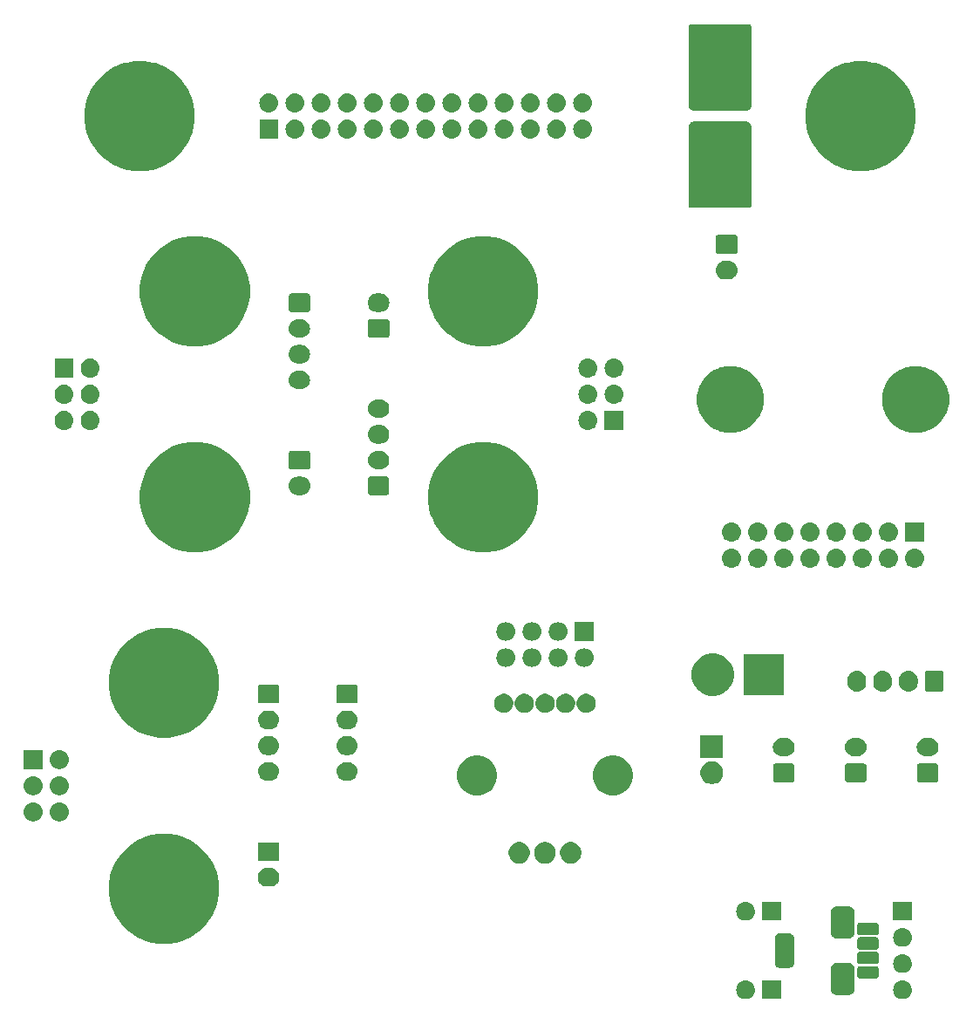
<source format=gbr>
%MOIN*%
%OFA0B0*%
%FSLAX46Y46*%
%IPPOS*%
%LPD*%
%ADD10C,0.0039370078740157488*%
%ADD21C,0.0039370078740157488*%
%ADD22C,0.0039370078740157488*%
%ADD23C,0.0039370078740157488*%
%ADD24C,0.0039370078740157488*%
%ADD25C,0.0039370078740157488*%
%ADD26C,0.0039370078740157488*%
D10*
G36*
X0002894727Y0001035964D02*
G01*
X0002902615Y0001032697D01*
X0002909713Y0001027954D01*
X0002915749Y0001021918D01*
X0002920492Y0001014819D01*
X0002923759Y0001006932D01*
X0002925425Y0000998559D01*
X0002925425Y0000990022D01*
X0002923759Y0000981649D01*
X0002920492Y0000973762D01*
X0002915749Y0000966664D01*
X0002909713Y0000960628D01*
X0002902615Y0000955885D01*
X0002894727Y0000952618D01*
X0002886355Y0000950952D01*
X0002877818Y0000950952D01*
X0002869445Y0000952618D01*
X0002861558Y0000955885D01*
X0002854459Y0000960628D01*
X0002848423Y0000966664D01*
X0002843680Y0000973762D01*
X0002840413Y0000981649D01*
X0002838748Y0000990022D01*
X0002838748Y0000998559D01*
X0002840413Y0001006932D01*
X0002843680Y0001014819D01*
X0002848423Y0001021918D01*
X0002854459Y0001027954D01*
X0002861558Y0001032697D01*
X0002869445Y0001035964D01*
X0002877818Y0001037629D01*
X0002886355Y0001037629D01*
X0002894727Y0001035964D01*
X0002894727Y0001035964D01*
G37*
G36*
X0003740628Y0001029564D02*
G01*
X0003742451Y0001029011D01*
X0003744131Y0001028112D01*
X0003745604Y0001026904D01*
X0003746813Y0001025431D01*
X0003747712Y0001023750D01*
X0003748265Y0001021927D01*
X0003748456Y0001019981D01*
X0003748456Y0000968600D01*
X0003748265Y0000966655D01*
X0003747712Y0000964832D01*
X0003746813Y0000963151D01*
X0003745604Y0000961678D01*
X0003744131Y0000960469D01*
X0003742451Y0000959571D01*
X0003740628Y0000959018D01*
X0003738682Y0000958826D01*
X0003675490Y0000958826D01*
X0003673545Y0000959018D01*
X0003671721Y0000959571D01*
X0003670041Y0000960469D01*
X0003668568Y0000961678D01*
X0003667359Y0000963151D01*
X0003666461Y0000964832D01*
X0003665908Y0000966655D01*
X0003665716Y0000968600D01*
X0003665716Y0001019981D01*
X0003665908Y0001021927D01*
X0003666461Y0001023750D01*
X0003667359Y0001025431D01*
X0003668568Y0001026904D01*
X0003670041Y0001028112D01*
X0003671721Y0001029011D01*
X0003673545Y0001029564D01*
X0003675490Y0001029755D01*
X0003738682Y0001029755D01*
X0003740628Y0001029564D01*
X0003740628Y0001029564D01*
G37*
G36*
X0003465628Y0001029564D02*
G01*
X0003467451Y0001029011D01*
X0003469131Y0001028112D01*
X0003470604Y0001026904D01*
X0003471813Y0001025431D01*
X0003472712Y0001023750D01*
X0003473265Y0001021927D01*
X0003473456Y0001019981D01*
X0003473456Y0000968600D01*
X0003473265Y0000966655D01*
X0003472712Y0000964832D01*
X0003471813Y0000963151D01*
X0003470604Y0000961678D01*
X0003469131Y0000960469D01*
X0003467451Y0000959571D01*
X0003465628Y0000959018D01*
X0003463682Y0000958826D01*
X0003400490Y0000958826D01*
X0003398545Y0000959018D01*
X0003396721Y0000959571D01*
X0003395041Y0000960469D01*
X0003393568Y0000961678D01*
X0003392359Y0000963151D01*
X0003391461Y0000964832D01*
X0003390908Y0000966655D01*
X0003390716Y0000968600D01*
X0003390716Y0001019981D01*
X0003390908Y0001021927D01*
X0003391461Y0001023750D01*
X0003392359Y0001025431D01*
X0003393568Y0001026904D01*
X0003395041Y0001028112D01*
X0003396721Y0001029011D01*
X0003398545Y0001029564D01*
X0003400490Y0001029755D01*
X0003463682Y0001029755D01*
X0003465628Y0001029564D01*
X0003465628Y0001029564D01*
G37*
G36*
X0003190628Y0001029564D02*
G01*
X0003192451Y0001029011D01*
X0003194131Y0001028112D01*
X0003195604Y0001026904D01*
X0003196813Y0001025431D01*
X0003197712Y0001023750D01*
X0003198265Y0001021927D01*
X0003198456Y0001019981D01*
X0003198456Y0000968600D01*
X0003198265Y0000966655D01*
X0003197712Y0000964832D01*
X0003196813Y0000963151D01*
X0003195604Y0000961678D01*
X0003194131Y0000960469D01*
X0003192451Y0000959571D01*
X0003190628Y0000959018D01*
X0003188682Y0000958826D01*
X0003125490Y0000958826D01*
X0003123545Y0000959018D01*
X0003121721Y0000959571D01*
X0003120041Y0000960469D01*
X0003118568Y0000961678D01*
X0003117359Y0000963151D01*
X0003116461Y0000964832D01*
X0003115908Y0000966655D01*
X0003115716Y0000968600D01*
X0003115716Y0001019981D01*
X0003115908Y0001021927D01*
X0003116461Y0001023750D01*
X0003117359Y0001025431D01*
X0003118568Y0001026904D01*
X0003120041Y0001028112D01*
X0003121721Y0001029011D01*
X0003123545Y0001029564D01*
X0003125490Y0001029755D01*
X0003188682Y0001029755D01*
X0003190628Y0001029564D01*
X0003190628Y0001029564D01*
G37*
G36*
X0002925425Y0001050952D02*
G01*
X0002838748Y0001050952D01*
X0002838748Y0001137629D01*
X0002925425Y0001137629D01*
X0002925425Y0001050952D01*
X0002925425Y0001050952D01*
G37*
G36*
X0003444944Y0001127667D02*
G01*
X0003444944Y0001127667D01*
X0003451629Y0001125640D01*
X0003457790Y0001122346D01*
X0003463190Y0001117915D01*
X0003467622Y0001112514D01*
X0003470915Y0001106353D01*
X0003472711Y0001100433D01*
X0003472943Y0001099668D01*
X0003473628Y0001092716D01*
X0003472943Y0001085764D01*
X0003472943Y0001085764D01*
X0003470915Y0001079079D01*
X0003467622Y0001072918D01*
X0003463190Y0001067517D01*
X0003457790Y0001063086D01*
X0003451629Y0001059792D01*
X0003445708Y0001057997D01*
X0003444944Y0001057765D01*
X0003439734Y0001057251D01*
X0003424439Y0001057251D01*
X0003419228Y0001057765D01*
X0003418464Y0001057997D01*
X0003412543Y0001059792D01*
X0003406382Y0001063086D01*
X0003400982Y0001067517D01*
X0003396550Y0001072918D01*
X0003393257Y0001079079D01*
X0003391229Y0001085764D01*
X0003391229Y0001085764D01*
X0003390544Y0001092716D01*
X0003391229Y0001099668D01*
X0003391461Y0001100433D01*
X0003393257Y0001106353D01*
X0003396550Y0001112514D01*
X0003400982Y0001117915D01*
X0003406382Y0001122346D01*
X0003412543Y0001125640D01*
X0003419228Y0001127667D01*
X0003419228Y0001127667D01*
X0003424439Y0001128181D01*
X0003439734Y0001128181D01*
X0003444944Y0001127667D01*
X0003444944Y0001127667D01*
G37*
G36*
X0003719944Y0001127667D02*
G01*
X0003719944Y0001127667D01*
X0003726629Y0001125640D01*
X0003732790Y0001122346D01*
X0003738190Y0001117915D01*
X0003742622Y0001112514D01*
X0003745915Y0001106353D01*
X0003747711Y0001100433D01*
X0003747943Y0001099668D01*
X0003748628Y0001092716D01*
X0003747943Y0001085764D01*
X0003747943Y0001085764D01*
X0003745915Y0001079079D01*
X0003742622Y0001072918D01*
X0003738190Y0001067517D01*
X0003732790Y0001063086D01*
X0003726629Y0001059792D01*
X0003720708Y0001057997D01*
X0003719944Y0001057765D01*
X0003714734Y0001057251D01*
X0003699439Y0001057251D01*
X0003694228Y0001057765D01*
X0003693464Y0001057997D01*
X0003687543Y0001059792D01*
X0003681382Y0001063086D01*
X0003675982Y0001067517D01*
X0003671550Y0001072918D01*
X0003668257Y0001079079D01*
X0003666229Y0001085764D01*
X0003666229Y0001085764D01*
X0003665544Y0001092716D01*
X0003666229Y0001099668D01*
X0003666461Y0001100433D01*
X0003668257Y0001106353D01*
X0003671550Y0001112514D01*
X0003675982Y0001117915D01*
X0003681382Y0001122346D01*
X0003687543Y0001125640D01*
X0003694228Y0001127667D01*
X0003694228Y0001127667D01*
X0003699439Y0001128181D01*
X0003714734Y0001128181D01*
X0003719944Y0001127667D01*
X0003719944Y0001127667D01*
G37*
G36*
X0003169944Y0001127667D02*
G01*
X0003169944Y0001127667D01*
X0003176629Y0001125640D01*
X0003182790Y0001122346D01*
X0003188190Y0001117915D01*
X0003192622Y0001112514D01*
X0003195915Y0001106353D01*
X0003197711Y0001100433D01*
X0003197943Y0001099668D01*
X0003198628Y0001092716D01*
X0003197943Y0001085764D01*
X0003197943Y0001085764D01*
X0003195915Y0001079079D01*
X0003192622Y0001072918D01*
X0003188190Y0001067517D01*
X0003182790Y0001063086D01*
X0003176629Y0001059792D01*
X0003170708Y0001057997D01*
X0003169944Y0001057765D01*
X0003164734Y0001057251D01*
X0003149439Y0001057251D01*
X0003144228Y0001057765D01*
X0003143464Y0001057997D01*
X0003137543Y0001059792D01*
X0003131382Y0001063086D01*
X0003125982Y0001067517D01*
X0003121550Y0001072918D01*
X0003118257Y0001079079D01*
X0003116229Y0001085764D01*
X0003116229Y0001085764D01*
X0003115544Y0001092716D01*
X0003116229Y0001099668D01*
X0003116461Y0001100433D01*
X0003118257Y0001106353D01*
X0003121550Y0001112514D01*
X0003125982Y0001117915D01*
X0003131382Y0001122346D01*
X0003137543Y0001125640D01*
X0003144228Y0001127667D01*
X0003144228Y0001127667D01*
X0003149439Y0001128181D01*
X0003164734Y0001128181D01*
X0003169944Y0001127667D01*
X0003169944Y0001127667D01*
G37*
G36*
X0002908787Y0001446928D02*
G01*
X0002916982Y0001443533D01*
X0002923481Y0001440842D01*
X0002936705Y0001432006D01*
X0002947951Y0001420760D01*
X0002956787Y0001407536D01*
X0002959478Y0001401037D01*
X0002962873Y0001392842D01*
X0002965976Y0001377243D01*
X0002965976Y0001361339D01*
X0002962873Y0001345740D01*
X0002959513Y0001337628D01*
X0002956787Y0001331046D01*
X0002947951Y0001317822D01*
X0002936705Y0001306576D01*
X0002923481Y0001297740D01*
X0002916982Y0001295048D01*
X0002908787Y0001291653D01*
X0002893188Y0001288551D01*
X0002877284Y0001288551D01*
X0002861685Y0001291653D01*
X0002853489Y0001295048D01*
X0002846991Y0001297740D01*
X0002833767Y0001306576D01*
X0002822521Y0001317822D01*
X0002813685Y0001331046D01*
X0002810959Y0001337628D01*
X0002807598Y0001345740D01*
X0002804496Y0001361339D01*
X0002804496Y0001377243D01*
X0002807598Y0001392842D01*
X0002810993Y0001401037D01*
X0002813685Y0001407536D01*
X0002822521Y0001420760D01*
X0002833767Y0001432006D01*
X0002846991Y0001440842D01*
X0002853489Y0001443533D01*
X0002861685Y0001446928D01*
X0002877284Y0001450031D01*
X0002893188Y0001450031D01*
X0002908787Y0001446928D01*
X0002908787Y0001446928D01*
G37*
G36*
X0003158889Y0001292488D02*
G01*
X0003005283Y0001292488D01*
X0003005283Y0001446094D01*
X0003158889Y0001446094D01*
X0003158889Y0001292488D01*
X0003158889Y0001292488D01*
G37*
G36*
X0003443763Y0001384163D02*
G01*
X0003443763Y0001384163D01*
X0003450448Y0001382136D01*
X0003456609Y0001378842D01*
X0003462009Y0001374411D01*
X0003466441Y0001369010D01*
X0003469734Y0001362849D01*
X0003470192Y0001361339D01*
X0003471762Y0001356164D01*
X0003472275Y0001350954D01*
X0003472275Y0001337627D01*
X0003471762Y0001332417D01*
X0003471762Y0001332417D01*
X0003471762Y0001332417D01*
X0003469734Y0001325732D01*
X0003466441Y0001319571D01*
X0003462009Y0001314171D01*
X0003456609Y0001309739D01*
X0003450448Y0001306446D01*
X0003444689Y0001304699D01*
X0003443763Y0001304418D01*
X0003436811Y0001303733D01*
X0003429858Y0001304418D01*
X0003428932Y0001304699D01*
X0003423173Y0001306446D01*
X0003417012Y0001309739D01*
X0003411612Y0001314171D01*
X0003407180Y0001319571D01*
X0003403887Y0001325732D01*
X0003401859Y0001332417D01*
X0003401859Y0001332417D01*
X0003401346Y0001337628D01*
X0003401346Y0001350954D01*
X0003401859Y0001356164D01*
X0003402091Y0001356929D01*
X0003403887Y0001362849D01*
X0003407180Y0001369010D01*
X0003411612Y0001374411D01*
X0003417012Y0001378842D01*
X0003423173Y0001382136D01*
X0003429858Y0001384163D01*
X0003429858Y0001384163D01*
X0003436811Y0001384848D01*
X0003443763Y0001384163D01*
X0003443763Y0001384163D01*
G37*
G36*
X0003542188Y0001384163D02*
G01*
X0003542188Y0001384163D01*
X0003548873Y0001382136D01*
X0003555034Y0001378842D01*
X0003560434Y0001374411D01*
X0003564866Y0001369010D01*
X0003568159Y0001362849D01*
X0003568618Y0001361339D01*
X0003570187Y0001356164D01*
X0003570700Y0001350954D01*
X0003570700Y0001337627D01*
X0003570187Y0001332417D01*
X0003570187Y0001332417D01*
X0003570187Y0001332417D01*
X0003568159Y0001325732D01*
X0003564866Y0001319571D01*
X0003560434Y0001314171D01*
X0003555034Y0001309739D01*
X0003548873Y0001306446D01*
X0003543114Y0001304699D01*
X0003542188Y0001304418D01*
X0003535236Y0001303733D01*
X0003528283Y0001304418D01*
X0003527358Y0001304699D01*
X0003521598Y0001306446D01*
X0003515437Y0001309739D01*
X0003510037Y0001314171D01*
X0003505605Y0001319571D01*
X0003502312Y0001325732D01*
X0003500284Y0001332417D01*
X0003500284Y0001332417D01*
X0003499771Y0001337628D01*
X0003499771Y0001350954D01*
X0003500284Y0001356164D01*
X0003500516Y0001356929D01*
X0003502312Y0001362849D01*
X0003505605Y0001369010D01*
X0003510037Y0001374411D01*
X0003515437Y0001378842D01*
X0003521598Y0001382136D01*
X0003528283Y0001384163D01*
X0003528283Y0001384163D01*
X0003535236Y0001384848D01*
X0003542188Y0001384163D01*
X0003542188Y0001384163D01*
G37*
G36*
X0003640613Y0001384163D02*
G01*
X0003640613Y0001384163D01*
X0003647298Y0001382136D01*
X0003653459Y0001378842D01*
X0003658859Y0001374411D01*
X0003663291Y0001369010D01*
X0003666584Y0001362849D01*
X0003667043Y0001361339D01*
X0003668612Y0001356164D01*
X0003669125Y0001350954D01*
X0003669125Y0001337627D01*
X0003668612Y0001332417D01*
X0003668612Y0001332417D01*
X0003668612Y0001332417D01*
X0003666584Y0001325732D01*
X0003663291Y0001319571D01*
X0003658859Y0001314171D01*
X0003653459Y0001309739D01*
X0003647298Y0001306446D01*
X0003641539Y0001304699D01*
X0003640613Y0001304418D01*
X0003633661Y0001303733D01*
X0003626709Y0001304418D01*
X0003625783Y0001304699D01*
X0003620024Y0001306446D01*
X0003613863Y0001309739D01*
X0003608462Y0001314171D01*
X0003604031Y0001319571D01*
X0003600737Y0001325732D01*
X0003598710Y0001332417D01*
X0003598710Y0001332417D01*
X0003598196Y0001337628D01*
X0003598196Y0001350954D01*
X0003598710Y0001356164D01*
X0003598941Y0001356929D01*
X0003600737Y0001362849D01*
X0003604031Y0001369010D01*
X0003608462Y0001374411D01*
X0003613863Y0001378842D01*
X0003620024Y0001382136D01*
X0003626709Y0001384163D01*
X0003626709Y0001384163D01*
X0003633661Y0001384848D01*
X0003640613Y0001384163D01*
X0003640613Y0001384163D01*
G37*
G36*
X0003759722Y0001384485D02*
G01*
X0003761545Y0001383932D01*
X0003763226Y0001383034D01*
X0003764699Y0001381825D01*
X0003765908Y0001380352D01*
X0003766806Y0001378671D01*
X0003767359Y0001376848D01*
X0003767551Y0001374903D01*
X0003767551Y0001313679D01*
X0003767359Y0001311733D01*
X0003766806Y0001309910D01*
X0003765908Y0001308230D01*
X0003764699Y0001306757D01*
X0003763226Y0001305548D01*
X0003761545Y0001304650D01*
X0003759722Y0001304097D01*
X0003757777Y0001303905D01*
X0003706396Y0001303905D01*
X0003704450Y0001304097D01*
X0003702627Y0001304650D01*
X0003700946Y0001305548D01*
X0003699473Y0001306757D01*
X0003698265Y0001308230D01*
X0003697366Y0001309910D01*
X0003696813Y0001311733D01*
X0003696622Y0001313679D01*
X0003696622Y0001374903D01*
X0003696813Y0001376848D01*
X0003697366Y0001378671D01*
X0003698265Y0001380352D01*
X0003699473Y0001381825D01*
X0003700946Y0001383034D01*
X0003702627Y0001383932D01*
X0003704450Y0001384485D01*
X0003706396Y0001384677D01*
X0003757777Y0001384677D01*
X0003759722Y0001384485D01*
X0003759722Y0001384485D01*
G37*
G36*
X0003560177Y0001850042D02*
G01*
X0003564143Y0001849652D01*
X0003570929Y0001847593D01*
X0003577183Y0001844250D01*
X0003579127Y0001842656D01*
X0003582665Y0001839752D01*
X0003585569Y0001836213D01*
X0003587164Y0001834270D01*
X0003590507Y0001828016D01*
X0003592565Y0001821230D01*
X0003593260Y0001814173D01*
X0003592565Y0001807115D01*
X0003590507Y0001800330D01*
X0003587164Y0001794075D01*
X0003585569Y0001792132D01*
X0003582665Y0001788594D01*
X0003579127Y0001785690D01*
X0003577183Y0001784095D01*
X0003570929Y0001780752D01*
X0003564143Y0001778694D01*
X0003560177Y0001778303D01*
X0003558855Y0001778173D01*
X0003555318Y0001778173D01*
X0003553995Y0001778303D01*
X0003550029Y0001778694D01*
X0003543243Y0001780752D01*
X0003536989Y0001784095D01*
X0003535045Y0001785690D01*
X0003531507Y0001788594D01*
X0003528603Y0001792132D01*
X0003527008Y0001794075D01*
X0003523665Y0001800330D01*
X0003521607Y0001807115D01*
X0003520912Y0001814173D01*
X0003521607Y0001821230D01*
X0003523665Y0001828016D01*
X0003527008Y0001834270D01*
X0003528603Y0001836213D01*
X0003531507Y0001839752D01*
X0003535045Y0001842656D01*
X0003536989Y0001844250D01*
X0003543243Y0001847593D01*
X0003550029Y0001849652D01*
X0003553995Y0001850042D01*
X0003555318Y0001850173D01*
X0003558855Y0001850173D01*
X0003560177Y0001850042D01*
X0003560177Y0001850042D01*
G37*
G36*
X0003460177Y0001850042D02*
G01*
X0003464143Y0001849652D01*
X0003470929Y0001847593D01*
X0003477183Y0001844250D01*
X0003479127Y0001842656D01*
X0003482665Y0001839752D01*
X0003485569Y0001836213D01*
X0003487164Y0001834270D01*
X0003490507Y0001828016D01*
X0003492565Y0001821230D01*
X0003493260Y0001814173D01*
X0003492565Y0001807115D01*
X0003490507Y0001800330D01*
X0003487164Y0001794075D01*
X0003485569Y0001792132D01*
X0003482665Y0001788594D01*
X0003479127Y0001785690D01*
X0003477183Y0001784095D01*
X0003470929Y0001780752D01*
X0003464143Y0001778694D01*
X0003460177Y0001778303D01*
X0003458855Y0001778173D01*
X0003455318Y0001778173D01*
X0003453995Y0001778303D01*
X0003450029Y0001778694D01*
X0003443243Y0001780752D01*
X0003436989Y0001784095D01*
X0003435045Y0001785690D01*
X0003431507Y0001788594D01*
X0003428603Y0001792132D01*
X0003427008Y0001794075D01*
X0003423665Y0001800330D01*
X0003421607Y0001807115D01*
X0003420912Y0001814173D01*
X0003421607Y0001821230D01*
X0003423665Y0001828016D01*
X0003427008Y0001834270D01*
X0003428603Y0001836213D01*
X0003431507Y0001839752D01*
X0003435045Y0001842656D01*
X0003436989Y0001844250D01*
X0003443243Y0001847593D01*
X0003450029Y0001849652D01*
X0003453995Y0001850042D01*
X0003455318Y0001850173D01*
X0003458855Y0001850173D01*
X0003460177Y0001850042D01*
X0003460177Y0001850042D01*
G37*
G36*
X0003160177Y0001850042D02*
G01*
X0003164143Y0001849652D01*
X0003170929Y0001847593D01*
X0003177183Y0001844250D01*
X0003179127Y0001842656D01*
X0003182665Y0001839752D01*
X0003185569Y0001836213D01*
X0003187164Y0001834270D01*
X0003190507Y0001828016D01*
X0003192565Y0001821230D01*
X0003193260Y0001814173D01*
X0003192565Y0001807115D01*
X0003190507Y0001800330D01*
X0003187164Y0001794075D01*
X0003185569Y0001792132D01*
X0003182665Y0001788594D01*
X0003179127Y0001785690D01*
X0003177183Y0001784095D01*
X0003170929Y0001780752D01*
X0003164143Y0001778694D01*
X0003160177Y0001778303D01*
X0003158855Y0001778173D01*
X0003155318Y0001778173D01*
X0003153995Y0001778303D01*
X0003150029Y0001778694D01*
X0003143243Y0001780752D01*
X0003136989Y0001784095D01*
X0003135045Y0001785690D01*
X0003131507Y0001788594D01*
X0003128603Y0001792132D01*
X0003127008Y0001794075D01*
X0003123665Y0001800330D01*
X0003121607Y0001807115D01*
X0003120912Y0001814173D01*
X0003121607Y0001821230D01*
X0003123665Y0001828016D01*
X0003127008Y0001834270D01*
X0003128603Y0001836213D01*
X0003131507Y0001839752D01*
X0003135045Y0001842656D01*
X0003136989Y0001844250D01*
X0003143243Y0001847593D01*
X0003150029Y0001849652D01*
X0003153995Y0001850042D01*
X0003155318Y0001850173D01*
X0003158855Y0001850173D01*
X0003160177Y0001850042D01*
X0003160177Y0001850042D01*
G37*
G36*
X0003660177Y0001850042D02*
G01*
X0003664143Y0001849652D01*
X0003670929Y0001847593D01*
X0003677183Y0001844250D01*
X0003679127Y0001842656D01*
X0003682665Y0001839752D01*
X0003685569Y0001836213D01*
X0003687164Y0001834270D01*
X0003690507Y0001828016D01*
X0003692565Y0001821230D01*
X0003693260Y0001814173D01*
X0003692565Y0001807115D01*
X0003690507Y0001800330D01*
X0003687164Y0001794075D01*
X0003685569Y0001792132D01*
X0003682665Y0001788594D01*
X0003679127Y0001785690D01*
X0003677183Y0001784095D01*
X0003670929Y0001780752D01*
X0003664143Y0001778694D01*
X0003660177Y0001778303D01*
X0003658855Y0001778173D01*
X0003655318Y0001778173D01*
X0003653995Y0001778303D01*
X0003650029Y0001778694D01*
X0003643243Y0001780752D01*
X0003636989Y0001784095D01*
X0003635045Y0001785690D01*
X0003631507Y0001788594D01*
X0003628603Y0001792132D01*
X0003627008Y0001794075D01*
X0003623665Y0001800330D01*
X0003621607Y0001807115D01*
X0003620912Y0001814173D01*
X0003621607Y0001821230D01*
X0003623665Y0001828016D01*
X0003627008Y0001834270D01*
X0003628603Y0001836213D01*
X0003631507Y0001839752D01*
X0003635045Y0001842656D01*
X0003636989Y0001844250D01*
X0003643243Y0001847593D01*
X0003650029Y0001849652D01*
X0003653995Y0001850042D01*
X0003655318Y0001850173D01*
X0003658855Y0001850173D01*
X0003660177Y0001850042D01*
X0003660177Y0001850042D01*
G37*
G36*
X0003360177Y0001850042D02*
G01*
X0003364143Y0001849652D01*
X0003370929Y0001847593D01*
X0003377183Y0001844250D01*
X0003379127Y0001842656D01*
X0003382665Y0001839752D01*
X0003385569Y0001836213D01*
X0003387164Y0001834270D01*
X0003390507Y0001828016D01*
X0003392565Y0001821230D01*
X0003393260Y0001814173D01*
X0003392565Y0001807115D01*
X0003390507Y0001800330D01*
X0003387164Y0001794075D01*
X0003385569Y0001792132D01*
X0003382665Y0001788594D01*
X0003379127Y0001785690D01*
X0003377183Y0001784095D01*
X0003370929Y0001780752D01*
X0003364143Y0001778694D01*
X0003360177Y0001778303D01*
X0003358855Y0001778173D01*
X0003355318Y0001778173D01*
X0003353995Y0001778303D01*
X0003350029Y0001778694D01*
X0003343243Y0001780752D01*
X0003336989Y0001784095D01*
X0003335045Y0001785690D01*
X0003331507Y0001788594D01*
X0003328603Y0001792132D01*
X0003327008Y0001794075D01*
X0003323665Y0001800330D01*
X0003321607Y0001807115D01*
X0003320912Y0001814173D01*
X0003321607Y0001821230D01*
X0003323665Y0001828016D01*
X0003327008Y0001834270D01*
X0003328603Y0001836213D01*
X0003331507Y0001839752D01*
X0003335045Y0001842656D01*
X0003336989Y0001844250D01*
X0003343243Y0001847593D01*
X0003350029Y0001849652D01*
X0003353995Y0001850042D01*
X0003355318Y0001850173D01*
X0003358855Y0001850173D01*
X0003360177Y0001850042D01*
X0003360177Y0001850042D01*
G37*
G36*
X0003260177Y0001850042D02*
G01*
X0003264143Y0001849652D01*
X0003270929Y0001847593D01*
X0003277183Y0001844250D01*
X0003279127Y0001842656D01*
X0003282665Y0001839752D01*
X0003285569Y0001836213D01*
X0003287164Y0001834270D01*
X0003290507Y0001828016D01*
X0003292565Y0001821230D01*
X0003293260Y0001814173D01*
X0003292565Y0001807115D01*
X0003290507Y0001800330D01*
X0003287164Y0001794075D01*
X0003285569Y0001792132D01*
X0003282665Y0001788594D01*
X0003279127Y0001785690D01*
X0003277183Y0001784095D01*
X0003270929Y0001780752D01*
X0003264143Y0001778694D01*
X0003260177Y0001778303D01*
X0003258855Y0001778173D01*
X0003255318Y0001778173D01*
X0003253995Y0001778303D01*
X0003250029Y0001778694D01*
X0003243243Y0001780752D01*
X0003236989Y0001784095D01*
X0003235045Y0001785690D01*
X0003231507Y0001788594D01*
X0003228603Y0001792132D01*
X0003227008Y0001794075D01*
X0003223665Y0001800330D01*
X0003221607Y0001807115D01*
X0003220912Y0001814173D01*
X0003221607Y0001821230D01*
X0003223665Y0001828016D01*
X0003227008Y0001834270D01*
X0003228603Y0001836213D01*
X0003231507Y0001839752D01*
X0003235045Y0001842656D01*
X0003236989Y0001844250D01*
X0003243243Y0001847593D01*
X0003250029Y0001849652D01*
X0003253995Y0001850042D01*
X0003255318Y0001850173D01*
X0003258855Y0001850173D01*
X0003260177Y0001850042D01*
X0003260177Y0001850042D01*
G37*
G36*
X0002960177Y0001850042D02*
G01*
X0002964143Y0001849652D01*
X0002970929Y0001847593D01*
X0002977183Y0001844250D01*
X0002979127Y0001842656D01*
X0002982665Y0001839752D01*
X0002985569Y0001836213D01*
X0002987164Y0001834270D01*
X0002990507Y0001828016D01*
X0002992565Y0001821230D01*
X0002993260Y0001814173D01*
X0002992565Y0001807115D01*
X0002990507Y0001800330D01*
X0002987164Y0001794075D01*
X0002985569Y0001792132D01*
X0002982665Y0001788594D01*
X0002979127Y0001785690D01*
X0002977183Y0001784095D01*
X0002970929Y0001780752D01*
X0002964143Y0001778694D01*
X0002960177Y0001778303D01*
X0002958855Y0001778173D01*
X0002955318Y0001778173D01*
X0002953995Y0001778303D01*
X0002950029Y0001778694D01*
X0002943243Y0001780752D01*
X0002936989Y0001784095D01*
X0002935045Y0001785690D01*
X0002931507Y0001788594D01*
X0002928603Y0001792132D01*
X0002927008Y0001794075D01*
X0002923665Y0001800330D01*
X0002921607Y0001807115D01*
X0002920912Y0001814173D01*
X0002921607Y0001821230D01*
X0002923665Y0001828016D01*
X0002927008Y0001834270D01*
X0002928603Y0001836213D01*
X0002931507Y0001839752D01*
X0002935045Y0001842656D01*
X0002936989Y0001844250D01*
X0002943243Y0001847593D01*
X0002950029Y0001849652D01*
X0002953995Y0001850042D01*
X0002955318Y0001850173D01*
X0002958855Y0001850173D01*
X0002960177Y0001850042D01*
X0002960177Y0001850042D01*
G37*
G36*
X0003060177Y0001850042D02*
G01*
X0003064143Y0001849652D01*
X0003070929Y0001847593D01*
X0003077183Y0001844250D01*
X0003079127Y0001842656D01*
X0003082665Y0001839752D01*
X0003085569Y0001836213D01*
X0003087164Y0001834270D01*
X0003090507Y0001828016D01*
X0003092565Y0001821230D01*
X0003093260Y0001814173D01*
X0003092565Y0001807115D01*
X0003090507Y0001800330D01*
X0003087164Y0001794075D01*
X0003085569Y0001792132D01*
X0003082665Y0001788594D01*
X0003079127Y0001785690D01*
X0003077183Y0001784095D01*
X0003070929Y0001780752D01*
X0003064143Y0001778694D01*
X0003060177Y0001778303D01*
X0003058855Y0001778173D01*
X0003055318Y0001778173D01*
X0003053995Y0001778303D01*
X0003050029Y0001778694D01*
X0003043243Y0001780752D01*
X0003036989Y0001784095D01*
X0003035045Y0001785690D01*
X0003031507Y0001788594D01*
X0003028603Y0001792132D01*
X0003027008Y0001794075D01*
X0003023665Y0001800330D01*
X0003021607Y0001807115D01*
X0003020912Y0001814173D01*
X0003021607Y0001821230D01*
X0003023665Y0001828016D01*
X0003027008Y0001834270D01*
X0003028603Y0001836213D01*
X0003031507Y0001839752D01*
X0003035045Y0001842656D01*
X0003036989Y0001844250D01*
X0003043243Y0001847593D01*
X0003050029Y0001849652D01*
X0003053995Y0001850042D01*
X0003055318Y0001850173D01*
X0003058855Y0001850173D01*
X0003060177Y0001850042D01*
X0003060177Y0001850042D01*
G37*
G36*
X0003693086Y0001878173D02*
G01*
X0003621086Y0001878173D01*
X0003621086Y0001950173D01*
X0003693086Y0001950173D01*
X0003693086Y0001878173D01*
X0003693086Y0001878173D01*
G37*
G36*
X0003060177Y0001950042D02*
G01*
X0003064143Y0001949652D01*
X0003070929Y0001947593D01*
X0003077183Y0001944250D01*
X0003079127Y0001942656D01*
X0003082665Y0001939752D01*
X0003085569Y0001936213D01*
X0003087164Y0001934270D01*
X0003090507Y0001928016D01*
X0003092565Y0001921230D01*
X0003093260Y0001914173D01*
X0003092565Y0001907115D01*
X0003090507Y0001900330D01*
X0003087164Y0001894075D01*
X0003085569Y0001892132D01*
X0003082665Y0001888594D01*
X0003079127Y0001885690D01*
X0003077183Y0001884095D01*
X0003070929Y0001880752D01*
X0003064143Y0001878694D01*
X0003060177Y0001878303D01*
X0003058855Y0001878173D01*
X0003055318Y0001878173D01*
X0003053995Y0001878303D01*
X0003050029Y0001878694D01*
X0003043243Y0001880752D01*
X0003036989Y0001884095D01*
X0003035045Y0001885690D01*
X0003031507Y0001888594D01*
X0003028603Y0001892132D01*
X0003027008Y0001894075D01*
X0003023665Y0001900330D01*
X0003021607Y0001907115D01*
X0003020912Y0001914173D01*
X0003021607Y0001921230D01*
X0003023665Y0001928016D01*
X0003027008Y0001934270D01*
X0003028603Y0001936213D01*
X0003031507Y0001939752D01*
X0003035045Y0001942656D01*
X0003036989Y0001944250D01*
X0003043243Y0001947593D01*
X0003050029Y0001949652D01*
X0003053995Y0001950042D01*
X0003055318Y0001950173D01*
X0003058855Y0001950173D01*
X0003060177Y0001950042D01*
X0003060177Y0001950042D01*
G37*
G36*
X0003560177Y0001950042D02*
G01*
X0003564143Y0001949652D01*
X0003570929Y0001947593D01*
X0003577183Y0001944250D01*
X0003579127Y0001942656D01*
X0003582665Y0001939752D01*
X0003585569Y0001936213D01*
X0003587164Y0001934270D01*
X0003590507Y0001928016D01*
X0003592565Y0001921230D01*
X0003593260Y0001914173D01*
X0003592565Y0001907115D01*
X0003590507Y0001900330D01*
X0003587164Y0001894075D01*
X0003585569Y0001892132D01*
X0003582665Y0001888594D01*
X0003579127Y0001885690D01*
X0003577183Y0001884095D01*
X0003570929Y0001880752D01*
X0003564143Y0001878694D01*
X0003560177Y0001878303D01*
X0003558855Y0001878173D01*
X0003555318Y0001878173D01*
X0003553995Y0001878303D01*
X0003550029Y0001878694D01*
X0003543243Y0001880752D01*
X0003536989Y0001884095D01*
X0003535045Y0001885690D01*
X0003531507Y0001888594D01*
X0003528603Y0001892132D01*
X0003527008Y0001894075D01*
X0003523665Y0001900330D01*
X0003521607Y0001907115D01*
X0003520912Y0001914173D01*
X0003521607Y0001921230D01*
X0003523665Y0001928016D01*
X0003527008Y0001934270D01*
X0003528603Y0001936213D01*
X0003531507Y0001939752D01*
X0003535045Y0001942656D01*
X0003536989Y0001944250D01*
X0003543243Y0001947593D01*
X0003550029Y0001949652D01*
X0003553995Y0001950042D01*
X0003555318Y0001950173D01*
X0003558855Y0001950173D01*
X0003560177Y0001950042D01*
X0003560177Y0001950042D01*
G37*
G36*
X0003460177Y0001950042D02*
G01*
X0003464143Y0001949652D01*
X0003470929Y0001947593D01*
X0003477183Y0001944250D01*
X0003479127Y0001942656D01*
X0003482665Y0001939752D01*
X0003485569Y0001936213D01*
X0003487164Y0001934270D01*
X0003490507Y0001928016D01*
X0003492565Y0001921230D01*
X0003493260Y0001914173D01*
X0003492565Y0001907115D01*
X0003490507Y0001900330D01*
X0003487164Y0001894075D01*
X0003485569Y0001892132D01*
X0003482665Y0001888594D01*
X0003479127Y0001885690D01*
X0003477183Y0001884095D01*
X0003470929Y0001880752D01*
X0003464143Y0001878694D01*
X0003460177Y0001878303D01*
X0003458855Y0001878173D01*
X0003455318Y0001878173D01*
X0003453995Y0001878303D01*
X0003450029Y0001878694D01*
X0003443243Y0001880752D01*
X0003436989Y0001884095D01*
X0003435045Y0001885690D01*
X0003431507Y0001888594D01*
X0003428603Y0001892132D01*
X0003427008Y0001894075D01*
X0003423665Y0001900330D01*
X0003421607Y0001907115D01*
X0003420912Y0001914173D01*
X0003421607Y0001921230D01*
X0003423665Y0001928016D01*
X0003427008Y0001934270D01*
X0003428603Y0001936213D01*
X0003431507Y0001939752D01*
X0003435045Y0001942656D01*
X0003436989Y0001944250D01*
X0003443243Y0001947593D01*
X0003450029Y0001949652D01*
X0003453995Y0001950042D01*
X0003455318Y0001950173D01*
X0003458855Y0001950173D01*
X0003460177Y0001950042D01*
X0003460177Y0001950042D01*
G37*
G36*
X0003360177Y0001950042D02*
G01*
X0003364143Y0001949652D01*
X0003370929Y0001947593D01*
X0003377183Y0001944250D01*
X0003379127Y0001942656D01*
X0003382665Y0001939752D01*
X0003385569Y0001936213D01*
X0003387164Y0001934270D01*
X0003390507Y0001928016D01*
X0003392565Y0001921230D01*
X0003393260Y0001914173D01*
X0003392565Y0001907115D01*
X0003390507Y0001900330D01*
X0003387164Y0001894075D01*
X0003385569Y0001892132D01*
X0003382665Y0001888594D01*
X0003379127Y0001885690D01*
X0003377183Y0001884095D01*
X0003370929Y0001880752D01*
X0003364143Y0001878694D01*
X0003360177Y0001878303D01*
X0003358855Y0001878173D01*
X0003355318Y0001878173D01*
X0003353995Y0001878303D01*
X0003350029Y0001878694D01*
X0003343243Y0001880752D01*
X0003336989Y0001884095D01*
X0003335045Y0001885690D01*
X0003331507Y0001888594D01*
X0003328603Y0001892132D01*
X0003327008Y0001894075D01*
X0003323665Y0001900330D01*
X0003321607Y0001907115D01*
X0003320912Y0001914173D01*
X0003321607Y0001921230D01*
X0003323665Y0001928016D01*
X0003327008Y0001934270D01*
X0003328603Y0001936213D01*
X0003331507Y0001939752D01*
X0003335045Y0001942656D01*
X0003336989Y0001944250D01*
X0003343243Y0001947593D01*
X0003350029Y0001949652D01*
X0003353995Y0001950042D01*
X0003355318Y0001950173D01*
X0003358855Y0001950173D01*
X0003360177Y0001950042D01*
X0003360177Y0001950042D01*
G37*
G36*
X0003260177Y0001950042D02*
G01*
X0003264143Y0001949652D01*
X0003270929Y0001947593D01*
X0003277183Y0001944250D01*
X0003279127Y0001942656D01*
X0003282665Y0001939752D01*
X0003285569Y0001936213D01*
X0003287164Y0001934270D01*
X0003290507Y0001928016D01*
X0003292565Y0001921230D01*
X0003293260Y0001914173D01*
X0003292565Y0001907115D01*
X0003290507Y0001900330D01*
X0003287164Y0001894075D01*
X0003285569Y0001892132D01*
X0003282665Y0001888594D01*
X0003279127Y0001885690D01*
X0003277183Y0001884095D01*
X0003270929Y0001880752D01*
X0003264143Y0001878694D01*
X0003260177Y0001878303D01*
X0003258855Y0001878173D01*
X0003255318Y0001878173D01*
X0003253995Y0001878303D01*
X0003250029Y0001878694D01*
X0003243243Y0001880752D01*
X0003236989Y0001884095D01*
X0003235045Y0001885690D01*
X0003231507Y0001888594D01*
X0003228603Y0001892132D01*
X0003227008Y0001894075D01*
X0003223665Y0001900330D01*
X0003221607Y0001907115D01*
X0003220912Y0001914173D01*
X0003221607Y0001921230D01*
X0003223665Y0001928016D01*
X0003227008Y0001934270D01*
X0003228603Y0001936213D01*
X0003231507Y0001939752D01*
X0003235045Y0001942656D01*
X0003236989Y0001944250D01*
X0003243243Y0001947593D01*
X0003250029Y0001949652D01*
X0003253995Y0001950042D01*
X0003255318Y0001950173D01*
X0003258855Y0001950173D01*
X0003260177Y0001950042D01*
X0003260177Y0001950042D01*
G37*
G36*
X0003160177Y0001950042D02*
G01*
X0003164143Y0001949652D01*
X0003170929Y0001947593D01*
X0003177183Y0001944250D01*
X0003179127Y0001942656D01*
X0003182665Y0001939752D01*
X0003185569Y0001936213D01*
X0003187164Y0001934270D01*
X0003190507Y0001928016D01*
X0003192565Y0001921230D01*
X0003193260Y0001914173D01*
X0003192565Y0001907115D01*
X0003190507Y0001900330D01*
X0003187164Y0001894075D01*
X0003185569Y0001892132D01*
X0003182665Y0001888594D01*
X0003179127Y0001885690D01*
X0003177183Y0001884095D01*
X0003170929Y0001880752D01*
X0003164143Y0001878694D01*
X0003160177Y0001878303D01*
X0003158855Y0001878173D01*
X0003155318Y0001878173D01*
X0003153995Y0001878303D01*
X0003150029Y0001878694D01*
X0003143243Y0001880752D01*
X0003136989Y0001884095D01*
X0003135045Y0001885690D01*
X0003131507Y0001888594D01*
X0003128603Y0001892132D01*
X0003127008Y0001894075D01*
X0003123665Y0001900330D01*
X0003121607Y0001907115D01*
X0003120912Y0001914173D01*
X0003121607Y0001921230D01*
X0003123665Y0001928016D01*
X0003127008Y0001934270D01*
X0003128603Y0001936213D01*
X0003131507Y0001939752D01*
X0003135045Y0001942656D01*
X0003136989Y0001944250D01*
X0003143243Y0001947593D01*
X0003150029Y0001949652D01*
X0003153995Y0001950042D01*
X0003155318Y0001950173D01*
X0003158855Y0001950173D01*
X0003160177Y0001950042D01*
X0003160177Y0001950042D01*
G37*
G36*
X0002960177Y0001950042D02*
G01*
X0002964143Y0001949652D01*
X0002970929Y0001947593D01*
X0002977183Y0001944250D01*
X0002979127Y0001942656D01*
X0002982665Y0001939752D01*
X0002985569Y0001936213D01*
X0002987164Y0001934270D01*
X0002990507Y0001928016D01*
X0002992565Y0001921230D01*
X0002993260Y0001914173D01*
X0002992565Y0001907115D01*
X0002990507Y0001900330D01*
X0002987164Y0001894075D01*
X0002985569Y0001892132D01*
X0002982665Y0001888594D01*
X0002979127Y0001885690D01*
X0002977183Y0001884095D01*
X0002970929Y0001880752D01*
X0002964143Y0001878694D01*
X0002960177Y0001878303D01*
X0002958855Y0001878173D01*
X0002955318Y0001878173D01*
X0002953995Y0001878303D01*
X0002950029Y0001878694D01*
X0002943243Y0001880752D01*
X0002936989Y0001884095D01*
X0002935045Y0001885690D01*
X0002931507Y0001888594D01*
X0002928603Y0001892132D01*
X0002927008Y0001894075D01*
X0002923665Y0001900330D01*
X0002921607Y0001907115D01*
X0002920912Y0001914173D01*
X0002921607Y0001921230D01*
X0002923665Y0001928016D01*
X0002927008Y0001934270D01*
X0002928603Y0001936213D01*
X0002931507Y0001939752D01*
X0002935045Y0001942656D01*
X0002936989Y0001944250D01*
X0002943243Y0001947593D01*
X0002950029Y0001949652D01*
X0002953995Y0001950042D01*
X0002955318Y0001950173D01*
X0002958855Y0001950173D01*
X0002960177Y0001950042D01*
X0002960177Y0001950042D01*
G37*
G36*
X0002990087Y0002544325D02*
G01*
X0003003078Y0002538944D01*
X0003013379Y0002534677D01*
X0003034341Y0002520671D01*
X0003052167Y0002502844D01*
X0003066174Y0002481883D01*
X0003070440Y0002471582D01*
X0003075821Y0002458591D01*
X0003080740Y0002433865D01*
X0003080740Y0002408654D01*
X0003075821Y0002383928D01*
X0003070440Y0002370937D01*
X0003066174Y0002360636D01*
X0003052167Y0002339674D01*
X0003034341Y0002321847D01*
X0003013379Y0002307841D01*
X0003003078Y0002303575D01*
X0002990087Y0002298193D01*
X0002965361Y0002293275D01*
X0002940150Y0002293275D01*
X0002915424Y0002298193D01*
X0002902433Y0002303575D01*
X0002892132Y0002307841D01*
X0002871170Y0002321847D01*
X0002853343Y0002339674D01*
X0002839337Y0002360636D01*
X0002835071Y0002370937D01*
X0002829690Y0002383928D01*
X0002824771Y0002408654D01*
X0002824771Y0002433865D01*
X0002829690Y0002458591D01*
X0002835071Y0002471582D01*
X0002839337Y0002481883D01*
X0002853343Y0002502844D01*
X0002871170Y0002520671D01*
X0002892132Y0002534677D01*
X0002902433Y0002538944D01*
X0002915424Y0002544325D01*
X0002940150Y0002549244D01*
X0002965361Y0002549244D01*
X0002990087Y0002544325D01*
X0002990087Y0002544325D01*
G37*
G36*
X0003698748Y0002544325D02*
G01*
X0003711740Y0002538944D01*
X0003722040Y0002534677D01*
X0003743002Y0002520671D01*
X0003760829Y0002502844D01*
X0003774835Y0002481883D01*
X0003779102Y0002471582D01*
X0003784483Y0002458591D01*
X0003789401Y0002433865D01*
X0003789401Y0002408654D01*
X0003784483Y0002383928D01*
X0003779102Y0002370937D01*
X0003774835Y0002360636D01*
X0003760829Y0002339674D01*
X0003743002Y0002321847D01*
X0003722040Y0002307841D01*
X0003711740Y0002303575D01*
X0003698748Y0002298193D01*
X0003674022Y0002293275D01*
X0003648811Y0002293275D01*
X0003624085Y0002298193D01*
X0003611094Y0002303575D01*
X0003600793Y0002307841D01*
X0003579832Y0002321847D01*
X0003562005Y0002339674D01*
X0003547999Y0002360636D01*
X0003543732Y0002370937D01*
X0003538351Y0002383928D01*
X0003533433Y0002408654D01*
X0003533433Y0002433865D01*
X0003538351Y0002458591D01*
X0003543732Y0002471582D01*
X0003547999Y0002481883D01*
X0003562005Y0002502844D01*
X0003579832Y0002520671D01*
X0003600793Y0002534677D01*
X0003611094Y0002538944D01*
X0003624085Y0002544325D01*
X0003648811Y0002549244D01*
X0003674022Y0002549244D01*
X0003698748Y0002544325D01*
X0003698748Y0002544325D01*
G37*
G04 next file*
G04 #@! TF.GenerationSoftware,KiCad,Pcbnew,(5.1.4)-1*
G04 #@! TF.CreationDate,2020-03-27T16:01:53-04:00*
G04 #@! TF.ProjectId,heatbed_breakout,68656174-6265-4645-9f62-7265616b6f75,rev?*
G04 #@! TF.SameCoordinates,PX8b91fb0PY68e7780*
G04 #@! TF.FileFunction,Soldermask,Bot*
G04 #@! TF.FilePolarity,Negative*
G04 Gerber Fmt 4.6, Leading zero omitted, Abs format (unit mm)*
G04 Created by KiCad (PCBNEW (5.1.4)-1) date 2020-03-27 16:01:53*
G04 APERTURE LIST*
G04 APERTURE END LIST*
D21*
G36*
X0002948639Y0002950727D02*
G01*
X0002951245Y0002950470D01*
X0002957931Y0002948442D01*
X0002964094Y0002945148D01*
X0002965501Y0002943994D01*
X0002969495Y0002940715D01*
X0002972773Y0002936721D01*
X0002973928Y0002935314D01*
X0002977222Y0002929152D01*
X0002979250Y0002922465D01*
X0002979935Y0002915511D01*
X0002979250Y0002908557D01*
X0002977222Y0002901871D01*
X0002973928Y0002895709D01*
X0002972773Y0002894302D01*
X0002969495Y0002890307D01*
X0002965501Y0002887029D01*
X0002964094Y0002885874D01*
X0002957931Y0002882580D01*
X0002951245Y0002880552D01*
X0002948639Y0002880295D01*
X0002946033Y0002880039D01*
X0002930737Y0002880039D01*
X0002928132Y0002880295D01*
X0002925526Y0002880552D01*
X0002918839Y0002882580D01*
X0002912677Y0002885874D01*
X0002911270Y0002887029D01*
X0002907276Y0002890307D01*
X0002903998Y0002894302D01*
X0002902843Y0002895709D01*
X0002899549Y0002901871D01*
X0002897521Y0002908557D01*
X0002896836Y0002915511D01*
X0002897521Y0002922465D01*
X0002899549Y0002929152D01*
X0002902843Y0002935314D01*
X0002903998Y0002936721D01*
X0002907276Y0002940715D01*
X0002911270Y0002943994D01*
X0002912677Y0002945148D01*
X0002918839Y0002948442D01*
X0002925526Y0002950470D01*
X0002928132Y0002950727D01*
X0002930737Y0002950984D01*
X0002946033Y0002950984D01*
X0002948639Y0002950727D01*
X0002948639Y0002950727D01*
G37*
G36*
X0002974157Y0003049252D02*
G01*
X0002975458Y0003048857D01*
X0002976657Y0003048216D01*
X0002977708Y0003047354D01*
X0002978571Y0003046303D01*
X0002979212Y0003045104D01*
X0002979606Y0003043803D01*
X0002979763Y0003042208D01*
X0002979763Y0002985665D01*
X0002979606Y0002984070D01*
X0002979212Y0002982769D01*
X0002978571Y0002981570D01*
X0002977708Y0002980519D01*
X0002976657Y0002979657D01*
X0002975458Y0002979016D01*
X0002974157Y0002978621D01*
X0002972562Y0002978464D01*
X0002904208Y0002978464D01*
X0002902614Y0002978621D01*
X0002901312Y0002979016D01*
X0002900114Y0002979657D01*
X0002899063Y0002980519D01*
X0002898200Y0002981570D01*
X0002897559Y0002982769D01*
X0002897164Y0002984070D01*
X0002897007Y0002985665D01*
X0002897007Y0003042208D01*
X0002897164Y0003043803D01*
X0002897559Y0003045104D01*
X0002898200Y0003046303D01*
X0002899063Y0003047354D01*
X0002900114Y0003048216D01*
X0002901312Y0003048857D01*
X0002902614Y0003049252D01*
X0002904208Y0003049409D01*
X0002972562Y0003049409D01*
X0002974157Y0003049252D01*
X0002974157Y0003049252D01*
G37*
G36*
X0003017331Y0003482897D02*
G01*
X0003021094Y0003481756D01*
X0003024563Y0003479902D01*
X0003027603Y0003477407D01*
X0003030098Y0003474366D01*
X0003031952Y0003470898D01*
X0003033094Y0003467134D01*
X0003033503Y0003462978D01*
X0003033503Y0003162021D01*
X0003033321Y0003160169D01*
X0003032852Y0003158621D01*
X0003032089Y0003157195D01*
X0003031063Y0003155944D01*
X0003029812Y0003154918D01*
X0003028386Y0003154155D01*
X0003026838Y0003153686D01*
X0003024986Y0003153503D01*
X0002801785Y0003153503D01*
X0002799933Y0003153686D01*
X0002798385Y0003154155D01*
X0002796958Y0003154918D01*
X0002795708Y0003155944D01*
X0002794682Y0003157195D01*
X0002793919Y0003158621D01*
X0002793450Y0003160169D01*
X0002793267Y0003162021D01*
X0002793267Y0003462978D01*
X0002793677Y0003467134D01*
X0002794818Y0003470898D01*
X0002796672Y0003474366D01*
X0002799167Y0003477407D01*
X0002802207Y0003479902D01*
X0002805676Y0003481756D01*
X0002809440Y0003482897D01*
X0002813596Y0003483307D01*
X0003013175Y0003483307D01*
X0003017331Y0003482897D01*
X0003017331Y0003482897D01*
G37*
G36*
X0003498670Y0003709209D02*
G01*
X0003512237Y0003706510D01*
X0003550576Y0003690629D01*
X0003585081Y0003667574D01*
X0003614424Y0003638230D01*
X0003637480Y0003603726D01*
X0003653360Y0003565386D01*
X0003653360Y0003565386D01*
X0003661456Y0003524686D01*
X0003661456Y0003483187D01*
X0003657634Y0003463970D01*
X0003653360Y0003442487D01*
X0003637480Y0003404147D01*
X0003614424Y0003369643D01*
X0003585081Y0003340299D01*
X0003550576Y0003317244D01*
X0003512237Y0003301363D01*
X0003498670Y0003298665D01*
X0003471536Y0003293267D01*
X0003430038Y0003293267D01*
X0003402904Y0003298665D01*
X0003389337Y0003301363D01*
X0003350998Y0003317244D01*
X0003316493Y0003340299D01*
X0003287149Y0003369643D01*
X0003264094Y0003404147D01*
X0003248214Y0003442487D01*
X0003243940Y0003463970D01*
X0003240118Y0003483187D01*
X0003240118Y0003524686D01*
X0003248214Y0003565386D01*
X0003248214Y0003565386D01*
X0003264094Y0003603726D01*
X0003287149Y0003638230D01*
X0003316493Y0003667574D01*
X0003350998Y0003690629D01*
X0003389337Y0003706510D01*
X0003402904Y0003709209D01*
X0003430038Y0003714606D01*
X0003471536Y0003714606D01*
X0003498670Y0003709209D01*
X0003498670Y0003709209D01*
G37*
G36*
X0000742764Y0003709209D02*
G01*
X0000756331Y0003706510D01*
X0000794671Y0003690629D01*
X0000829175Y0003667574D01*
X0000858519Y0003638230D01*
X0000881574Y0003603726D01*
X0000897455Y0003565386D01*
X0000897455Y0003565386D01*
X0000905551Y0003524686D01*
X0000905551Y0003483187D01*
X0000901728Y0003463970D01*
X0000897455Y0003442487D01*
X0000881574Y0003404147D01*
X0000858519Y0003369643D01*
X0000829175Y0003340299D01*
X0000794671Y0003317244D01*
X0000756331Y0003301363D01*
X0000742764Y0003298665D01*
X0000715631Y0003293267D01*
X0000674132Y0003293267D01*
X0000646998Y0003298665D01*
X0000633431Y0003301363D01*
X0000595092Y0003317244D01*
X0000560588Y0003340299D01*
X0000531244Y0003369643D01*
X0000508189Y0003404147D01*
X0000492308Y0003442487D01*
X0000488035Y0003463970D01*
X0000484212Y0003483187D01*
X0000484212Y0003524686D01*
X0000492308Y0003565386D01*
X0000492308Y0003565386D01*
X0000508189Y0003603726D01*
X0000531244Y0003638230D01*
X0000560588Y0003667574D01*
X0000595092Y0003690629D01*
X0000633431Y0003706510D01*
X0000646998Y0003709209D01*
X0000674132Y0003714606D01*
X0000715631Y0003714606D01*
X0000742764Y0003709209D01*
X0000742764Y0003709209D01*
G37*
G36*
X0001395444Y0003489423D02*
G01*
X0001402232Y0003487364D01*
X0001408487Y0003484021D01*
X0001413970Y0003479521D01*
X0001418470Y0003474038D01*
X0001421813Y0003467783D01*
X0001423872Y0003460995D01*
X0001424567Y0003453937D01*
X0001423872Y0003446878D01*
X0001421813Y0003440090D01*
X0001418470Y0003433835D01*
X0001413970Y0003428352D01*
X0001408487Y0003423852D01*
X0001402232Y0003420509D01*
X0001395444Y0003418450D01*
X0001390154Y0003417929D01*
X0001386616Y0003417929D01*
X0001381327Y0003418450D01*
X0001374539Y0003420509D01*
X0001368284Y0003423852D01*
X0001362801Y0003428352D01*
X0001358301Y0003433835D01*
X0001354957Y0003440090D01*
X0001352898Y0003446878D01*
X0001352203Y0003453937D01*
X0001352898Y0003460995D01*
X0001354957Y0003467783D01*
X0001358301Y0003474038D01*
X0001362801Y0003479521D01*
X0001368284Y0003484021D01*
X0001374539Y0003487364D01*
X0001381327Y0003489423D01*
X0001386616Y0003489944D01*
X0001390154Y0003489944D01*
X0001395444Y0003489423D01*
X0001395444Y0003489423D01*
G37*
G36*
X0001295444Y0003489423D02*
G01*
X0001302232Y0003487364D01*
X0001308487Y0003484021D01*
X0001313970Y0003479521D01*
X0001318470Y0003474038D01*
X0001321813Y0003467783D01*
X0001323872Y0003460995D01*
X0001324567Y0003453937D01*
X0001323872Y0003446878D01*
X0001321813Y0003440090D01*
X0001318470Y0003433835D01*
X0001313970Y0003428352D01*
X0001308487Y0003423852D01*
X0001302232Y0003420509D01*
X0001295444Y0003418450D01*
X0001290154Y0003417929D01*
X0001286616Y0003417929D01*
X0001281327Y0003418450D01*
X0001274539Y0003420509D01*
X0001268284Y0003423852D01*
X0001262801Y0003428352D01*
X0001258301Y0003433835D01*
X0001254957Y0003440090D01*
X0001252898Y0003446878D01*
X0001252203Y0003453937D01*
X0001252898Y0003460995D01*
X0001254957Y0003467783D01*
X0001258301Y0003474038D01*
X0001262801Y0003479521D01*
X0001268284Y0003484021D01*
X0001274539Y0003487364D01*
X0001281327Y0003489423D01*
X0001286616Y0003489944D01*
X0001290154Y0003489944D01*
X0001295444Y0003489423D01*
X0001295444Y0003489423D01*
G37*
G36*
X0001495444Y0003489423D02*
G01*
X0001502232Y0003487364D01*
X0001508487Y0003484021D01*
X0001513970Y0003479521D01*
X0001518470Y0003474038D01*
X0001521813Y0003467783D01*
X0001523872Y0003460995D01*
X0001524567Y0003453937D01*
X0001523872Y0003446878D01*
X0001521813Y0003440090D01*
X0001518470Y0003433835D01*
X0001513970Y0003428352D01*
X0001508487Y0003423852D01*
X0001502232Y0003420509D01*
X0001495444Y0003418450D01*
X0001490154Y0003417929D01*
X0001486616Y0003417929D01*
X0001481327Y0003418450D01*
X0001474539Y0003420509D01*
X0001468284Y0003423852D01*
X0001462801Y0003428352D01*
X0001458301Y0003433835D01*
X0001454957Y0003440090D01*
X0001452898Y0003446878D01*
X0001452203Y0003453937D01*
X0001452898Y0003460995D01*
X0001454957Y0003467783D01*
X0001458301Y0003474038D01*
X0001462801Y0003479521D01*
X0001468284Y0003484021D01*
X0001474539Y0003487364D01*
X0001481327Y0003489423D01*
X0001486616Y0003489944D01*
X0001490154Y0003489944D01*
X0001495444Y0003489423D01*
X0001495444Y0003489423D01*
G37*
G36*
X0001595444Y0003489423D02*
G01*
X0001602232Y0003487364D01*
X0001608487Y0003484021D01*
X0001613970Y0003479521D01*
X0001618470Y0003474038D01*
X0001621813Y0003467783D01*
X0001623872Y0003460995D01*
X0001624567Y0003453937D01*
X0001623872Y0003446878D01*
X0001621813Y0003440090D01*
X0001618470Y0003433835D01*
X0001613970Y0003428352D01*
X0001608487Y0003423852D01*
X0001602232Y0003420509D01*
X0001595444Y0003418450D01*
X0001590154Y0003417929D01*
X0001586616Y0003417929D01*
X0001581327Y0003418450D01*
X0001574539Y0003420509D01*
X0001568284Y0003423852D01*
X0001562801Y0003428352D01*
X0001558301Y0003433835D01*
X0001554957Y0003440090D01*
X0001552898Y0003446878D01*
X0001552203Y0003453937D01*
X0001552898Y0003460995D01*
X0001554957Y0003467783D01*
X0001558301Y0003474038D01*
X0001562801Y0003479521D01*
X0001568284Y0003484021D01*
X0001574539Y0003487364D01*
X0001581327Y0003489423D01*
X0001586616Y0003489944D01*
X0001590154Y0003489944D01*
X0001595444Y0003489423D01*
X0001595444Y0003489423D01*
G37*
G36*
X0001695444Y0003489423D02*
G01*
X0001702232Y0003487364D01*
X0001708487Y0003484021D01*
X0001713970Y0003479521D01*
X0001718470Y0003474038D01*
X0001721813Y0003467783D01*
X0001723872Y0003460995D01*
X0001724567Y0003453937D01*
X0001723872Y0003446878D01*
X0001721813Y0003440090D01*
X0001718470Y0003433835D01*
X0001713970Y0003428352D01*
X0001708487Y0003423852D01*
X0001702232Y0003420509D01*
X0001695444Y0003418450D01*
X0001690154Y0003417929D01*
X0001686616Y0003417929D01*
X0001681327Y0003418450D01*
X0001674539Y0003420509D01*
X0001668284Y0003423852D01*
X0001662801Y0003428352D01*
X0001658301Y0003433835D01*
X0001654957Y0003440090D01*
X0001652898Y0003446878D01*
X0001652203Y0003453937D01*
X0001652898Y0003460995D01*
X0001654957Y0003467783D01*
X0001658301Y0003474038D01*
X0001662801Y0003479521D01*
X0001668284Y0003484021D01*
X0001674539Y0003487364D01*
X0001681327Y0003489423D01*
X0001686616Y0003489944D01*
X0001690154Y0003489944D01*
X0001695444Y0003489423D01*
X0001695444Y0003489423D01*
G37*
G36*
X0001795444Y0003489423D02*
G01*
X0001802232Y0003487364D01*
X0001808487Y0003484021D01*
X0001813970Y0003479521D01*
X0001818470Y0003474038D01*
X0001821813Y0003467783D01*
X0001823872Y0003460995D01*
X0001824567Y0003453937D01*
X0001823872Y0003446878D01*
X0001821813Y0003440090D01*
X0001818470Y0003433835D01*
X0001813970Y0003428352D01*
X0001808487Y0003423852D01*
X0001802232Y0003420509D01*
X0001795444Y0003418450D01*
X0001790154Y0003417929D01*
X0001786616Y0003417929D01*
X0001781327Y0003418450D01*
X0001774539Y0003420509D01*
X0001768284Y0003423852D01*
X0001762801Y0003428352D01*
X0001758301Y0003433835D01*
X0001754957Y0003440090D01*
X0001752898Y0003446878D01*
X0001752203Y0003453937D01*
X0001752898Y0003460995D01*
X0001754957Y0003467783D01*
X0001758301Y0003474038D01*
X0001762801Y0003479521D01*
X0001768284Y0003484021D01*
X0001774539Y0003487364D01*
X0001781327Y0003489423D01*
X0001786616Y0003489944D01*
X0001790154Y0003489944D01*
X0001795444Y0003489423D01*
X0001795444Y0003489423D01*
G37*
G36*
X0001995444Y0003489423D02*
G01*
X0002002232Y0003487364D01*
X0002008487Y0003484021D01*
X0002013970Y0003479521D01*
X0002018470Y0003474038D01*
X0002021813Y0003467783D01*
X0002023872Y0003460995D01*
X0002024567Y0003453937D01*
X0002023872Y0003446878D01*
X0002021813Y0003440090D01*
X0002018470Y0003433835D01*
X0002013970Y0003428352D01*
X0002008487Y0003423852D01*
X0002002232Y0003420509D01*
X0001995444Y0003418450D01*
X0001990154Y0003417929D01*
X0001986616Y0003417929D01*
X0001981327Y0003418450D01*
X0001974539Y0003420509D01*
X0001968284Y0003423852D01*
X0001962801Y0003428352D01*
X0001958301Y0003433835D01*
X0001954957Y0003440090D01*
X0001952898Y0003446878D01*
X0001952203Y0003453937D01*
X0001952898Y0003460995D01*
X0001954957Y0003467783D01*
X0001958301Y0003474038D01*
X0001962801Y0003479521D01*
X0001968284Y0003484021D01*
X0001974539Y0003487364D01*
X0001981327Y0003489423D01*
X0001986616Y0003489944D01*
X0001990154Y0003489944D01*
X0001995444Y0003489423D01*
X0001995444Y0003489423D01*
G37*
G36*
X0001224393Y0003417929D02*
G01*
X0001152377Y0003417929D01*
X0001152377Y0003489944D01*
X0001224393Y0003489944D01*
X0001224393Y0003417929D01*
X0001224393Y0003417929D01*
G37*
G36*
X0002195444Y0003489423D02*
G01*
X0002202232Y0003487364D01*
X0002208487Y0003484021D01*
X0002213970Y0003479521D01*
X0002218470Y0003474038D01*
X0002221813Y0003467783D01*
X0002223872Y0003460995D01*
X0002224567Y0003453937D01*
X0002223872Y0003446878D01*
X0002221813Y0003440090D01*
X0002218470Y0003433835D01*
X0002213970Y0003428352D01*
X0002208487Y0003423852D01*
X0002202232Y0003420509D01*
X0002195444Y0003418450D01*
X0002190154Y0003417929D01*
X0002186616Y0003417929D01*
X0002181326Y0003418450D01*
X0002174539Y0003420509D01*
X0002168284Y0003423852D01*
X0002162801Y0003428352D01*
X0002158301Y0003433835D01*
X0002154957Y0003440090D01*
X0002152898Y0003446878D01*
X0002152203Y0003453937D01*
X0002152898Y0003460995D01*
X0002154957Y0003467783D01*
X0002158301Y0003474038D01*
X0002162801Y0003479521D01*
X0002168284Y0003484021D01*
X0002174539Y0003487364D01*
X0002181326Y0003489423D01*
X0002186616Y0003489944D01*
X0002190154Y0003489944D01*
X0002195444Y0003489423D01*
X0002195444Y0003489423D01*
G37*
G36*
X0002395444Y0003489423D02*
G01*
X0002402232Y0003487364D01*
X0002408487Y0003484021D01*
X0002413970Y0003479521D01*
X0002418470Y0003474038D01*
X0002421813Y0003467783D01*
X0002423872Y0003460995D01*
X0002424567Y0003453937D01*
X0002423872Y0003446878D01*
X0002421813Y0003440090D01*
X0002418470Y0003433835D01*
X0002413970Y0003428352D01*
X0002408487Y0003423852D01*
X0002402232Y0003420509D01*
X0002395444Y0003418450D01*
X0002390154Y0003417929D01*
X0002386616Y0003417929D01*
X0002381327Y0003418450D01*
X0002374539Y0003420509D01*
X0002368284Y0003423852D01*
X0002362801Y0003428352D01*
X0002358301Y0003433835D01*
X0002354957Y0003440090D01*
X0002352898Y0003446878D01*
X0002352203Y0003453937D01*
X0002352898Y0003460995D01*
X0002354957Y0003467783D01*
X0002358301Y0003474038D01*
X0002362801Y0003479521D01*
X0002368284Y0003484021D01*
X0002374539Y0003487364D01*
X0002381327Y0003489423D01*
X0002386616Y0003489944D01*
X0002390154Y0003489944D01*
X0002395444Y0003489423D01*
X0002395444Y0003489423D01*
G37*
G36*
X0002295444Y0003489423D02*
G01*
X0002302232Y0003487364D01*
X0002308487Y0003484021D01*
X0002313970Y0003479521D01*
X0002318470Y0003474038D01*
X0002321813Y0003467783D01*
X0002323872Y0003460995D01*
X0002324567Y0003453937D01*
X0002323872Y0003446878D01*
X0002321813Y0003440090D01*
X0002318470Y0003433835D01*
X0002313970Y0003428352D01*
X0002308487Y0003423852D01*
X0002302232Y0003420509D01*
X0002295444Y0003418450D01*
X0002290154Y0003417929D01*
X0002286616Y0003417929D01*
X0002281327Y0003418450D01*
X0002274539Y0003420509D01*
X0002268284Y0003423852D01*
X0002262801Y0003428352D01*
X0002258301Y0003433835D01*
X0002254957Y0003440090D01*
X0002252898Y0003446878D01*
X0002252203Y0003453937D01*
X0002252898Y0003460995D01*
X0002254957Y0003467783D01*
X0002258301Y0003474038D01*
X0002262801Y0003479521D01*
X0002268284Y0003484021D01*
X0002274539Y0003487364D01*
X0002281327Y0003489423D01*
X0002286616Y0003489944D01*
X0002290154Y0003489944D01*
X0002295444Y0003489423D01*
X0002295444Y0003489423D01*
G37*
G36*
X0002095444Y0003489423D02*
G01*
X0002102232Y0003487364D01*
X0002108487Y0003484021D01*
X0002113970Y0003479521D01*
X0002118470Y0003474038D01*
X0002121813Y0003467783D01*
X0002123872Y0003460995D01*
X0002124567Y0003453937D01*
X0002123872Y0003446878D01*
X0002121813Y0003440090D01*
X0002118470Y0003433835D01*
X0002113970Y0003428352D01*
X0002108487Y0003423852D01*
X0002102232Y0003420509D01*
X0002095444Y0003418450D01*
X0002090154Y0003417929D01*
X0002086616Y0003417929D01*
X0002081327Y0003418450D01*
X0002074539Y0003420509D01*
X0002068284Y0003423852D01*
X0002062801Y0003428352D01*
X0002058301Y0003433835D01*
X0002054957Y0003440090D01*
X0002052898Y0003446878D01*
X0002052203Y0003453937D01*
X0002052898Y0003460995D01*
X0002054957Y0003467783D01*
X0002058301Y0003474038D01*
X0002062801Y0003479521D01*
X0002068284Y0003484021D01*
X0002074539Y0003487364D01*
X0002081327Y0003489423D01*
X0002086616Y0003489944D01*
X0002090154Y0003489944D01*
X0002095444Y0003489423D01*
X0002095444Y0003489423D01*
G37*
G36*
X0001895444Y0003489423D02*
G01*
X0001902232Y0003487364D01*
X0001908487Y0003484021D01*
X0001913970Y0003479521D01*
X0001918470Y0003474038D01*
X0001921813Y0003467783D01*
X0001923872Y0003460995D01*
X0001924567Y0003453937D01*
X0001923872Y0003446878D01*
X0001921813Y0003440090D01*
X0001918470Y0003433835D01*
X0001913970Y0003428352D01*
X0001908487Y0003423852D01*
X0001902232Y0003420509D01*
X0001895444Y0003418450D01*
X0001890154Y0003417929D01*
X0001886616Y0003417929D01*
X0001881327Y0003418450D01*
X0001874539Y0003420509D01*
X0001868284Y0003423852D01*
X0001862801Y0003428352D01*
X0001858301Y0003433835D01*
X0001854957Y0003440090D01*
X0001852898Y0003446878D01*
X0001852203Y0003453937D01*
X0001852898Y0003460995D01*
X0001854957Y0003467783D01*
X0001858301Y0003474038D01*
X0001862801Y0003479521D01*
X0001868284Y0003484021D01*
X0001874539Y0003487364D01*
X0001881327Y0003489423D01*
X0001886616Y0003489944D01*
X0001890154Y0003489944D01*
X0001895444Y0003489423D01*
X0001895444Y0003489423D01*
G37*
G36*
X0001695444Y0003589423D02*
G01*
X0001702232Y0003587364D01*
X0001708487Y0003584021D01*
X0001713970Y0003579521D01*
X0001718470Y0003574038D01*
X0001721813Y0003567783D01*
X0001723872Y0003560995D01*
X0001724567Y0003553937D01*
X0001723872Y0003546878D01*
X0001721813Y0003540090D01*
X0001718470Y0003533835D01*
X0001713970Y0003528352D01*
X0001708487Y0003523852D01*
X0001702232Y0003520509D01*
X0001695444Y0003518450D01*
X0001690154Y0003517929D01*
X0001686616Y0003517929D01*
X0001681327Y0003518450D01*
X0001674539Y0003520509D01*
X0001668284Y0003523852D01*
X0001662801Y0003528352D01*
X0001658301Y0003533835D01*
X0001654957Y0003540090D01*
X0001652898Y0003546878D01*
X0001652203Y0003553937D01*
X0001652898Y0003560995D01*
X0001654957Y0003567783D01*
X0001658301Y0003574038D01*
X0001662801Y0003579521D01*
X0001668284Y0003584021D01*
X0001674539Y0003587364D01*
X0001681327Y0003589423D01*
X0001686616Y0003589944D01*
X0001690154Y0003589944D01*
X0001695444Y0003589423D01*
X0001695444Y0003589423D01*
G37*
G36*
X0002295444Y0003589423D02*
G01*
X0002302232Y0003587364D01*
X0002308487Y0003584021D01*
X0002313970Y0003579521D01*
X0002318470Y0003574038D01*
X0002321813Y0003567783D01*
X0002323872Y0003560995D01*
X0002324567Y0003553937D01*
X0002323872Y0003546878D01*
X0002321813Y0003540090D01*
X0002318470Y0003533835D01*
X0002313970Y0003528352D01*
X0002308487Y0003523852D01*
X0002302232Y0003520509D01*
X0002295444Y0003518450D01*
X0002290154Y0003517929D01*
X0002286616Y0003517929D01*
X0002281327Y0003518450D01*
X0002274539Y0003520509D01*
X0002268284Y0003523852D01*
X0002262801Y0003528352D01*
X0002258301Y0003533835D01*
X0002254957Y0003540090D01*
X0002252898Y0003546878D01*
X0002252203Y0003553937D01*
X0002252898Y0003560995D01*
X0002254957Y0003567783D01*
X0002258301Y0003574038D01*
X0002262801Y0003579521D01*
X0002268284Y0003584021D01*
X0002274539Y0003587364D01*
X0002281327Y0003589423D01*
X0002286616Y0003589944D01*
X0002290154Y0003589944D01*
X0002295444Y0003589423D01*
X0002295444Y0003589423D01*
G37*
G36*
X0002195444Y0003589423D02*
G01*
X0002202232Y0003587364D01*
X0002208487Y0003584021D01*
X0002213970Y0003579521D01*
X0002218470Y0003574038D01*
X0002221813Y0003567783D01*
X0002223872Y0003560995D01*
X0002224567Y0003553937D01*
X0002223872Y0003546878D01*
X0002221813Y0003540090D01*
X0002218470Y0003533835D01*
X0002213970Y0003528352D01*
X0002208487Y0003523852D01*
X0002202232Y0003520509D01*
X0002195444Y0003518450D01*
X0002190154Y0003517929D01*
X0002186616Y0003517929D01*
X0002181326Y0003518450D01*
X0002174539Y0003520509D01*
X0002168284Y0003523852D01*
X0002162801Y0003528352D01*
X0002158301Y0003533835D01*
X0002154957Y0003540090D01*
X0002152898Y0003546878D01*
X0002152203Y0003553937D01*
X0002152898Y0003560995D01*
X0002154957Y0003567783D01*
X0002158301Y0003574038D01*
X0002162801Y0003579521D01*
X0002168284Y0003584021D01*
X0002174539Y0003587364D01*
X0002181326Y0003589423D01*
X0002186616Y0003589944D01*
X0002190154Y0003589944D01*
X0002195444Y0003589423D01*
X0002195444Y0003589423D01*
G37*
G36*
X0002395444Y0003589423D02*
G01*
X0002402232Y0003587364D01*
X0002408487Y0003584021D01*
X0002413970Y0003579521D01*
X0002418470Y0003574038D01*
X0002421813Y0003567783D01*
X0002423872Y0003560995D01*
X0002424567Y0003553937D01*
X0002423872Y0003546878D01*
X0002421813Y0003540090D01*
X0002418470Y0003533835D01*
X0002413970Y0003528352D01*
X0002408487Y0003523852D01*
X0002402232Y0003520509D01*
X0002395444Y0003518450D01*
X0002390154Y0003517929D01*
X0002386616Y0003517929D01*
X0002381327Y0003518450D01*
X0002374539Y0003520509D01*
X0002368284Y0003523852D01*
X0002362801Y0003528352D01*
X0002358301Y0003533835D01*
X0002354957Y0003540090D01*
X0002352898Y0003546878D01*
X0002352203Y0003553937D01*
X0002352898Y0003560995D01*
X0002354957Y0003567783D01*
X0002358301Y0003574038D01*
X0002362801Y0003579521D01*
X0002368284Y0003584021D01*
X0002374539Y0003587364D01*
X0002381327Y0003589423D01*
X0002386616Y0003589944D01*
X0002390154Y0003589944D01*
X0002395444Y0003589423D01*
X0002395444Y0003589423D01*
G37*
G36*
X0002095444Y0003589423D02*
G01*
X0002102232Y0003587364D01*
X0002108487Y0003584021D01*
X0002113970Y0003579521D01*
X0002118470Y0003574038D01*
X0002121813Y0003567783D01*
X0002123872Y0003560995D01*
X0002124567Y0003553937D01*
X0002123872Y0003546878D01*
X0002121813Y0003540090D01*
X0002118470Y0003533835D01*
X0002113970Y0003528352D01*
X0002108487Y0003523852D01*
X0002102232Y0003520509D01*
X0002095444Y0003518450D01*
X0002090154Y0003517929D01*
X0002086616Y0003517929D01*
X0002081327Y0003518450D01*
X0002074539Y0003520509D01*
X0002068284Y0003523852D01*
X0002062801Y0003528352D01*
X0002058301Y0003533835D01*
X0002054957Y0003540090D01*
X0002052898Y0003546878D01*
X0002052203Y0003553937D01*
X0002052898Y0003560995D01*
X0002054957Y0003567783D01*
X0002058301Y0003574038D01*
X0002062801Y0003579521D01*
X0002068284Y0003584021D01*
X0002074539Y0003587364D01*
X0002081327Y0003589423D01*
X0002086616Y0003589944D01*
X0002090154Y0003589944D01*
X0002095444Y0003589423D01*
X0002095444Y0003589423D01*
G37*
G36*
X0001995444Y0003589423D02*
G01*
X0002002232Y0003587364D01*
X0002008487Y0003584021D01*
X0002013970Y0003579521D01*
X0002018470Y0003574038D01*
X0002021813Y0003567783D01*
X0002023872Y0003560995D01*
X0002024567Y0003553937D01*
X0002023872Y0003546878D01*
X0002021813Y0003540090D01*
X0002018470Y0003533835D01*
X0002013970Y0003528352D01*
X0002008487Y0003523852D01*
X0002002232Y0003520509D01*
X0001995444Y0003518450D01*
X0001990154Y0003517929D01*
X0001986616Y0003517929D01*
X0001981327Y0003518450D01*
X0001974539Y0003520509D01*
X0001968284Y0003523852D01*
X0001962801Y0003528352D01*
X0001958301Y0003533835D01*
X0001954957Y0003540090D01*
X0001952898Y0003546878D01*
X0001952203Y0003553937D01*
X0001952898Y0003560995D01*
X0001954957Y0003567783D01*
X0001958301Y0003574038D01*
X0001962801Y0003579521D01*
X0001968284Y0003584021D01*
X0001974539Y0003587364D01*
X0001981327Y0003589423D01*
X0001986616Y0003589944D01*
X0001990154Y0003589944D01*
X0001995444Y0003589423D01*
X0001995444Y0003589423D01*
G37*
G36*
X0001195444Y0003589423D02*
G01*
X0001202232Y0003587364D01*
X0001208487Y0003584021D01*
X0001213970Y0003579521D01*
X0001218470Y0003574038D01*
X0001221813Y0003567783D01*
X0001223872Y0003560995D01*
X0001224567Y0003553937D01*
X0001223872Y0003546878D01*
X0001221813Y0003540090D01*
X0001218470Y0003533835D01*
X0001213970Y0003528352D01*
X0001208487Y0003523852D01*
X0001202232Y0003520509D01*
X0001195444Y0003518450D01*
X0001190154Y0003517929D01*
X0001186616Y0003517929D01*
X0001181327Y0003518450D01*
X0001174539Y0003520509D01*
X0001168284Y0003523852D01*
X0001162801Y0003528352D01*
X0001158301Y0003533835D01*
X0001154957Y0003540090D01*
X0001152898Y0003546878D01*
X0001152203Y0003553937D01*
X0001152898Y0003560995D01*
X0001154957Y0003567783D01*
X0001158301Y0003574038D01*
X0001162801Y0003579521D01*
X0001168284Y0003584021D01*
X0001174539Y0003587364D01*
X0001181327Y0003589423D01*
X0001186616Y0003589944D01*
X0001190154Y0003589944D01*
X0001195444Y0003589423D01*
X0001195444Y0003589423D01*
G37*
G36*
X0001895444Y0003589423D02*
G01*
X0001902232Y0003587364D01*
X0001908487Y0003584021D01*
X0001913970Y0003579521D01*
X0001918470Y0003574038D01*
X0001921813Y0003567783D01*
X0001923872Y0003560995D01*
X0001924567Y0003553937D01*
X0001923872Y0003546878D01*
X0001921813Y0003540090D01*
X0001918470Y0003533835D01*
X0001913970Y0003528352D01*
X0001908487Y0003523852D01*
X0001902232Y0003520509D01*
X0001895444Y0003518450D01*
X0001890154Y0003517929D01*
X0001886616Y0003517929D01*
X0001881327Y0003518450D01*
X0001874539Y0003520509D01*
X0001868284Y0003523852D01*
X0001862801Y0003528352D01*
X0001858301Y0003533835D01*
X0001854957Y0003540090D01*
X0001852898Y0003546878D01*
X0001852203Y0003553937D01*
X0001852898Y0003560995D01*
X0001854957Y0003567783D01*
X0001858301Y0003574038D01*
X0001862801Y0003579521D01*
X0001868284Y0003584021D01*
X0001874539Y0003587364D01*
X0001881327Y0003589423D01*
X0001886616Y0003589944D01*
X0001890154Y0003589944D01*
X0001895444Y0003589423D01*
X0001895444Y0003589423D01*
G37*
G36*
X0001795444Y0003589423D02*
G01*
X0001802232Y0003587364D01*
X0001808487Y0003584021D01*
X0001813970Y0003579521D01*
X0001818470Y0003574038D01*
X0001821813Y0003567783D01*
X0001823872Y0003560995D01*
X0001824567Y0003553937D01*
X0001823872Y0003546878D01*
X0001821813Y0003540090D01*
X0001818470Y0003533835D01*
X0001813970Y0003528352D01*
X0001808487Y0003523852D01*
X0001802232Y0003520509D01*
X0001795444Y0003518450D01*
X0001790154Y0003517929D01*
X0001786616Y0003517929D01*
X0001781327Y0003518450D01*
X0001774539Y0003520509D01*
X0001768284Y0003523852D01*
X0001762801Y0003528352D01*
X0001758301Y0003533835D01*
X0001754957Y0003540090D01*
X0001752898Y0003546878D01*
X0001752203Y0003553937D01*
X0001752898Y0003560995D01*
X0001754957Y0003567783D01*
X0001758301Y0003574038D01*
X0001762801Y0003579521D01*
X0001768284Y0003584021D01*
X0001774539Y0003587364D01*
X0001781327Y0003589423D01*
X0001786616Y0003589944D01*
X0001790154Y0003589944D01*
X0001795444Y0003589423D01*
X0001795444Y0003589423D01*
G37*
G36*
X0001295444Y0003589423D02*
G01*
X0001302232Y0003587364D01*
X0001308487Y0003584021D01*
X0001313970Y0003579521D01*
X0001318470Y0003574038D01*
X0001321813Y0003567783D01*
X0001323872Y0003560995D01*
X0001324567Y0003553937D01*
X0001323872Y0003546878D01*
X0001321813Y0003540090D01*
X0001318470Y0003533835D01*
X0001313970Y0003528352D01*
X0001308487Y0003523852D01*
X0001302232Y0003520509D01*
X0001295444Y0003518450D01*
X0001290154Y0003517929D01*
X0001286616Y0003517929D01*
X0001281327Y0003518450D01*
X0001274539Y0003520509D01*
X0001268284Y0003523852D01*
X0001262801Y0003528352D01*
X0001258301Y0003533835D01*
X0001254957Y0003540090D01*
X0001252898Y0003546878D01*
X0001252203Y0003553937D01*
X0001252898Y0003560995D01*
X0001254957Y0003567783D01*
X0001258301Y0003574038D01*
X0001262801Y0003579521D01*
X0001268284Y0003584021D01*
X0001274539Y0003587364D01*
X0001281327Y0003589423D01*
X0001286616Y0003589944D01*
X0001290154Y0003589944D01*
X0001295444Y0003589423D01*
X0001295444Y0003589423D01*
G37*
G36*
X0001595444Y0003589423D02*
G01*
X0001602232Y0003587364D01*
X0001608487Y0003584021D01*
X0001613970Y0003579521D01*
X0001618470Y0003574038D01*
X0001621813Y0003567783D01*
X0001623872Y0003560995D01*
X0001624567Y0003553937D01*
X0001623872Y0003546878D01*
X0001621813Y0003540090D01*
X0001618470Y0003533835D01*
X0001613970Y0003528352D01*
X0001608487Y0003523852D01*
X0001602232Y0003520509D01*
X0001595444Y0003518450D01*
X0001590154Y0003517929D01*
X0001586616Y0003517929D01*
X0001581327Y0003518450D01*
X0001574539Y0003520509D01*
X0001568284Y0003523852D01*
X0001562801Y0003528352D01*
X0001558301Y0003533835D01*
X0001554957Y0003540090D01*
X0001552898Y0003546878D01*
X0001552203Y0003553937D01*
X0001552898Y0003560995D01*
X0001554957Y0003567783D01*
X0001558301Y0003574038D01*
X0001562801Y0003579521D01*
X0001568284Y0003584021D01*
X0001574539Y0003587364D01*
X0001581327Y0003589423D01*
X0001586616Y0003589944D01*
X0001590154Y0003589944D01*
X0001595444Y0003589423D01*
X0001595444Y0003589423D01*
G37*
G36*
X0001395444Y0003589423D02*
G01*
X0001402232Y0003587364D01*
X0001408487Y0003584021D01*
X0001413970Y0003579521D01*
X0001418470Y0003574038D01*
X0001421813Y0003567783D01*
X0001423872Y0003560995D01*
X0001424567Y0003553937D01*
X0001423872Y0003546878D01*
X0001421813Y0003540090D01*
X0001418470Y0003533835D01*
X0001413970Y0003528352D01*
X0001408487Y0003523852D01*
X0001402232Y0003520509D01*
X0001395444Y0003518450D01*
X0001390154Y0003517929D01*
X0001386616Y0003517929D01*
X0001381327Y0003518450D01*
X0001374539Y0003520509D01*
X0001368284Y0003523852D01*
X0001362801Y0003528352D01*
X0001358301Y0003533835D01*
X0001354957Y0003540090D01*
X0001352898Y0003546878D01*
X0001352203Y0003553937D01*
X0001352898Y0003560995D01*
X0001354957Y0003567783D01*
X0001358301Y0003574038D01*
X0001362801Y0003579521D01*
X0001368284Y0003584021D01*
X0001374539Y0003587364D01*
X0001381327Y0003589423D01*
X0001386616Y0003589944D01*
X0001390154Y0003589944D01*
X0001395444Y0003589423D01*
X0001395444Y0003589423D01*
G37*
G36*
X0001495444Y0003589423D02*
G01*
X0001502232Y0003587364D01*
X0001508487Y0003584021D01*
X0001513970Y0003579521D01*
X0001518470Y0003574038D01*
X0001521813Y0003567783D01*
X0001523872Y0003560995D01*
X0001524567Y0003553937D01*
X0001523872Y0003546878D01*
X0001521813Y0003540090D01*
X0001518470Y0003533835D01*
X0001513970Y0003528352D01*
X0001508487Y0003523852D01*
X0001502232Y0003520509D01*
X0001495444Y0003518450D01*
X0001490154Y0003517929D01*
X0001486616Y0003517929D01*
X0001481327Y0003518450D01*
X0001474539Y0003520509D01*
X0001468284Y0003523852D01*
X0001462801Y0003528352D01*
X0001458301Y0003533835D01*
X0001454957Y0003540090D01*
X0001452898Y0003546878D01*
X0001452203Y0003553937D01*
X0001452898Y0003560995D01*
X0001454957Y0003567783D01*
X0001458301Y0003574038D01*
X0001462801Y0003579521D01*
X0001468284Y0003584021D01*
X0001474539Y0003587364D01*
X0001481327Y0003589423D01*
X0001486616Y0003589944D01*
X0001490154Y0003589944D01*
X0001495444Y0003589423D01*
X0001495444Y0003589423D01*
G37*
G36*
X0003026838Y0003854187D02*
G01*
X0003028386Y0003853718D01*
X0003029812Y0003852955D01*
X0003031063Y0003851929D01*
X0003032089Y0003850679D01*
X0003032852Y0003849252D01*
X0003033321Y0003847704D01*
X0003033503Y0003845852D01*
X0003033503Y0003544895D01*
X0003033094Y0003540739D01*
X0003031952Y0003536975D01*
X0003030098Y0003533507D01*
X0003027603Y0003530466D01*
X0003024563Y0003527971D01*
X0003021094Y0003526117D01*
X0003017331Y0003524976D01*
X0003013175Y0003524566D01*
X0002813596Y0003524566D01*
X0002809440Y0003524976D01*
X0002805676Y0003526117D01*
X0002802207Y0003527971D01*
X0002799167Y0003530466D01*
X0002796672Y0003533507D01*
X0002794818Y0003536975D01*
X0002793677Y0003540739D01*
X0002793267Y0003544895D01*
X0002793267Y0003845852D01*
X0002793450Y0003847704D01*
X0002793919Y0003849252D01*
X0002794682Y0003850679D01*
X0002795708Y0003851929D01*
X0002796958Y0003852955D01*
X0002798385Y0003853718D01*
X0002799933Y0003854187D01*
X0002801785Y0003854370D01*
X0003024986Y0003854370D01*
X0003026838Y0003854187D01*
X0003026838Y0003854187D01*
G37*
G04 next file*
G04 #@! TF.GenerationSoftware,KiCad,Pcbnew,(5.1.4)-1*
G04 #@! TF.CreationDate,2020-03-27T16:00:02-04:00*
G04 #@! TF.ProjectId,Placeholder Board,506c6163-6568-46f6-9c64-657220426f61,rev?*
G04 #@! TF.SameCoordinates,PX9157080PY695f190*
G04 #@! TF.FileFunction,Soldermask,Bot*
G04 #@! TF.FilePolarity,Negative*
G04 Gerber Fmt 4.6, Leading zero omitted, Abs format (unit mm)*
G04 Created by KiCad (PCBNEW (5.1.4)-1) date 2020-03-27 16:00:02*
G04 APERTURE LIST*
G04 APERTURE END LIST*
G04 next file*
G04 #@! TF.GenerationSoftware,KiCad,Pcbnew,(5.1.4)-1*
G04 #@! TF.CreationDate,2020-03-27T16:02:33-04:00*
G04 #@! TF.ProjectId,RGB_endstop_breakout,5247425f-656e-4647-9374-6f705f627265,rev?*
G04 #@! TF.SameCoordinates,PX8e18f40PY6422c40*
G04 #@! TF.FileFunction,Soldermask,Bot*
G04 #@! TF.FilePolarity,Negative*
G04 Gerber Fmt 4.6, Leading zero omitted, Abs format (unit mm)*
G04 Created by KiCad (PCBNEW (5.1.4)-1) date 2020-03-27 16:02:33*
G04 APERTURE LIST*
G04 APERTURE END LIST*
D22*
G36*
X0000741127Y0001132990D02*
G01*
X0000725951Y0001136009D01*
X0000687612Y0001151889D01*
X0000653107Y0001174945D01*
X0000623764Y0001204288D01*
X0000600708Y0001238793D01*
X0000584828Y0001277132D01*
X0000576732Y0001317833D01*
X0000576732Y0001359331D01*
X0000584828Y0001400032D01*
X0000600708Y0001438372D01*
X0000623764Y0001472876D01*
X0000653107Y0001502220D01*
X0000687612Y0001525275D01*
X0000725951Y0001541156D01*
X0000739518Y0001543854D01*
X0000766652Y0001549251D01*
X0000808150Y0001549251D01*
X0000835284Y0001543854D01*
X0000848851Y0001541156D01*
X0000887190Y0001525275D01*
X0000921695Y0001502220D01*
X0000951039Y0001472876D01*
X0000974094Y0001438372D01*
X0000989974Y0001400032D01*
X0000998070Y0001359331D01*
X0000998070Y0001317833D01*
X0000989974Y0001277132D01*
X0000974094Y0001238793D01*
X0000951039Y0001204288D01*
X0000921695Y0001174945D01*
X0000887190Y0001151889D01*
X0000848851Y0001136009D01*
X0000833675Y0001132990D01*
X0000808150Y0001127913D01*
X0000766652Y0001127913D01*
X0000741127Y0001132990D01*
X0000741127Y0001132990D01*
G37*
G36*
X0001152614Y0001259566D02*
G01*
X0001151312Y0001259961D01*
X0001150114Y0001260602D01*
X0001149063Y0001261464D01*
X0001148200Y0001262515D01*
X0001147559Y0001263714D01*
X0001147164Y0001265015D01*
X0001147007Y0001266610D01*
X0001147007Y0001323153D01*
X0001147164Y0001324748D01*
X0001147559Y0001326049D01*
X0001148200Y0001327248D01*
X0001149063Y0001328299D01*
X0001150114Y0001329161D01*
X0001151312Y0001329802D01*
X0001152614Y0001330197D01*
X0001154208Y0001330354D01*
X0001220594Y0001330354D01*
X0001222188Y0001330197D01*
X0001223490Y0001329802D01*
X0001224689Y0001329161D01*
X0001225740Y0001328299D01*
X0001226602Y0001327248D01*
X0001227243Y0001326049D01*
X0001227638Y0001324748D01*
X0001227795Y0001323153D01*
X0001227795Y0001266610D01*
X0001227638Y0001265015D01*
X0001227243Y0001263714D01*
X0001226602Y0001262515D01*
X0001225740Y0001261464D01*
X0001224689Y0001260602D01*
X0001223490Y0001259961D01*
X0001222188Y0001259566D01*
X0001220594Y0001259409D01*
X0001154208Y0001259409D01*
X0001152614Y0001259566D01*
X0001152614Y0001259566D01*
G37*
G36*
X0001452614Y0001259566D02*
G01*
X0001451312Y0001259961D01*
X0001450114Y0001260602D01*
X0001449063Y0001261464D01*
X0001448200Y0001262515D01*
X0001447559Y0001263714D01*
X0001447164Y0001265015D01*
X0001447007Y0001266610D01*
X0001447007Y0001323153D01*
X0001447164Y0001324748D01*
X0001447559Y0001326049D01*
X0001448200Y0001327248D01*
X0001449063Y0001328299D01*
X0001450114Y0001329161D01*
X0001451312Y0001329802D01*
X0001452614Y0001330197D01*
X0001454208Y0001330354D01*
X0001520594Y0001330354D01*
X0001522188Y0001330197D01*
X0001523490Y0001329802D01*
X0001524689Y0001329161D01*
X0001525740Y0001328299D01*
X0001526602Y0001327248D01*
X0001527243Y0001326049D01*
X0001527638Y0001324748D01*
X0001527795Y0001323153D01*
X0001527795Y0001266610D01*
X0001527638Y0001265015D01*
X0001527243Y0001263714D01*
X0001526602Y0001262515D01*
X0001525740Y0001261464D01*
X0001524689Y0001260602D01*
X0001523490Y0001259961D01*
X0001522188Y0001259566D01*
X0001520594Y0001259409D01*
X0001454208Y0001259409D01*
X0001452614Y0001259566D01*
X0001452614Y0001259566D01*
G37*
G36*
X0001478132Y0001161240D02*
G01*
X0001475526Y0001161497D01*
X0001468839Y0001163525D01*
X0001462677Y0001166819D01*
X0001461270Y0001167974D01*
X0001457276Y0001171252D01*
X0001454245Y0001174945D01*
X0001452843Y0001176653D01*
X0001449549Y0001182816D01*
X0001447521Y0001189502D01*
X0001446836Y0001196456D01*
X0001447521Y0001203410D01*
X0001449549Y0001210097D01*
X0001452843Y0001216259D01*
X0001453998Y0001217666D01*
X0001457276Y0001221660D01*
X0001461270Y0001224938D01*
X0001462677Y0001226093D01*
X0001468839Y0001229387D01*
X0001475526Y0001231415D01*
X0001478132Y0001231672D01*
X0001480737Y0001231929D01*
X0001494065Y0001231929D01*
X0001496670Y0001231672D01*
X0001499276Y0001231415D01*
X0001505963Y0001229387D01*
X0001512125Y0001226093D01*
X0001513532Y0001224938D01*
X0001517527Y0001221660D01*
X0001520805Y0001217666D01*
X0001521959Y0001216259D01*
X0001525253Y0001210097D01*
X0001527282Y0001203410D01*
X0001527966Y0001196456D01*
X0001527282Y0001189502D01*
X0001525253Y0001182816D01*
X0001521959Y0001176653D01*
X0001520557Y0001174945D01*
X0001517527Y0001171252D01*
X0001513532Y0001167974D01*
X0001512125Y0001166819D01*
X0001505963Y0001163525D01*
X0001499276Y0001161497D01*
X0001496670Y0001161240D01*
X0001494065Y0001160984D01*
X0001480737Y0001160984D01*
X0001478132Y0001161240D01*
X0001478132Y0001161240D01*
G37*
G36*
X0001178132Y0001161240D02*
G01*
X0001175526Y0001161497D01*
X0001168839Y0001163525D01*
X0001162677Y0001166819D01*
X0001161270Y0001167974D01*
X0001157276Y0001171252D01*
X0001154245Y0001174945D01*
X0001152843Y0001176653D01*
X0001149549Y0001182816D01*
X0001147521Y0001189502D01*
X0001146836Y0001196456D01*
X0001147521Y0001203410D01*
X0001149549Y0001210097D01*
X0001152843Y0001216259D01*
X0001153998Y0001217666D01*
X0001157276Y0001221660D01*
X0001161270Y0001224938D01*
X0001162677Y0001226093D01*
X0001168839Y0001229387D01*
X0001175526Y0001231415D01*
X0001178132Y0001231672D01*
X0001180737Y0001231929D01*
X0001194065Y0001231929D01*
X0001196670Y0001231672D01*
X0001199276Y0001231415D01*
X0001205963Y0001229387D01*
X0001212125Y0001226093D01*
X0001213532Y0001224938D01*
X0001217527Y0001221660D01*
X0001220805Y0001217666D01*
X0001221959Y0001216259D01*
X0001225253Y0001210097D01*
X0001227282Y0001203410D01*
X0001227966Y0001196456D01*
X0001227282Y0001189502D01*
X0001225253Y0001182816D01*
X0001221959Y0001176653D01*
X0001220557Y0001174945D01*
X0001217527Y0001171252D01*
X0001213532Y0001167974D01*
X0001212125Y0001166819D01*
X0001205963Y0001163525D01*
X0001199276Y0001161497D01*
X0001196670Y0001161240D01*
X0001194065Y0001160984D01*
X0001180737Y0001160984D01*
X0001178132Y0001161240D01*
X0001178132Y0001161240D01*
G37*
G36*
X0001478132Y0001062815D02*
G01*
X0001475526Y0001063072D01*
X0001468839Y0001065100D01*
X0001462677Y0001068394D01*
X0001461270Y0001069549D01*
X0001457276Y0001072827D01*
X0001453998Y0001076821D01*
X0001452843Y0001078228D01*
X0001449549Y0001084391D01*
X0001447521Y0001091077D01*
X0001446836Y0001098031D01*
X0001447521Y0001104985D01*
X0001449549Y0001111671D01*
X0001452843Y0001117834D01*
X0001453998Y0001119241D01*
X0001457276Y0001123235D01*
X0001461270Y0001126513D01*
X0001462677Y0001127668D01*
X0001468839Y0001130962D01*
X0001475526Y0001132990D01*
X0001478132Y0001133247D01*
X0001480737Y0001133503D01*
X0001494065Y0001133503D01*
X0001496670Y0001133247D01*
X0001499276Y0001132990D01*
X0001505963Y0001130962D01*
X0001512125Y0001127668D01*
X0001513532Y0001126513D01*
X0001517527Y0001123235D01*
X0001520805Y0001119241D01*
X0001521959Y0001117834D01*
X0001525253Y0001111671D01*
X0001527282Y0001104985D01*
X0001527966Y0001098031D01*
X0001527282Y0001091077D01*
X0001525253Y0001084391D01*
X0001521959Y0001078228D01*
X0001520805Y0001076821D01*
X0001517527Y0001072827D01*
X0001513532Y0001069549D01*
X0001512125Y0001068394D01*
X0001505963Y0001065100D01*
X0001499276Y0001063072D01*
X0001496670Y0001062815D01*
X0001494065Y0001062559D01*
X0001480737Y0001062559D01*
X0001478132Y0001062815D01*
X0001478132Y0001062815D01*
G37*
G36*
X0001178132Y0001062815D02*
G01*
X0001175526Y0001063072D01*
X0001168839Y0001065100D01*
X0001162677Y0001068394D01*
X0001161270Y0001069549D01*
X0001157276Y0001072827D01*
X0001153998Y0001076821D01*
X0001152843Y0001078228D01*
X0001149549Y0001084391D01*
X0001147521Y0001091077D01*
X0001146836Y0001098031D01*
X0001147521Y0001104985D01*
X0001149549Y0001111671D01*
X0001152843Y0001117834D01*
X0001153998Y0001119241D01*
X0001157276Y0001123235D01*
X0001161270Y0001126513D01*
X0001162677Y0001127668D01*
X0001168839Y0001130962D01*
X0001175526Y0001132990D01*
X0001178132Y0001133247D01*
X0001180737Y0001133503D01*
X0001194065Y0001133503D01*
X0001196670Y0001133247D01*
X0001199276Y0001132990D01*
X0001205963Y0001130962D01*
X0001212125Y0001127668D01*
X0001213532Y0001126513D01*
X0001217527Y0001123235D01*
X0001220805Y0001119241D01*
X0001221959Y0001117834D01*
X0001225253Y0001111671D01*
X0001227282Y0001104985D01*
X0001227966Y0001098031D01*
X0001227282Y0001091077D01*
X0001225253Y0001084391D01*
X0001221959Y0001078228D01*
X0001220805Y0001076821D01*
X0001217527Y0001072827D01*
X0001213532Y0001069549D01*
X0001212125Y0001068394D01*
X0001205963Y0001065100D01*
X0001199276Y0001063072D01*
X0001196670Y0001062815D01*
X0001194065Y0001062559D01*
X0001180737Y0001062559D01*
X0001178132Y0001062815D01*
X0001178132Y0001062815D01*
G37*
G36*
X0000380342Y0001009395D02*
G01*
X0000373555Y0001011453D01*
X0000367299Y0001014797D01*
X0000361816Y0001019297D01*
X0000357317Y0001024780D01*
X0000353973Y0001031035D01*
X0000351914Y0001037823D01*
X0000351219Y0001044881D01*
X0000351914Y0001051940D01*
X0000353973Y0001058728D01*
X0000357317Y0001064983D01*
X0000361816Y0001070466D01*
X0000367299Y0001074966D01*
X0000373555Y0001078309D01*
X0000380342Y0001080368D01*
X0000385632Y0001080889D01*
X0000389170Y0001080889D01*
X0000394460Y0001080368D01*
X0000401247Y0001078309D01*
X0000407503Y0001074966D01*
X0000412986Y0001070466D01*
X0000417485Y0001064983D01*
X0000420829Y0001058728D01*
X0000422888Y0001051940D01*
X0000423583Y0001044881D01*
X0000422888Y0001037823D01*
X0000420829Y0001031035D01*
X0000417485Y0001024780D01*
X0000412986Y0001019297D01*
X0000407503Y0001014797D01*
X0000401247Y0001011453D01*
X0000394460Y0001009395D01*
X0000389170Y0001008874D01*
X0000385632Y0001008874D01*
X0000380342Y0001009395D01*
X0000380342Y0001009395D01*
G37*
G36*
X0000251393Y0001080889D02*
G01*
X0000323409Y0001080889D01*
X0000323409Y0001008874D01*
X0000251393Y0001008874D01*
X0000251393Y0001080889D01*
X0000251393Y0001080889D01*
G37*
G36*
X0001178132Y0000964390D02*
G01*
X0001175526Y0000964647D01*
X0001168839Y0000966675D01*
X0001162677Y0000969969D01*
X0001161270Y0000971124D01*
X0001157276Y0000974402D01*
X0001154069Y0000978309D01*
X0001152843Y0000979803D01*
X0001149549Y0000985965D01*
X0001147521Y0000992652D01*
X0001146836Y0000999606D01*
X0001147521Y0001006560D01*
X0001149549Y0001013246D01*
X0001152843Y0001019409D01*
X0001153998Y0001020816D01*
X0001157276Y0001024810D01*
X0001161270Y0001028088D01*
X0001162677Y0001029243D01*
X0001168839Y0001032537D01*
X0001175526Y0001034565D01*
X0001178132Y0001034822D01*
X0001180737Y0001035078D01*
X0001194065Y0001035078D01*
X0001196670Y0001034822D01*
X0001199276Y0001034565D01*
X0001205963Y0001032537D01*
X0001212125Y0001029243D01*
X0001213532Y0001028088D01*
X0001217527Y0001024810D01*
X0001220805Y0001020816D01*
X0001221959Y0001019409D01*
X0001225253Y0001013246D01*
X0001227282Y0001006560D01*
X0001227966Y0000999606D01*
X0001227282Y0000992652D01*
X0001225253Y0000985965D01*
X0001221959Y0000979803D01*
X0001220733Y0000978309D01*
X0001217527Y0000974402D01*
X0001213532Y0000971124D01*
X0001212125Y0000969969D01*
X0001205963Y0000966675D01*
X0001199276Y0000964647D01*
X0001196670Y0000964390D01*
X0001194065Y0000964133D01*
X0001180737Y0000964133D01*
X0001178132Y0000964390D01*
X0001178132Y0000964390D01*
G37*
G36*
X0001478132Y0000964390D02*
G01*
X0001475526Y0000964647D01*
X0001468839Y0000966675D01*
X0001462677Y0000969969D01*
X0001461270Y0000971124D01*
X0001457276Y0000974402D01*
X0001454069Y0000978309D01*
X0001452843Y0000979803D01*
X0001449549Y0000985965D01*
X0001447521Y0000992652D01*
X0001446836Y0000999606D01*
X0001447521Y0001006560D01*
X0001449549Y0001013246D01*
X0001452843Y0001019409D01*
X0001453998Y0001020816D01*
X0001457276Y0001024810D01*
X0001461270Y0001028088D01*
X0001462677Y0001029243D01*
X0001468839Y0001032537D01*
X0001475526Y0001034565D01*
X0001478132Y0001034822D01*
X0001480737Y0001035078D01*
X0001494065Y0001035078D01*
X0001496670Y0001034822D01*
X0001499276Y0001034565D01*
X0001505963Y0001032537D01*
X0001512125Y0001029243D01*
X0001513532Y0001028088D01*
X0001517527Y0001024810D01*
X0001520805Y0001020816D01*
X0001521959Y0001019409D01*
X0001525253Y0001013246D01*
X0001527282Y0001006560D01*
X0001527966Y0000999606D01*
X0001527282Y0000992652D01*
X0001525253Y0000985965D01*
X0001521959Y0000979803D01*
X0001520733Y0000978309D01*
X0001517527Y0000974402D01*
X0001513532Y0000971124D01*
X0001512125Y0000969969D01*
X0001505963Y0000966675D01*
X0001499276Y0000964647D01*
X0001496670Y0000964390D01*
X0001494065Y0000964133D01*
X0001480737Y0000964133D01*
X0001478132Y0000964390D01*
X0001478132Y0000964390D01*
G37*
G36*
X0000380342Y0000909395D02*
G01*
X0000373555Y0000911453D01*
X0000367299Y0000914797D01*
X0000361816Y0000919297D01*
X0000357317Y0000924780D01*
X0000353973Y0000931035D01*
X0000351914Y0000937823D01*
X0000351219Y0000944881D01*
X0000351914Y0000951940D01*
X0000353973Y0000958728D01*
X0000357317Y0000964983D01*
X0000361816Y0000970466D01*
X0000367299Y0000974966D01*
X0000373555Y0000978309D01*
X0000380342Y0000980368D01*
X0000385632Y0000980889D01*
X0000389170Y0000980889D01*
X0000394460Y0000980368D01*
X0000401247Y0000978309D01*
X0000407503Y0000974966D01*
X0000412986Y0000970466D01*
X0000417485Y0000964983D01*
X0000420829Y0000958728D01*
X0000422888Y0000951940D01*
X0000423583Y0000944881D01*
X0000422888Y0000937823D01*
X0000420829Y0000931035D01*
X0000417485Y0000924780D01*
X0000412986Y0000919297D01*
X0000407503Y0000914797D01*
X0000401247Y0000911453D01*
X0000394460Y0000909395D01*
X0000389170Y0000908874D01*
X0000385632Y0000908874D01*
X0000380342Y0000909395D01*
X0000380342Y0000909395D01*
G37*
G36*
X0000280342Y0000909395D02*
G01*
X0000273555Y0000911453D01*
X0000267299Y0000914797D01*
X0000261816Y0000919297D01*
X0000257317Y0000924780D01*
X0000253973Y0000931035D01*
X0000251914Y0000937823D01*
X0000251219Y0000944881D01*
X0000251914Y0000951940D01*
X0000253973Y0000958728D01*
X0000257317Y0000964983D01*
X0000261816Y0000970466D01*
X0000267299Y0000974966D01*
X0000273555Y0000978309D01*
X0000280342Y0000980368D01*
X0000285632Y0000980889D01*
X0000289170Y0000980889D01*
X0000294460Y0000980368D01*
X0000301247Y0000978309D01*
X0000307503Y0000974966D01*
X0000312986Y0000970466D01*
X0000317485Y0000964983D01*
X0000320829Y0000958728D01*
X0000322888Y0000951940D01*
X0000323583Y0000944881D01*
X0000322888Y0000937823D01*
X0000320829Y0000931035D01*
X0000317485Y0000924780D01*
X0000312986Y0000919297D01*
X0000307503Y0000914797D01*
X0000301247Y0000911453D01*
X0000294460Y0000909395D01*
X0000289170Y0000908874D01*
X0000285632Y0000908874D01*
X0000280342Y0000909395D01*
X0000280342Y0000909395D01*
G37*
G36*
X0000380342Y0000809395D02*
G01*
X0000373555Y0000811453D01*
X0000367299Y0000814797D01*
X0000361816Y0000819297D01*
X0000357317Y0000824780D01*
X0000353973Y0000831035D01*
X0000351914Y0000837823D01*
X0000351219Y0000844881D01*
X0000351914Y0000851940D01*
X0000353973Y0000858728D01*
X0000357317Y0000864983D01*
X0000361816Y0000870466D01*
X0000367299Y0000874966D01*
X0000373555Y0000878309D01*
X0000380342Y0000880368D01*
X0000385632Y0000880889D01*
X0000389170Y0000880889D01*
X0000394460Y0000880368D01*
X0000401247Y0000878309D01*
X0000407503Y0000874966D01*
X0000412986Y0000870466D01*
X0000417485Y0000864983D01*
X0000420829Y0000858728D01*
X0000422888Y0000851940D01*
X0000423583Y0000844881D01*
X0000422888Y0000837823D01*
X0000420829Y0000831035D01*
X0000417485Y0000824780D01*
X0000412986Y0000819297D01*
X0000407503Y0000814797D01*
X0000401247Y0000811453D01*
X0000394460Y0000809395D01*
X0000389170Y0000808874D01*
X0000385632Y0000808874D01*
X0000380342Y0000809395D01*
X0000380342Y0000809395D01*
G37*
G36*
X0000280342Y0000809395D02*
G01*
X0000273555Y0000811453D01*
X0000267299Y0000814797D01*
X0000261816Y0000819297D01*
X0000257317Y0000824780D01*
X0000253973Y0000831035D01*
X0000251914Y0000837823D01*
X0000251219Y0000844881D01*
X0000251914Y0000851940D01*
X0000253973Y0000858728D01*
X0000257317Y0000864983D01*
X0000261816Y0000870466D01*
X0000267299Y0000874966D01*
X0000273555Y0000878309D01*
X0000280342Y0000880368D01*
X0000285632Y0000880889D01*
X0000289170Y0000880889D01*
X0000294460Y0000880368D01*
X0000301247Y0000878309D01*
X0000307503Y0000874966D01*
X0000312986Y0000870466D01*
X0000317485Y0000864983D01*
X0000320829Y0000858728D01*
X0000322888Y0000851940D01*
X0000323583Y0000844881D01*
X0000322888Y0000837823D01*
X0000320829Y0000831035D01*
X0000317485Y0000824780D01*
X0000312986Y0000819297D01*
X0000307503Y0000814797D01*
X0000301247Y0000811453D01*
X0000294460Y0000809395D01*
X0000289170Y0000808874D01*
X0000285632Y0000808874D01*
X0000280342Y0000809395D01*
X0000280342Y0000809395D01*
G37*
G36*
X0000739518Y0000345909D02*
G01*
X0000725951Y0000348607D01*
X0000687612Y0000364488D01*
X0000653107Y0000387543D01*
X0000623764Y0000416887D01*
X0000600708Y0000451391D01*
X0000584828Y0000489731D01*
X0000584828Y0000489731D01*
X0000576732Y0000530431D01*
X0000576732Y0000571930D01*
X0000582129Y0000599064D01*
X0000584828Y0000612631D01*
X0000600708Y0000650970D01*
X0000623764Y0000685474D01*
X0000653107Y0000714818D01*
X0000687612Y0000737873D01*
X0000725951Y0000753754D01*
X0000739518Y0000756453D01*
X0000766652Y0000761850D01*
X0000808150Y0000761850D01*
X0000835284Y0000756453D01*
X0000848851Y0000753754D01*
X0000887190Y0000737873D01*
X0000921695Y0000714818D01*
X0000951039Y0000685474D01*
X0000974094Y0000650970D01*
X0000989974Y0000612631D01*
X0000992673Y0000599064D01*
X0000998070Y0000571930D01*
X0000998070Y0000530431D01*
X0000989974Y0000489731D01*
X0000989974Y0000489731D01*
X0000974094Y0000451391D01*
X0000951039Y0000416887D01*
X0000921695Y0000387543D01*
X0000887190Y0000364488D01*
X0000848851Y0000348607D01*
X0000835284Y0000345909D01*
X0000808150Y0000340511D01*
X0000766652Y0000340511D01*
X0000739518Y0000345909D01*
X0000739518Y0000345909D01*
G37*
G36*
X0001151629Y0000657991D02*
G01*
X0001150328Y0000658386D01*
X0001149129Y0000659027D01*
X0001148078Y0000659889D01*
X0001147216Y0000660940D01*
X0001146575Y0000662139D01*
X0001146180Y0000663440D01*
X0001146023Y0000665035D01*
X0001146023Y0000721578D01*
X0001146180Y0000723173D01*
X0001146575Y0000724474D01*
X0001147216Y0000725673D01*
X0001148078Y0000726724D01*
X0001149129Y0000727586D01*
X0001150328Y0000728227D01*
X0001151629Y0000728622D01*
X0001153224Y0000728779D01*
X0001221578Y0000728779D01*
X0001223173Y0000728622D01*
X0001224474Y0000728227D01*
X0001225673Y0000727586D01*
X0001226724Y0000726724D01*
X0001227586Y0000725673D01*
X0001228227Y0000724474D01*
X0001228622Y0000723173D01*
X0001228779Y0000721578D01*
X0001228779Y0000665035D01*
X0001228622Y0000663440D01*
X0001228227Y0000662139D01*
X0001227586Y0000660940D01*
X0001226724Y0000659889D01*
X0001225673Y0000659027D01*
X0001224474Y0000658386D01*
X0001223173Y0000657991D01*
X0001221578Y0000657834D01*
X0001153224Y0000657834D01*
X0001151629Y0000657991D01*
X0001151629Y0000657991D01*
G37*
G36*
X0001177147Y0000559666D02*
G01*
X0001174542Y0000559922D01*
X0001167855Y0000561951D01*
X0001161693Y0000565244D01*
X0001160286Y0000566399D01*
X0001156291Y0000569677D01*
X0001154443Y0000571930D01*
X0001151859Y0000575079D01*
X0001148565Y0000581241D01*
X0001146536Y0000587928D01*
X0001145852Y0000594881D01*
X0001146536Y0000601835D01*
X0001148565Y0000608522D01*
X0001151859Y0000614684D01*
X0001153013Y0000616091D01*
X0001156291Y0000620086D01*
X0001160286Y0000623364D01*
X0001161693Y0000624518D01*
X0001167855Y0000627812D01*
X0001174542Y0000629841D01*
X0001177147Y0000630097D01*
X0001179753Y0000630354D01*
X0001195049Y0000630354D01*
X0001197655Y0000630097D01*
X0001200260Y0000629841D01*
X0001206947Y0000627812D01*
X0001213109Y0000624518D01*
X0001214516Y0000623364D01*
X0001218511Y0000620086D01*
X0001221789Y0000616091D01*
X0001222943Y0000614684D01*
X0001226237Y0000608522D01*
X0001228266Y0000601835D01*
X0001228951Y0000594881D01*
X0001228266Y0000587928D01*
X0001226237Y0000581241D01*
X0001222943Y0000575079D01*
X0001220359Y0000571930D01*
X0001218511Y0000569677D01*
X0001214516Y0000566399D01*
X0001213109Y0000565244D01*
X0001206947Y0000561951D01*
X0001200260Y0000559922D01*
X0001197655Y0000559666D01*
X0001195049Y0000559409D01*
X0001179753Y0000559409D01*
X0001177147Y0000559666D01*
X0001177147Y0000559666D01*
G37*
G04 next file*
G04 #@! TF.GenerationSoftware,KiCad,Pcbnew,(5.1.4)-1*
G04 #@! TF.CreationDate,2020-03-27T15:28:26-04:00*
G04 #@! TF.ProjectId,USB Adapter,55534220-4164-4617-9074-65722e6b6963,rev?*
G04 #@! TF.SameCoordinates,PX6521e48PY3c8eee0*
G04 #@! TF.FileFunction,Soldermask,Bot*
G04 #@! TF.FilePolarity,Negative*
G04 Gerber Fmt 4.6, Leading zero omitted, Abs format (unit mm)*
G04 Created by KiCad (PCBNEW (5.1.4)-1) date 2020-03-27 15:28:26*
G04 APERTURE LIST*
G04 APERTURE END LIST*
D23*
G36*
X0003146291Y0000129496D02*
G01*
X0003075362Y0000129496D01*
X0003075362Y0000200425D01*
X0003146291Y0000200425D01*
X0003146291Y0000129496D01*
X0003146291Y0000129496D01*
G37*
G36*
X0003017779Y0000199912D02*
G01*
X0003017779Y0000199911D01*
X0003024464Y0000197884D01*
X0003030625Y0000194591D01*
X0003036025Y0000190159D01*
X0003040457Y0000184758D01*
X0003043750Y0000178597D01*
X0003045546Y0000172677D01*
X0003045778Y0000171912D01*
X0003046462Y0000164960D01*
X0003045778Y0000158008D01*
X0003045778Y0000158008D01*
X0003043750Y0000151323D01*
X0003040457Y0000145162D01*
X0003036025Y0000139762D01*
X0003030625Y0000135330D01*
X0003024464Y0000132037D01*
X0003018543Y0000130241D01*
X0003017779Y0000130009D01*
X0003012568Y0000129496D01*
X0003009084Y0000129496D01*
X0003003874Y0000130009D01*
X0003003109Y0000130241D01*
X0002997189Y0000132037D01*
X0002991028Y0000135330D01*
X0002985628Y0000139762D01*
X0002981196Y0000145162D01*
X0002977903Y0000151323D01*
X0002975875Y0000158008D01*
X0002975875Y0000158008D01*
X0002975190Y0000164960D01*
X0002975875Y0000171912D01*
X0002976107Y0000172677D01*
X0002977903Y0000178597D01*
X0002981196Y0000184758D01*
X0002985628Y0000190159D01*
X0002991028Y0000194591D01*
X0002997189Y0000197884D01*
X0003003874Y0000199911D01*
X0003003874Y0000199912D01*
X0003009084Y0000200425D01*
X0003012568Y0000200425D01*
X0003017779Y0000199912D01*
X0003017779Y0000199912D01*
G37*
G36*
X0003617779Y0000199912D02*
G01*
X0003617779Y0000199911D01*
X0003624464Y0000197884D01*
X0003630625Y0000194591D01*
X0003636025Y0000190159D01*
X0003640457Y0000184758D01*
X0003643750Y0000178597D01*
X0003645546Y0000172677D01*
X0003645778Y0000171912D01*
X0003646462Y0000164960D01*
X0003645778Y0000158008D01*
X0003645778Y0000158008D01*
X0003643750Y0000151323D01*
X0003640457Y0000145162D01*
X0003636025Y0000139762D01*
X0003630625Y0000135330D01*
X0003624464Y0000132037D01*
X0003618543Y0000130241D01*
X0003617779Y0000130009D01*
X0003612568Y0000129496D01*
X0003609084Y0000129496D01*
X0003603874Y0000130009D01*
X0003603109Y0000130241D01*
X0003597189Y0000132037D01*
X0003591028Y0000135330D01*
X0003585628Y0000139762D01*
X0003581196Y0000145162D01*
X0003577903Y0000151323D01*
X0003575875Y0000158008D01*
X0003575875Y0000158008D01*
X0003575190Y0000164960D01*
X0003575875Y0000171912D01*
X0003576107Y0000172677D01*
X0003577903Y0000178597D01*
X0003581196Y0000184758D01*
X0003585628Y0000190159D01*
X0003591028Y0000194591D01*
X0003597189Y0000197884D01*
X0003603874Y0000199911D01*
X0003603874Y0000199912D01*
X0003609084Y0000200425D01*
X0003612568Y0000200425D01*
X0003617779Y0000199912D01*
X0003617779Y0000199912D01*
G37*
G36*
X0003410149Y0000267308D02*
G01*
X0003414396Y0000266019D01*
X0003418310Y0000263927D01*
X0003421741Y0000261111D01*
X0003424557Y0000257680D01*
X0003426649Y0000253766D01*
X0003427938Y0000249519D01*
X0003428377Y0000245053D01*
X0003428377Y0000168332D01*
X0003427938Y0000163866D01*
X0003426649Y0000159619D01*
X0003424557Y0000155704D01*
X0003421741Y0000152273D01*
X0003418310Y0000149458D01*
X0003414396Y0000147365D01*
X0003410149Y0000146077D01*
X0003405683Y0000145637D01*
X0003358490Y0000145637D01*
X0003354023Y0000146077D01*
X0003349776Y0000147365D01*
X0003345862Y0000149458D01*
X0003342431Y0000152273D01*
X0003339615Y0000155704D01*
X0003337523Y0000159619D01*
X0003336235Y0000163866D01*
X0003335795Y0000168332D01*
X0003335795Y0000245053D01*
X0003336235Y0000249519D01*
X0003337523Y0000253766D01*
X0003339615Y0000257680D01*
X0003342431Y0000261111D01*
X0003345862Y0000263927D01*
X0003349776Y0000266019D01*
X0003354023Y0000267308D01*
X0003358490Y0000267748D01*
X0003405683Y0000267748D01*
X0003410149Y0000267308D01*
X0003410149Y0000267308D01*
G37*
G36*
X0003510795Y0000255714D02*
G01*
X0003512919Y0000255070D01*
X0003514876Y0000254024D01*
X0003516592Y0000252616D01*
X0003518000Y0000250900D01*
X0003519046Y0000248942D01*
X0003519690Y0000246819D01*
X0003519913Y0000244561D01*
X0003519913Y0000220005D01*
X0003519690Y0000217747D01*
X0003519046Y0000215624D01*
X0003518000Y0000213666D01*
X0003516592Y0000211950D01*
X0003514876Y0000210542D01*
X0003512919Y0000209496D01*
X0003510795Y0000208852D01*
X0003508537Y0000208629D01*
X0003448549Y0000208629D01*
X0003446291Y0000208852D01*
X0003444167Y0000209496D01*
X0003442209Y0000210542D01*
X0003440494Y0000211950D01*
X0003439086Y0000213666D01*
X0003438039Y0000215624D01*
X0003437395Y0000217747D01*
X0003437173Y0000220005D01*
X0003437173Y0000244561D01*
X0003437395Y0000246819D01*
X0003438039Y0000248942D01*
X0003439086Y0000250900D01*
X0003440494Y0000252616D01*
X0003442209Y0000254024D01*
X0003444167Y0000255070D01*
X0003446291Y0000255714D01*
X0003448549Y0000255937D01*
X0003508537Y0000255937D01*
X0003510795Y0000255714D01*
X0003510795Y0000255714D01*
G37*
G36*
X0003617779Y0000299912D02*
G01*
X0003617779Y0000299912D01*
X0003624464Y0000297884D01*
X0003630625Y0000294591D01*
X0003636025Y0000290159D01*
X0003640457Y0000284758D01*
X0003643750Y0000278597D01*
X0003645367Y0000273267D01*
X0003645778Y0000271912D01*
X0003646462Y0000264960D01*
X0003645778Y0000258008D01*
X0003645778Y0000258008D01*
X0003643750Y0000251323D01*
X0003640457Y0000245162D01*
X0003636025Y0000239762D01*
X0003630625Y0000235330D01*
X0003624464Y0000232037D01*
X0003618543Y0000230241D01*
X0003617779Y0000230009D01*
X0003612568Y0000229496D01*
X0003609084Y0000229496D01*
X0003603874Y0000230009D01*
X0003603109Y0000230241D01*
X0003597189Y0000232037D01*
X0003591028Y0000235330D01*
X0003585628Y0000239762D01*
X0003581196Y0000245162D01*
X0003577903Y0000251323D01*
X0003575875Y0000258008D01*
X0003575875Y0000258008D01*
X0003575190Y0000264960D01*
X0003575875Y0000271912D01*
X0003576286Y0000273267D01*
X0003577903Y0000278597D01*
X0003581196Y0000284758D01*
X0003585628Y0000290159D01*
X0003591028Y0000294591D01*
X0003597189Y0000297884D01*
X0003603874Y0000299912D01*
X0003603874Y0000299912D01*
X0003609084Y0000300425D01*
X0003612568Y0000300425D01*
X0003617779Y0000299912D01*
X0003617779Y0000299912D01*
G37*
G36*
X0003181827Y0000380591D02*
G01*
X0003185151Y0000379583D01*
X0003188214Y0000377945D01*
X0003190899Y0000375742D01*
X0003193103Y0000373057D01*
X0003194740Y0000369993D01*
X0003195749Y0000366669D01*
X0003196094Y0000363163D01*
X0003196094Y0000266757D01*
X0003195749Y0000263251D01*
X0003194740Y0000259927D01*
X0003193103Y0000256864D01*
X0003190899Y0000254179D01*
X0003188214Y0000251975D01*
X0003185151Y0000250337D01*
X0003181827Y0000249329D01*
X0003178320Y0000248984D01*
X0003140970Y0000248984D01*
X0003137464Y0000249329D01*
X0003134140Y0000250337D01*
X0003131076Y0000251975D01*
X0003128391Y0000254179D01*
X0003126187Y0000256864D01*
X0003124550Y0000259927D01*
X0003123542Y0000263251D01*
X0003123196Y0000266757D01*
X0003123196Y0000363163D01*
X0003123542Y0000366669D01*
X0003124550Y0000369993D01*
X0003126187Y0000373057D01*
X0003128391Y0000375742D01*
X0003131076Y0000377945D01*
X0003134140Y0000379583D01*
X0003137464Y0000380591D01*
X0003140970Y0000380937D01*
X0003178320Y0000380937D01*
X0003181827Y0000380591D01*
X0003181827Y0000380591D01*
G37*
G36*
X0003510795Y0000310832D02*
G01*
X0003512919Y0000310188D01*
X0003514876Y0000309142D01*
X0003516592Y0000307734D01*
X0003518000Y0000306018D01*
X0003519046Y0000304060D01*
X0003519690Y0000301937D01*
X0003519913Y0000299679D01*
X0003519913Y0000275124D01*
X0003519690Y0000272865D01*
X0003519046Y0000270742D01*
X0003518000Y0000268784D01*
X0003516592Y0000267068D01*
X0003514876Y0000265660D01*
X0003512919Y0000264614D01*
X0003510795Y0000263970D01*
X0003508537Y0000263748D01*
X0003448549Y0000263748D01*
X0003446291Y0000263970D01*
X0003444167Y0000264614D01*
X0003442209Y0000265660D01*
X0003440494Y0000267068D01*
X0003439086Y0000268784D01*
X0003438039Y0000270742D01*
X0003437395Y0000272865D01*
X0003437173Y0000275124D01*
X0003437173Y0000299679D01*
X0003437395Y0000301937D01*
X0003438039Y0000304060D01*
X0003439086Y0000306018D01*
X0003440494Y0000307734D01*
X0003442209Y0000309142D01*
X0003444167Y0000310188D01*
X0003446291Y0000310832D01*
X0003448549Y0000311055D01*
X0003508537Y0000311055D01*
X0003510795Y0000310832D01*
X0003510795Y0000310832D01*
G37*
G36*
X0003510795Y0000365950D02*
G01*
X0003512919Y0000365306D01*
X0003514876Y0000364260D01*
X0003516592Y0000362852D01*
X0003518000Y0000361136D01*
X0003519046Y0000359179D01*
X0003519690Y0000357055D01*
X0003519913Y0000354797D01*
X0003519913Y0000330242D01*
X0003519690Y0000327983D01*
X0003519046Y0000325860D01*
X0003518000Y0000323902D01*
X0003516592Y0000322187D01*
X0003514876Y0000320779D01*
X0003512919Y0000319732D01*
X0003510795Y0000319088D01*
X0003508537Y0000318866D01*
X0003448549Y0000318866D01*
X0003446291Y0000319088D01*
X0003444167Y0000319732D01*
X0003442209Y0000320779D01*
X0003440494Y0000322187D01*
X0003439086Y0000323902D01*
X0003438039Y0000325860D01*
X0003437395Y0000327983D01*
X0003437173Y0000330242D01*
X0003437173Y0000354797D01*
X0003437395Y0000357055D01*
X0003438039Y0000359179D01*
X0003439086Y0000361136D01*
X0003440494Y0000362852D01*
X0003442209Y0000364260D01*
X0003444167Y0000365306D01*
X0003446291Y0000365950D01*
X0003448549Y0000366173D01*
X0003508537Y0000366173D01*
X0003510795Y0000365950D01*
X0003510795Y0000365950D01*
G37*
G36*
X0003617779Y0000399912D02*
G01*
X0003617779Y0000399912D01*
X0003624464Y0000397884D01*
X0003630625Y0000394591D01*
X0003636025Y0000390159D01*
X0003640457Y0000384758D01*
X0003643750Y0000378597D01*
X0003644491Y0000376154D01*
X0003645778Y0000371912D01*
X0003646462Y0000364960D01*
X0003645778Y0000358008D01*
X0003645778Y0000358008D01*
X0003643750Y0000351323D01*
X0003640457Y0000345162D01*
X0003636025Y0000339762D01*
X0003630625Y0000335330D01*
X0003624464Y0000332037D01*
X0003620032Y0000330692D01*
X0003617779Y0000330009D01*
X0003612568Y0000329496D01*
X0003609084Y0000329496D01*
X0003603874Y0000330009D01*
X0003601620Y0000330692D01*
X0003597189Y0000332037D01*
X0003591028Y0000335330D01*
X0003585628Y0000339762D01*
X0003581196Y0000345162D01*
X0003577903Y0000351323D01*
X0003575875Y0000358008D01*
X0003575875Y0000358008D01*
X0003575190Y0000364960D01*
X0003575875Y0000371912D01*
X0003577162Y0000376154D01*
X0003577903Y0000378597D01*
X0003581196Y0000384758D01*
X0003585628Y0000390159D01*
X0003591028Y0000394591D01*
X0003597189Y0000397884D01*
X0003603874Y0000399912D01*
X0003603874Y0000399912D01*
X0003609084Y0000400425D01*
X0003612568Y0000400425D01*
X0003617779Y0000399912D01*
X0003617779Y0000399912D01*
G37*
G36*
X0003410149Y0000483843D02*
G01*
X0003414396Y0000482555D01*
X0003418310Y0000480462D01*
X0003421741Y0000477647D01*
X0003424557Y0000474216D01*
X0003426649Y0000470302D01*
X0003427938Y0000466054D01*
X0003428377Y0000461588D01*
X0003428377Y0000384868D01*
X0003427938Y0000380401D01*
X0003426649Y0000376154D01*
X0003424557Y0000372240D01*
X0003421741Y0000368809D01*
X0003418310Y0000365993D01*
X0003414396Y0000363901D01*
X0003410149Y0000362613D01*
X0003405683Y0000362173D01*
X0003358490Y0000362173D01*
X0003354023Y0000362613D01*
X0003349776Y0000363901D01*
X0003345862Y0000365993D01*
X0003342431Y0000368809D01*
X0003339615Y0000372240D01*
X0003337523Y0000376154D01*
X0003336235Y0000380401D01*
X0003335795Y0000384868D01*
X0003335795Y0000461588D01*
X0003336235Y0000466054D01*
X0003337523Y0000470302D01*
X0003339615Y0000474216D01*
X0003342431Y0000477647D01*
X0003345862Y0000480462D01*
X0003349776Y0000482555D01*
X0003354023Y0000483843D01*
X0003358490Y0000484283D01*
X0003405683Y0000484283D01*
X0003410149Y0000483843D01*
X0003410149Y0000483843D01*
G37*
G36*
X0003510795Y0000421068D02*
G01*
X0003512919Y0000420424D01*
X0003514876Y0000419378D01*
X0003516592Y0000417970D01*
X0003518000Y0000416254D01*
X0003519046Y0000414297D01*
X0003519690Y0000412173D01*
X0003519913Y0000409915D01*
X0003519913Y0000385360D01*
X0003519690Y0000383102D01*
X0003519046Y0000380978D01*
X0003518000Y0000379020D01*
X0003516592Y0000377305D01*
X0003514876Y0000375897D01*
X0003512919Y0000374850D01*
X0003510795Y0000374206D01*
X0003508537Y0000373984D01*
X0003448549Y0000373984D01*
X0003446291Y0000374206D01*
X0003444167Y0000374850D01*
X0003442209Y0000375897D01*
X0003440494Y0000377305D01*
X0003439086Y0000379020D01*
X0003438039Y0000380978D01*
X0003437395Y0000383102D01*
X0003437173Y0000385360D01*
X0003437173Y0000409915D01*
X0003437395Y0000412173D01*
X0003438039Y0000414297D01*
X0003439086Y0000416254D01*
X0003440494Y0000417970D01*
X0003442209Y0000419378D01*
X0003444167Y0000420424D01*
X0003446291Y0000421068D01*
X0003448549Y0000421291D01*
X0003508537Y0000421291D01*
X0003510795Y0000421068D01*
X0003510795Y0000421068D01*
G37*
G36*
X0003017779Y0000499912D02*
G01*
X0003017779Y0000499912D01*
X0003024464Y0000497884D01*
X0003030625Y0000494591D01*
X0003036025Y0000490159D01*
X0003040457Y0000484758D01*
X0003043750Y0000478597D01*
X0003045079Y0000474216D01*
X0003045778Y0000471912D01*
X0003046462Y0000464960D01*
X0003045778Y0000458008D01*
X0003045778Y0000458008D01*
X0003043750Y0000451323D01*
X0003040457Y0000445162D01*
X0003036025Y0000439762D01*
X0003030625Y0000435330D01*
X0003024464Y0000432037D01*
X0003018543Y0000430241D01*
X0003017779Y0000430009D01*
X0003012568Y0000429496D01*
X0003009084Y0000429496D01*
X0003003874Y0000430009D01*
X0003003109Y0000430241D01*
X0002997189Y0000432037D01*
X0002991028Y0000435330D01*
X0002985628Y0000439762D01*
X0002981196Y0000445162D01*
X0002977903Y0000451323D01*
X0002975875Y0000458008D01*
X0002975875Y0000458008D01*
X0002975190Y0000464960D01*
X0002975875Y0000471912D01*
X0002976574Y0000474216D01*
X0002977903Y0000478597D01*
X0002981196Y0000484758D01*
X0002985628Y0000490159D01*
X0002991028Y0000494591D01*
X0002997189Y0000497884D01*
X0003003874Y0000499912D01*
X0003003874Y0000499912D01*
X0003009084Y0000500425D01*
X0003012568Y0000500425D01*
X0003017779Y0000499912D01*
X0003017779Y0000499912D01*
G37*
G36*
X0003146291Y0000429496D02*
G01*
X0003075362Y0000429496D01*
X0003075362Y0000500425D01*
X0003146291Y0000500425D01*
X0003146291Y0000429496D01*
X0003146291Y0000429496D01*
G37*
G36*
X0003646291Y0000429496D02*
G01*
X0003575362Y0000429496D01*
X0003575362Y0000500425D01*
X0003646291Y0000500425D01*
X0003646291Y0000429496D01*
X0003646291Y0000429496D01*
G37*
G04 next file*
G04 #@! TF.GenerationSoftware,KiCad,Pcbnew,(5.1.4)-1*
G04 #@! TF.CreationDate,2020-03-27T16:03:36-04:00*
G04 #@! TF.ProjectId,y-z_motor_endstop_breakout,792d7a5f-6d6f-4746-9f72-5f656e647374,rev?*
G04 #@! TF.SameCoordinates,PX8a48640PY6422c40*
G04 #@! TF.FileFunction,Soldermask,Bot*
G04 #@! TF.FilePolarity,Negative*
G04 Gerber Fmt 4.6, Leading zero omitted, Abs format (unit mm)*
G04 Created by KiCad (PCBNEW (5.1.4)-1) date 2020-03-27 16:03:36*
G04 APERTURE LIST*
G04 APERTURE END LIST*
D24*
G36*
X0001946426Y0002632079D02*
G01*
X0001921345Y0002642468D01*
X0001908088Y0002647960D01*
X0001879848Y0002666829D01*
X0001873585Y0002671014D01*
X0001844242Y0002700356D01*
X0001844242Y0002700356D01*
X0001821188Y0002734859D01*
X0001815696Y0002748117D01*
X0001805308Y0002773197D01*
X0001797212Y0002813897D01*
X0001797212Y0002855394D01*
X0001805308Y0002896093D01*
X0001815696Y0002921173D01*
X0001821188Y0002934431D01*
X0001840382Y0002963157D01*
X0001844242Y0002968934D01*
X0001873585Y0002998277D01*
X0001879361Y0003002136D01*
X0001908088Y0003021331D01*
X0001921345Y0003026822D01*
X0001946426Y0003037211D01*
X0001987125Y0003045307D01*
X0002028622Y0003045307D01*
X0002069321Y0003037211D01*
X0002094402Y0003026822D01*
X0002107659Y0003021331D01*
X0002136386Y0003002136D01*
X0002142162Y0002998277D01*
X0002171505Y0002968934D01*
X0002175365Y0002963157D01*
X0002194559Y0002934431D01*
X0002200051Y0002921173D01*
X0002210439Y0002896093D01*
X0002218535Y0002855394D01*
X0002218535Y0002813897D01*
X0002210439Y0002773197D01*
X0002200051Y0002748117D01*
X0002194559Y0002734859D01*
X0002171505Y0002700356D01*
X0002171505Y0002700356D01*
X0002142162Y0002671014D01*
X0002135899Y0002666829D01*
X0002107659Y0002647960D01*
X0002094402Y0002642468D01*
X0002069321Y0002632079D01*
X0002028622Y0002623984D01*
X0001987125Y0002623984D01*
X0001946426Y0002632079D01*
X0001946426Y0002632079D01*
G37*
G36*
X0001595016Y0002755993D02*
G01*
X0001595016Y0002755993D01*
X0001588331Y0002758021D01*
X0001582170Y0002761314D01*
X0001576769Y0002765746D01*
X0001572338Y0002771146D01*
X0001569044Y0002777307D01*
X0001567249Y0002783228D01*
X0001567017Y0002783992D01*
X0001566332Y0002790944D01*
X0001567017Y0002797897D01*
X0001567017Y0002797897D01*
X0001569044Y0002804582D01*
X0001572338Y0002810743D01*
X0001576769Y0002816143D01*
X0001582170Y0002820575D01*
X0001588331Y0002823868D01*
X0001594251Y0002825664D01*
X0001595016Y0002825896D01*
X0001600226Y0002826409D01*
X0001615521Y0002826409D01*
X0001620731Y0002825896D01*
X0001621496Y0002825664D01*
X0001627416Y0002823868D01*
X0001633577Y0002820575D01*
X0001638978Y0002816143D01*
X0001643409Y0002810743D01*
X0001646703Y0002804582D01*
X0001648730Y0002797897D01*
X0001648730Y0002797897D01*
X0001649415Y0002790944D01*
X0001648730Y0002783992D01*
X0001648499Y0002783228D01*
X0001646703Y0002777307D01*
X0001643409Y0002771146D01*
X0001638978Y0002765746D01*
X0001633577Y0002761314D01*
X0001627416Y0002758021D01*
X0001620731Y0002755993D01*
X0001620731Y0002755993D01*
X0001615521Y0002755480D01*
X0001600226Y0002755480D01*
X0001595016Y0002755993D01*
X0001595016Y0002755993D01*
G37*
G36*
X0001574332Y0002657246D02*
G01*
X0001572509Y0002657799D01*
X0001570828Y0002658698D01*
X0001569355Y0002659906D01*
X0001568146Y0002661379D01*
X0001567248Y0002663060D01*
X0001566695Y0002664883D01*
X0001566503Y0002666829D01*
X0001566503Y0002718210D01*
X0001566695Y0002720155D01*
X0001567248Y0002721978D01*
X0001568146Y0002723659D01*
X0001569355Y0002725132D01*
X0001570828Y0002726341D01*
X0001572509Y0002727239D01*
X0001574332Y0002727792D01*
X0001576278Y0002727984D01*
X0001639470Y0002727984D01*
X0001641415Y0002727792D01*
X0001643238Y0002727239D01*
X0001644919Y0002726341D01*
X0001646392Y0002725132D01*
X0001647601Y0002723659D01*
X0001648499Y0002721978D01*
X0001649052Y0002720155D01*
X0001649244Y0002718210D01*
X0001649244Y0002666829D01*
X0001649052Y0002664883D01*
X0001648499Y0002663060D01*
X0001647601Y0002661379D01*
X0001646392Y0002659906D01*
X0001644919Y0002658698D01*
X0001643238Y0002657799D01*
X0001641415Y0002657246D01*
X0001639470Y0002657055D01*
X0001576278Y0002657055D01*
X0001574332Y0002657246D01*
X0001574332Y0002657246D01*
G37*
G36*
X0002504783Y0002505075D02*
G01*
X0002500816Y0002505465D01*
X0002494030Y0002507524D01*
X0002487776Y0002510867D01*
X0002485833Y0002512462D01*
X0002482295Y0002515365D01*
X0002479391Y0002518904D01*
X0002477796Y0002520847D01*
X0002474453Y0002527101D01*
X0002472394Y0002533887D01*
X0002471699Y0002540944D01*
X0002472394Y0002548002D01*
X0002474453Y0002554788D01*
X0002477796Y0002561042D01*
X0002479391Y0002562985D01*
X0002482295Y0002566523D01*
X0002485833Y0002569427D01*
X0002487776Y0002571022D01*
X0002494030Y0002574365D01*
X0002500816Y0002576423D01*
X0002504783Y0002576814D01*
X0002506105Y0002576944D01*
X0002509642Y0002576944D01*
X0002510964Y0002576814D01*
X0002514931Y0002576423D01*
X0002521717Y0002574365D01*
X0002527971Y0002571022D01*
X0002529914Y0002569427D01*
X0002533452Y0002566523D01*
X0002536356Y0002562985D01*
X0002537951Y0002561042D01*
X0002541294Y0002554788D01*
X0002543353Y0002548002D01*
X0002544048Y0002540944D01*
X0002543353Y0002533887D01*
X0002541294Y0002527101D01*
X0002537951Y0002520847D01*
X0002536356Y0002518904D01*
X0002533452Y0002515365D01*
X0002529914Y0002512462D01*
X0002527971Y0002510867D01*
X0002521717Y0002507524D01*
X0002514931Y0002505465D01*
X0002510964Y0002505075D01*
X0002509642Y0002504944D01*
X0002506105Y0002504944D01*
X0002504783Y0002505075D01*
X0002504783Y0002505075D01*
G37*
G36*
X0002404783Y0002505075D02*
G01*
X0002400816Y0002505465D01*
X0002394030Y0002507524D01*
X0002387776Y0002510867D01*
X0002385833Y0002512462D01*
X0002382295Y0002515365D01*
X0002379391Y0002518904D01*
X0002377796Y0002520847D01*
X0002374453Y0002527101D01*
X0002372394Y0002533887D01*
X0002371699Y0002540944D01*
X0002372394Y0002548002D01*
X0002374453Y0002554788D01*
X0002377796Y0002561042D01*
X0002379391Y0002562985D01*
X0002382295Y0002566523D01*
X0002385833Y0002569427D01*
X0002387776Y0002571022D01*
X0002394030Y0002574365D01*
X0002400816Y0002576423D01*
X0002404783Y0002576814D01*
X0002406105Y0002576944D01*
X0002409642Y0002576944D01*
X0002410964Y0002576814D01*
X0002414931Y0002576423D01*
X0002421717Y0002574365D01*
X0002427971Y0002571022D01*
X0002429914Y0002569427D01*
X0002433453Y0002566523D01*
X0002436356Y0002562985D01*
X0002437951Y0002561042D01*
X0002441294Y0002554788D01*
X0002443353Y0002548002D01*
X0002444048Y0002540944D01*
X0002443353Y0002533887D01*
X0002441294Y0002527101D01*
X0002437951Y0002520847D01*
X0002436356Y0002518904D01*
X0002433453Y0002515365D01*
X0002429914Y0002512462D01*
X0002427971Y0002510867D01*
X0002421717Y0002507524D01*
X0002414931Y0002505465D01*
X0002410964Y0002505075D01*
X0002409642Y0002504944D01*
X0002406105Y0002504944D01*
X0002404783Y0002505075D01*
X0002404783Y0002505075D01*
G37*
G36*
X0002504783Y0002405075D02*
G01*
X0002500816Y0002405465D01*
X0002494030Y0002407524D01*
X0002487776Y0002410867D01*
X0002485833Y0002412462D01*
X0002482295Y0002415365D01*
X0002479391Y0002418904D01*
X0002477796Y0002420847D01*
X0002474453Y0002427101D01*
X0002472394Y0002433887D01*
X0002471699Y0002440944D01*
X0002472394Y0002448002D01*
X0002474453Y0002454788D01*
X0002477796Y0002461042D01*
X0002479391Y0002462985D01*
X0002482295Y0002466523D01*
X0002485833Y0002469427D01*
X0002487776Y0002471022D01*
X0002494030Y0002474365D01*
X0002500816Y0002476423D01*
X0002504783Y0002476814D01*
X0002506105Y0002476944D01*
X0002509642Y0002476944D01*
X0002510964Y0002476814D01*
X0002514931Y0002476423D01*
X0002521717Y0002474365D01*
X0002527971Y0002471022D01*
X0002529914Y0002469427D01*
X0002533452Y0002466523D01*
X0002536356Y0002462985D01*
X0002537951Y0002461042D01*
X0002541294Y0002454788D01*
X0002543353Y0002448002D01*
X0002544048Y0002440944D01*
X0002543353Y0002433887D01*
X0002541294Y0002427101D01*
X0002537951Y0002420847D01*
X0002536356Y0002418904D01*
X0002533452Y0002415365D01*
X0002529914Y0002412462D01*
X0002527971Y0002410867D01*
X0002521717Y0002407524D01*
X0002514931Y0002405465D01*
X0002510964Y0002405075D01*
X0002509642Y0002404944D01*
X0002506105Y0002404944D01*
X0002504783Y0002405075D01*
X0002504783Y0002405075D01*
G37*
G36*
X0002404783Y0002405075D02*
G01*
X0002400816Y0002405465D01*
X0002394030Y0002407524D01*
X0002387776Y0002410867D01*
X0002385833Y0002412462D01*
X0002382295Y0002415365D01*
X0002379391Y0002418904D01*
X0002377796Y0002420847D01*
X0002374453Y0002427101D01*
X0002372394Y0002433887D01*
X0002371699Y0002440944D01*
X0002372394Y0002448002D01*
X0002374453Y0002454788D01*
X0002377796Y0002461042D01*
X0002379391Y0002462985D01*
X0002382295Y0002466523D01*
X0002385833Y0002469427D01*
X0002387776Y0002471022D01*
X0002394030Y0002474365D01*
X0002400816Y0002476423D01*
X0002404783Y0002476814D01*
X0002406105Y0002476944D01*
X0002409642Y0002476944D01*
X0002410964Y0002476814D01*
X0002414931Y0002476423D01*
X0002421717Y0002474365D01*
X0002427971Y0002471022D01*
X0002429914Y0002469427D01*
X0002433453Y0002466523D01*
X0002436356Y0002462985D01*
X0002437951Y0002461042D01*
X0002441294Y0002454788D01*
X0002443353Y0002448002D01*
X0002444048Y0002440944D01*
X0002443353Y0002433887D01*
X0002441294Y0002427101D01*
X0002437951Y0002420847D01*
X0002436356Y0002418904D01*
X0002433453Y0002415365D01*
X0002429914Y0002412462D01*
X0002427971Y0002410867D01*
X0002421717Y0002407524D01*
X0002414931Y0002405465D01*
X0002410964Y0002405075D01*
X0002409642Y0002404944D01*
X0002406105Y0002404944D01*
X0002404783Y0002405075D01*
X0002404783Y0002405075D01*
G37*
G36*
X0001596000Y0002351269D02*
G01*
X0001596000Y0002351269D01*
X0001589315Y0002353296D01*
X0001583154Y0002356590D01*
X0001577754Y0002361021D01*
X0001573322Y0002366422D01*
X0001570029Y0002372583D01*
X0001569488Y0002374365D01*
X0001568001Y0002379268D01*
X0001567316Y0002386220D01*
X0001568001Y0002393172D01*
X0001568001Y0002393172D01*
X0001570029Y0002399857D01*
X0001573322Y0002406018D01*
X0001577754Y0002411419D01*
X0001583154Y0002415850D01*
X0001589315Y0002419144D01*
X0001594931Y0002420847D01*
X0001596000Y0002421171D01*
X0001601210Y0002421685D01*
X0001614537Y0002421685D01*
X0001619747Y0002421171D01*
X0001620816Y0002420847D01*
X0001626432Y0002419144D01*
X0001632593Y0002415850D01*
X0001637993Y0002411419D01*
X0001642425Y0002406018D01*
X0001645718Y0002399857D01*
X0001647746Y0002393172D01*
X0001647746Y0002393172D01*
X0001648431Y0002386220D01*
X0001647746Y0002379268D01*
X0001646259Y0002374365D01*
X0001645718Y0002372583D01*
X0001642425Y0002366422D01*
X0001637993Y0002361021D01*
X0001632593Y0002356590D01*
X0001626432Y0002353296D01*
X0001619747Y0002351269D01*
X0001619747Y0002351269D01*
X0001614537Y0002350755D01*
X0001601210Y0002350755D01*
X0001596000Y0002351269D01*
X0001596000Y0002351269D01*
G37*
G36*
X0002471874Y0002376944D02*
G01*
X0002543874Y0002376944D01*
X0002543874Y0002304944D01*
X0002471874Y0002304944D01*
X0002471874Y0002376944D01*
X0002471874Y0002376944D01*
G37*
G36*
X0002404783Y0002305075D02*
G01*
X0002400816Y0002305465D01*
X0002394030Y0002307524D01*
X0002394030Y0002307524D01*
X0002393900Y0002307593D01*
X0002387776Y0002310867D01*
X0002385833Y0002312462D01*
X0002382295Y0002315365D01*
X0002379391Y0002318904D01*
X0002377796Y0002320847D01*
X0002374453Y0002327101D01*
X0002372394Y0002333887D01*
X0002371699Y0002340944D01*
X0002372394Y0002348002D01*
X0002374453Y0002354788D01*
X0002377796Y0002361042D01*
X0002379391Y0002362985D01*
X0002382295Y0002366523D01*
X0002385833Y0002369427D01*
X0002387776Y0002371022D01*
X0002394030Y0002374365D01*
X0002400816Y0002376423D01*
X0002404783Y0002376814D01*
X0002406105Y0002376944D01*
X0002409642Y0002376944D01*
X0002410964Y0002376814D01*
X0002414931Y0002376423D01*
X0002421717Y0002374365D01*
X0002427971Y0002371022D01*
X0002429914Y0002369427D01*
X0002433453Y0002366523D01*
X0002436356Y0002362985D01*
X0002437951Y0002361042D01*
X0002441294Y0002354788D01*
X0002443353Y0002348002D01*
X0002444048Y0002340944D01*
X0002443353Y0002333887D01*
X0002441294Y0002327101D01*
X0002437951Y0002320847D01*
X0002436356Y0002318904D01*
X0002433453Y0002315365D01*
X0002429914Y0002312462D01*
X0002427971Y0002310867D01*
X0002421847Y0002307593D01*
X0002421717Y0002307524D01*
X0002421717Y0002307524D01*
X0002414931Y0002305465D01*
X0002410964Y0002305075D01*
X0002409642Y0002304944D01*
X0002406105Y0002304944D01*
X0002404783Y0002305075D01*
X0002404783Y0002305075D01*
G37*
G36*
X0001596000Y0002252843D02*
G01*
X0001596000Y0002252843D01*
X0001589315Y0002254871D01*
X0001583154Y0002258164D01*
X0001577754Y0002262596D01*
X0001573322Y0002267996D01*
X0001570029Y0002274157D01*
X0001568233Y0002280078D01*
X0001568001Y0002280842D01*
X0001567316Y0002287795D01*
X0001568001Y0002294747D01*
X0001568001Y0002294747D01*
X0001570029Y0002301432D01*
X0001573322Y0002307593D01*
X0001577754Y0002312993D01*
X0001583154Y0002317425D01*
X0001589315Y0002320718D01*
X0001595235Y0002322514D01*
X0001596000Y0002322746D01*
X0001601210Y0002323259D01*
X0001614537Y0002323259D01*
X0001619747Y0002322746D01*
X0001620512Y0002322514D01*
X0001626432Y0002320718D01*
X0001632593Y0002317425D01*
X0001637993Y0002312993D01*
X0001642425Y0002307593D01*
X0001645718Y0002301432D01*
X0001647746Y0002294747D01*
X0001647746Y0002294747D01*
X0001648431Y0002287795D01*
X0001647746Y0002280842D01*
X0001647514Y0002280078D01*
X0001645718Y0002274157D01*
X0001642425Y0002267996D01*
X0001637993Y0002262596D01*
X0001632593Y0002258164D01*
X0001626432Y0002254871D01*
X0001619747Y0002252843D01*
X0001619747Y0002252843D01*
X0001614537Y0002252330D01*
X0001601210Y0002252330D01*
X0001596000Y0002252843D01*
X0001596000Y0002252843D01*
G37*
G36*
X0001946426Y0001844678D02*
G01*
X0001921345Y0001855066D01*
X0001908088Y0001860558D01*
X0001879361Y0001879752D01*
X0001873585Y0001883612D01*
X0001844242Y0001912955D01*
X0001844242Y0001912955D01*
X0001821188Y0001947458D01*
X0001815696Y0001960715D01*
X0001805308Y0001985796D01*
X0001797212Y0002026495D01*
X0001797212Y0002067992D01*
X0001805308Y0002108691D01*
X0001811966Y0002124766D01*
X0001821188Y0002147029D01*
X0001836250Y0002169571D01*
X0001844242Y0002181532D01*
X0001873585Y0002210875D01*
X0001879112Y0002214568D01*
X0001908088Y0002233929D01*
X0001921345Y0002239421D01*
X0001946426Y0002249809D01*
X0001987125Y0002257905D01*
X0002028622Y0002257905D01*
X0002069321Y0002249809D01*
X0002094402Y0002239421D01*
X0002107659Y0002233929D01*
X0002136635Y0002214568D01*
X0002142162Y0002210875D01*
X0002171505Y0002181532D01*
X0002179497Y0002169571D01*
X0002194559Y0002147029D01*
X0002203781Y0002124766D01*
X0002210439Y0002108691D01*
X0002218535Y0002067992D01*
X0002218535Y0002026495D01*
X0002210439Y0001985796D01*
X0002200051Y0001960715D01*
X0002194559Y0001947458D01*
X0002171505Y0001912955D01*
X0002171505Y0001912955D01*
X0002142162Y0001883612D01*
X0002136386Y0001879752D01*
X0002107659Y0001860558D01*
X0002094402Y0001855066D01*
X0002069321Y0001844678D01*
X0002028622Y0001836582D01*
X0001987125Y0001836582D01*
X0001946426Y0001844678D01*
X0001946426Y0001844678D01*
G37*
G36*
X0001596000Y0002154418D02*
G01*
X0001596000Y0002154418D01*
X0001589315Y0002156446D01*
X0001583154Y0002159739D01*
X0001577754Y0002164171D01*
X0001573322Y0002169571D01*
X0001570029Y0002175732D01*
X0001568269Y0002181532D01*
X0001568001Y0002182417D01*
X0001567316Y0002189370D01*
X0001568001Y0002196322D01*
X0001568001Y0002196322D01*
X0001570029Y0002203007D01*
X0001573322Y0002209168D01*
X0001577754Y0002214568D01*
X0001583154Y0002219000D01*
X0001589315Y0002222293D01*
X0001595235Y0002224089D01*
X0001596000Y0002224321D01*
X0001601210Y0002224834D01*
X0001614537Y0002224834D01*
X0001619747Y0002224321D01*
X0001620512Y0002224089D01*
X0001626432Y0002222293D01*
X0001632593Y0002219000D01*
X0001637993Y0002214568D01*
X0001642425Y0002209168D01*
X0001645718Y0002203007D01*
X0001647746Y0002196322D01*
X0001647746Y0002196322D01*
X0001648431Y0002189370D01*
X0001647746Y0002182417D01*
X0001647478Y0002181532D01*
X0001645718Y0002175732D01*
X0001642425Y0002169571D01*
X0001637993Y0002164171D01*
X0001632593Y0002159739D01*
X0001626432Y0002156446D01*
X0001619747Y0002154418D01*
X0001619747Y0002154418D01*
X0001614537Y0002153905D01*
X0001601210Y0002153905D01*
X0001596000Y0002154418D01*
X0001596000Y0002154418D01*
G37*
G36*
X0001575316Y0002055671D02*
G01*
X0001573493Y0002056225D01*
X0001571812Y0002057123D01*
X0001570339Y0002058332D01*
X0001569131Y0002059805D01*
X0001568232Y0002061485D01*
X0001567679Y0002063308D01*
X0001567488Y0002065254D01*
X0001567488Y0002116635D01*
X0001567679Y0002118580D01*
X0001568232Y0002120404D01*
X0001569131Y0002122084D01*
X0001570339Y0002123557D01*
X0001571812Y0002124766D01*
X0001573493Y0002125664D01*
X0001575316Y0002126217D01*
X0001577262Y0002126409D01*
X0001638485Y0002126409D01*
X0001640431Y0002126217D01*
X0001642254Y0002125664D01*
X0001643935Y0002124766D01*
X0001645408Y0002123557D01*
X0001646616Y0002122084D01*
X0001647515Y0002120404D01*
X0001648068Y0002118580D01*
X0001648259Y0002116635D01*
X0001648259Y0002065254D01*
X0001648068Y0002063308D01*
X0001647515Y0002061485D01*
X0001646616Y0002059805D01*
X0001645408Y0002058332D01*
X0001643935Y0002057123D01*
X0001642254Y0002056225D01*
X0001640431Y0002055671D01*
X0001638485Y0002055480D01*
X0001577262Y0002055480D01*
X0001575316Y0002055671D01*
X0001575316Y0002055671D01*
G37*
G04 next file*
G04 #@! TF.GenerationSoftware,KiCad,Pcbnew,(5.1.4)-1*
G04 #@! TF.CreationDate,2020-03-27T15:32:05-04:00*
G04 #@! TF.ProjectId,Encoder Daughterboard,456e636f-6465-4722-9044-617567687465,rev?*
G04 #@! TF.SameCoordinates,PX9d739e0PY5e78920*
G04 #@! TF.FileFunction,Soldermask,Bot*
G04 #@! TF.FilePolarity,Negative*
G04 Gerber Fmt 4.6, Leading zero omitted, Abs format (unit mm)*
G04 Created by KiCad (PCBNEW (5.1.4)-1) date 2020-03-27 15:32:05*
G04 APERTURE LIST*
G04 APERTURE END LIST*
D25*
G36*
X0002057157Y0000962136D02*
G01*
X0002051441Y0000948338D01*
X0002043144Y0000935920D01*
X0002032583Y0000925359D01*
X0002020165Y0000917062D01*
X0002006367Y0000911346D01*
X0001991719Y0000908433D01*
X0001976784Y0000908433D01*
X0001962136Y0000911346D01*
X0001948338Y0000917062D01*
X0001935920Y0000925359D01*
X0001925359Y0000935920D01*
X0001917062Y0000948338D01*
X0001911346Y0000962136D01*
X0001908433Y0000976784D01*
X0001908433Y0000991719D01*
X0001911346Y0001006367D01*
X0001917062Y0001020165D01*
X0001925359Y0001032583D01*
X0001935920Y0001043144D01*
X0001948338Y0001051441D01*
X0001962136Y0001057157D01*
X0001976784Y0001060070D01*
X0001991719Y0001060070D01*
X0002006367Y0001057157D01*
X0002020165Y0001051441D01*
X0002032583Y0001043144D01*
X0002043144Y0001032583D01*
X0002051441Y0001020165D01*
X0002057157Y0001006367D01*
X0002060070Y0000991719D01*
X0002060070Y0000976784D01*
X0002057157Y0000962136D01*
X0002057157Y0000962136D01*
G37*
G36*
X0002121662Y0001249210D02*
G01*
X0002118914Y0001242577D01*
X0002114925Y0001236607D01*
X0002109848Y0001231530D01*
X0002103879Y0001227541D01*
X0002097245Y0001224794D01*
X0002090204Y0001223393D01*
X0002083024Y0001223393D01*
X0002075982Y0001224794D01*
X0002069349Y0001227541D01*
X0002063379Y0001231530D01*
X0002058302Y0001236607D01*
X0002054313Y0001242577D01*
X0002051566Y0001249210D01*
X0002050165Y0001256252D01*
X0002050165Y0001263432D01*
X0002051566Y0001270474D01*
X0002054313Y0001277107D01*
X0002058302Y0001283077D01*
X0002063379Y0001288154D01*
X0002069349Y0001292143D01*
X0002075982Y0001294890D01*
X0002083024Y0001296291D01*
X0002090204Y0001296291D01*
X0002097245Y0001294890D01*
X0002103879Y0001292143D01*
X0002109848Y0001288154D01*
X0002114925Y0001283077D01*
X0002118914Y0001277107D01*
X0002121662Y0001270474D01*
X0002123062Y0001263432D01*
X0002123062Y0001256252D01*
X0002121662Y0001249210D01*
X0002121662Y0001249210D01*
G37*
G36*
X0002129045Y0001527299D02*
G01*
X0002129045Y0001527299D01*
X0002127018Y0001520614D01*
X0002123724Y0001514453D01*
X0002119293Y0001509053D01*
X0002113892Y0001504621D01*
X0002107731Y0001501328D01*
X0002101811Y0001499532D01*
X0002101046Y0001499300D01*
X0002094094Y0001498615D01*
X0002087142Y0001499300D01*
X0002087142Y0001499300D01*
X0002080457Y0001501328D01*
X0002074296Y0001504621D01*
X0002068895Y0001509053D01*
X0002064464Y0001514453D01*
X0002061170Y0001520614D01*
X0002059375Y0001526535D01*
X0002059143Y0001527299D01*
X0002058629Y0001532509D01*
X0002058629Y0001535994D01*
X0002059143Y0001541204D01*
X0002059375Y0001541968D01*
X0002061170Y0001547889D01*
X0002064464Y0001554050D01*
X0002068895Y0001559450D01*
X0002074296Y0001563882D01*
X0002080457Y0001567175D01*
X0002087142Y0001569203D01*
X0002087142Y0001569203D01*
X0002094094Y0001569888D01*
X0002101046Y0001569203D01*
X0002101811Y0001568971D01*
X0002107731Y0001567175D01*
X0002113892Y0001563882D01*
X0002119293Y0001559450D01*
X0002123724Y0001554050D01*
X0002127018Y0001547889D01*
X0002129045Y0001541204D01*
X0002129045Y0001541204D01*
X0002129559Y0001535994D01*
X0002129559Y0001532509D01*
X0002129045Y0001527299D01*
X0002129045Y0001527299D01*
G37*
G36*
X0002129045Y0001427299D02*
G01*
X0002129045Y0001427299D01*
X0002127018Y0001420614D01*
X0002123724Y0001414453D01*
X0002119293Y0001409053D01*
X0002113892Y0001404621D01*
X0002107731Y0001401328D01*
X0002101811Y0001399532D01*
X0002101046Y0001399300D01*
X0002094094Y0001398615D01*
X0002087142Y0001399300D01*
X0002087142Y0001399300D01*
X0002080457Y0001401328D01*
X0002074296Y0001404621D01*
X0002068895Y0001409053D01*
X0002064464Y0001414453D01*
X0002061170Y0001420614D01*
X0002059375Y0001426535D01*
X0002059143Y0001427299D01*
X0002058629Y0001432509D01*
X0002058629Y0001435994D01*
X0002059143Y0001441204D01*
X0002059375Y0001441968D01*
X0002061170Y0001447889D01*
X0002064464Y0001454050D01*
X0002068895Y0001459450D01*
X0002074296Y0001463882D01*
X0002080457Y0001467175D01*
X0002087142Y0001469203D01*
X0002087142Y0001469203D01*
X0002094094Y0001469888D01*
X0002101046Y0001469203D01*
X0002101811Y0001468971D01*
X0002107731Y0001467175D01*
X0002113892Y0001463882D01*
X0002119293Y0001459450D01*
X0002123724Y0001454050D01*
X0002127018Y0001447889D01*
X0002129045Y0001441204D01*
X0002129045Y0001441204D01*
X0002129559Y0001435994D01*
X0002129559Y0001432509D01*
X0002129045Y0001427299D01*
X0002129045Y0001427299D01*
G37*
G36*
X0002185449Y0000676909D02*
G01*
X0002182330Y0000669380D01*
X0002177803Y0000662604D01*
X0002172041Y0000656842D01*
X0002165265Y0000652314D01*
X0002157736Y0000649196D01*
X0002149743Y0000647606D01*
X0002141594Y0000647606D01*
X0002133602Y0000649196D01*
X0002126073Y0000652314D01*
X0002119297Y0000656842D01*
X0002113535Y0000662604D01*
X0002109007Y0000669380D01*
X0002105889Y0000676909D01*
X0002104299Y0000684901D01*
X0002104299Y0000693050D01*
X0002105889Y0000701043D01*
X0002109007Y0000708572D01*
X0002113535Y0000715348D01*
X0002119297Y0000721110D01*
X0002126073Y0000725638D01*
X0002133602Y0000728756D01*
X0002141594Y0000730346D01*
X0002149743Y0000730346D01*
X0002157736Y0000728756D01*
X0002165265Y0000725638D01*
X0002172041Y0000721110D01*
X0002177803Y0000715348D01*
X0002182330Y0000708572D01*
X0002185449Y0000701043D01*
X0002187039Y0000693050D01*
X0002187039Y0000684901D01*
X0002185449Y0000676909D01*
X0002185449Y0000676909D01*
G37*
G36*
X0002200402Y0001249210D02*
G01*
X0002197654Y0001242577D01*
X0002193665Y0001236607D01*
X0002188589Y0001231530D01*
X0002182619Y0001227541D01*
X0002175986Y0001224794D01*
X0002168944Y0001223393D01*
X0002161764Y0001223393D01*
X0002154722Y0001224794D01*
X0002148089Y0001227541D01*
X0002142119Y0001231530D01*
X0002137042Y0001236607D01*
X0002133053Y0001242577D01*
X0002130306Y0001249210D01*
X0002128905Y0001256252D01*
X0002128905Y0001263432D01*
X0002130306Y0001270474D01*
X0002133053Y0001277107D01*
X0002137042Y0001283077D01*
X0002142119Y0001288154D01*
X0002148089Y0001292143D01*
X0002154722Y0001294890D01*
X0002161764Y0001296291D01*
X0002168944Y0001296291D01*
X0002175986Y0001294890D01*
X0002182619Y0001292143D01*
X0002188589Y0001288154D01*
X0002193665Y0001283077D01*
X0002197654Y0001277107D01*
X0002200402Y0001270474D01*
X0002201803Y0001263432D01*
X0002201803Y0001256252D01*
X0002200402Y0001249210D01*
X0002200402Y0001249210D01*
G37*
G36*
X0002229045Y0001527299D02*
G01*
X0002229045Y0001527299D01*
X0002227018Y0001520614D01*
X0002223724Y0001514453D01*
X0002219293Y0001509053D01*
X0002213892Y0001504621D01*
X0002207731Y0001501328D01*
X0002204314Y0001500291D01*
X0002201046Y0001499300D01*
X0002194094Y0001498615D01*
X0002187142Y0001499300D01*
X0002187142Y0001499300D01*
X0002180457Y0001501328D01*
X0002174296Y0001504621D01*
X0002168895Y0001509053D01*
X0002164464Y0001514453D01*
X0002161170Y0001520614D01*
X0002159374Y0001526535D01*
X0002159143Y0001527299D01*
X0002158629Y0001532509D01*
X0002158629Y0001535994D01*
X0002159143Y0001541204D01*
X0002159374Y0001541968D01*
X0002161170Y0001547889D01*
X0002164464Y0001554050D01*
X0002168895Y0001559450D01*
X0002174296Y0001563882D01*
X0002180457Y0001567175D01*
X0002187142Y0001569203D01*
X0002187142Y0001569203D01*
X0002194094Y0001569888D01*
X0002201046Y0001569203D01*
X0002204314Y0001568212D01*
X0002207731Y0001567175D01*
X0002213892Y0001563882D01*
X0002219293Y0001559450D01*
X0002223724Y0001554050D01*
X0002227018Y0001547889D01*
X0002229045Y0001541204D01*
X0002229045Y0001541204D01*
X0002229559Y0001535994D01*
X0002229559Y0001532509D01*
X0002229045Y0001527299D01*
X0002229045Y0001527299D01*
G37*
G36*
X0002229045Y0001427299D02*
G01*
X0002229045Y0001427299D01*
X0002227018Y0001420614D01*
X0002223724Y0001414453D01*
X0002219293Y0001409053D01*
X0002213892Y0001404621D01*
X0002207731Y0001401328D01*
X0002204314Y0001400291D01*
X0002201046Y0001399300D01*
X0002194094Y0001398615D01*
X0002187142Y0001399300D01*
X0002187142Y0001399300D01*
X0002180457Y0001401328D01*
X0002174296Y0001404621D01*
X0002168895Y0001409053D01*
X0002164464Y0001414453D01*
X0002161170Y0001420614D01*
X0002159374Y0001426535D01*
X0002159143Y0001427299D01*
X0002158629Y0001432509D01*
X0002158629Y0001435994D01*
X0002159143Y0001441204D01*
X0002159374Y0001441968D01*
X0002161170Y0001447889D01*
X0002164464Y0001454050D01*
X0002168895Y0001459450D01*
X0002174296Y0001463882D01*
X0002180457Y0001467175D01*
X0002187142Y0001469203D01*
X0002187142Y0001469203D01*
X0002194094Y0001469888D01*
X0002201046Y0001469203D01*
X0002204314Y0001468212D01*
X0002207731Y0001467175D01*
X0002213892Y0001463882D01*
X0002219293Y0001459450D01*
X0002223724Y0001454050D01*
X0002227018Y0001447889D01*
X0002229045Y0001441204D01*
X0002229045Y0001441204D01*
X0002229559Y0001435994D01*
X0002229559Y0001432509D01*
X0002229045Y0001427299D01*
X0002229045Y0001427299D01*
G37*
G36*
X0002283874Y0000676909D02*
G01*
X0002280756Y0000669380D01*
X0002276228Y0000662604D01*
X0002270466Y0000656842D01*
X0002263690Y0000652314D01*
X0002256161Y0000649196D01*
X0002248169Y0000647606D01*
X0002240019Y0000647606D01*
X0002232027Y0000649196D01*
X0002224498Y0000652314D01*
X0002217722Y0000656842D01*
X0002211960Y0000662604D01*
X0002207432Y0000669380D01*
X0002204314Y0000676909D01*
X0002202724Y0000684901D01*
X0002202724Y0000693050D01*
X0002204314Y0000701043D01*
X0002207432Y0000708572D01*
X0002211960Y0000715348D01*
X0002217722Y0000721110D01*
X0002224498Y0000725638D01*
X0002232027Y0000728756D01*
X0002240019Y0000730346D01*
X0002248169Y0000730346D01*
X0002256161Y0000728756D01*
X0002263690Y0000725638D01*
X0002270466Y0000721110D01*
X0002276228Y0000715348D01*
X0002280756Y0000708572D01*
X0002283874Y0000701043D01*
X0002285464Y0000693050D01*
X0002285464Y0000684901D01*
X0002283874Y0000676909D01*
X0002283874Y0000676909D01*
G37*
G36*
X0002279142Y0001249210D02*
G01*
X0002276395Y0001242577D01*
X0002272406Y0001236607D01*
X0002267329Y0001231530D01*
X0002261359Y0001227541D01*
X0002254726Y0001224794D01*
X0002247684Y0001223393D01*
X0002240504Y0001223393D01*
X0002233462Y0001224794D01*
X0002226829Y0001227541D01*
X0002220859Y0001231530D01*
X0002215782Y0001236607D01*
X0002211793Y0001242577D01*
X0002209046Y0001249210D01*
X0002207645Y0001256252D01*
X0002207645Y0001263432D01*
X0002209046Y0001270474D01*
X0002211793Y0001277107D01*
X0002215782Y0001283077D01*
X0002220859Y0001288154D01*
X0002226829Y0001292143D01*
X0002233462Y0001294890D01*
X0002240504Y0001296291D01*
X0002247684Y0001296291D01*
X0002254726Y0001294890D01*
X0002261359Y0001292143D01*
X0002267329Y0001288154D01*
X0002272406Y0001283077D01*
X0002276395Y0001277107D01*
X0002279142Y0001270474D01*
X0002280543Y0001263432D01*
X0002280543Y0001256252D01*
X0002279142Y0001249210D01*
X0002279142Y0001249210D01*
G37*
G36*
X0002329045Y0001527299D02*
G01*
X0002329045Y0001527299D01*
X0002327018Y0001520614D01*
X0002323724Y0001514453D01*
X0002319293Y0001509053D01*
X0002313892Y0001504621D01*
X0002307731Y0001501328D01*
X0002305569Y0001500672D01*
X0002301046Y0001499300D01*
X0002294094Y0001498615D01*
X0002287142Y0001499300D01*
X0002287142Y0001499300D01*
X0002280457Y0001501328D01*
X0002274296Y0001504621D01*
X0002268895Y0001509053D01*
X0002264464Y0001514453D01*
X0002261170Y0001520614D01*
X0002259375Y0001526535D01*
X0002259143Y0001527299D01*
X0002258629Y0001532509D01*
X0002258629Y0001535994D01*
X0002259143Y0001541204D01*
X0002259375Y0001541968D01*
X0002261170Y0001547889D01*
X0002264464Y0001554050D01*
X0002268895Y0001559450D01*
X0002274296Y0001563882D01*
X0002280457Y0001567175D01*
X0002287142Y0001569203D01*
X0002287142Y0001569203D01*
X0002294094Y0001569888D01*
X0002301046Y0001569203D01*
X0002305569Y0001567831D01*
X0002307731Y0001567175D01*
X0002313892Y0001563882D01*
X0002319293Y0001559450D01*
X0002323724Y0001554050D01*
X0002327018Y0001547889D01*
X0002329045Y0001541204D01*
X0002329045Y0001541204D01*
X0002329559Y0001535994D01*
X0002329559Y0001532509D01*
X0002329045Y0001527299D01*
X0002329045Y0001527299D01*
G37*
G36*
X0002329045Y0001427299D02*
G01*
X0002329045Y0001427299D01*
X0002327018Y0001420614D01*
X0002323724Y0001414453D01*
X0002319293Y0001409053D01*
X0002313892Y0001404621D01*
X0002307731Y0001401328D01*
X0002305569Y0001400672D01*
X0002301046Y0001399300D01*
X0002294094Y0001398615D01*
X0002287142Y0001399300D01*
X0002287142Y0001399300D01*
X0002280457Y0001401328D01*
X0002274296Y0001404621D01*
X0002268895Y0001409053D01*
X0002264464Y0001414453D01*
X0002261170Y0001420614D01*
X0002259375Y0001426535D01*
X0002259143Y0001427299D01*
X0002258629Y0001432509D01*
X0002258629Y0001435994D01*
X0002259143Y0001441204D01*
X0002259375Y0001441968D01*
X0002261170Y0001447889D01*
X0002264464Y0001454050D01*
X0002268895Y0001459450D01*
X0002274296Y0001463882D01*
X0002280457Y0001467175D01*
X0002287142Y0001469203D01*
X0002287142Y0001469203D01*
X0002294094Y0001469888D01*
X0002301046Y0001469203D01*
X0002305569Y0001467831D01*
X0002307731Y0001467175D01*
X0002313892Y0001463882D01*
X0002319293Y0001459450D01*
X0002323724Y0001454050D01*
X0002327018Y0001447889D01*
X0002329045Y0001441204D01*
X0002329045Y0001441204D01*
X0002329559Y0001435994D01*
X0002329559Y0001432509D01*
X0002329045Y0001427299D01*
X0002329045Y0001427299D01*
G37*
G36*
X0002357882Y0001249210D02*
G01*
X0002355135Y0001242577D01*
X0002351146Y0001236607D01*
X0002346069Y0001231530D01*
X0002340099Y0001227541D01*
X0002333466Y0001224794D01*
X0002326424Y0001223393D01*
X0002319244Y0001223393D01*
X0002312202Y0001224794D01*
X0002305569Y0001227541D01*
X0002299599Y0001231530D01*
X0002294522Y0001236607D01*
X0002290534Y0001242577D01*
X0002287786Y0001249210D01*
X0002286385Y0001256252D01*
X0002286385Y0001263432D01*
X0002287786Y0001270474D01*
X0002290534Y0001277107D01*
X0002294522Y0001283077D01*
X0002299599Y0001288154D01*
X0002305569Y0001292143D01*
X0002312202Y0001294890D01*
X0002319244Y0001296291D01*
X0002326424Y0001296291D01*
X0002333466Y0001294890D01*
X0002340099Y0001292143D01*
X0002346069Y0001288154D01*
X0002351146Y0001283077D01*
X0002355135Y0001277107D01*
X0002357882Y0001270474D01*
X0002359283Y0001263432D01*
X0002359283Y0001256252D01*
X0002357882Y0001249210D01*
X0002357882Y0001249210D01*
G37*
G36*
X0002382299Y0000676909D02*
G01*
X0002379181Y0000669380D01*
X0002374653Y0000662604D01*
X0002368891Y0000656842D01*
X0002362115Y0000652314D01*
X0002354586Y0000649196D01*
X0002346594Y0000647606D01*
X0002338445Y0000647606D01*
X0002330452Y0000649196D01*
X0002322923Y0000652314D01*
X0002316147Y0000656842D01*
X0002310385Y0000662604D01*
X0002305857Y0000669380D01*
X0002302739Y0000676909D01*
X0002301149Y0000684901D01*
X0002301149Y0000693050D01*
X0002302739Y0000701043D01*
X0002305857Y0000708572D01*
X0002310385Y0000715348D01*
X0002316147Y0000721110D01*
X0002322923Y0000725638D01*
X0002330452Y0000728756D01*
X0002338445Y0000730346D01*
X0002346594Y0000730346D01*
X0002354586Y0000728756D01*
X0002362115Y0000725638D01*
X0002368891Y0000721110D01*
X0002374653Y0000715348D01*
X0002379181Y0000708572D01*
X0002382299Y0000701043D01*
X0002383889Y0000693050D01*
X0002383889Y0000684901D01*
X0002382299Y0000676909D01*
X0002382299Y0000676909D01*
G37*
G36*
X0002429045Y0001427299D02*
G01*
X0002429045Y0001427299D01*
X0002427018Y0001420614D01*
X0002423724Y0001414453D01*
X0002419293Y0001409053D01*
X0002413892Y0001404621D01*
X0002407731Y0001401328D01*
X0002401811Y0001399532D01*
X0002401046Y0001399300D01*
X0002394094Y0001398615D01*
X0002387142Y0001399300D01*
X0002387142Y0001399300D01*
X0002380457Y0001401328D01*
X0002374296Y0001404621D01*
X0002368895Y0001409053D01*
X0002364464Y0001414453D01*
X0002361170Y0001420614D01*
X0002359375Y0001426535D01*
X0002359143Y0001427299D01*
X0002358629Y0001432509D01*
X0002358629Y0001435994D01*
X0002359143Y0001441204D01*
X0002359375Y0001441968D01*
X0002361170Y0001447889D01*
X0002364464Y0001454050D01*
X0002368895Y0001459450D01*
X0002374296Y0001463882D01*
X0002380457Y0001467175D01*
X0002387142Y0001469203D01*
X0002387142Y0001469203D01*
X0002394094Y0001469888D01*
X0002401046Y0001469203D01*
X0002401811Y0001468971D01*
X0002407731Y0001467175D01*
X0002413892Y0001463882D01*
X0002419293Y0001459450D01*
X0002423724Y0001454050D01*
X0002427018Y0001447889D01*
X0002429045Y0001441204D01*
X0002429045Y0001441204D01*
X0002429559Y0001435994D01*
X0002429559Y0001432509D01*
X0002429045Y0001427299D01*
X0002429045Y0001427299D01*
G37*
G36*
X0002358629Y0001498787D02*
G01*
X0002358629Y0001569716D01*
X0002429559Y0001569716D01*
X0002429559Y0001498787D01*
X0002358629Y0001498787D01*
X0002358629Y0001498787D01*
G37*
G36*
X0002436622Y0001249210D02*
G01*
X0002433875Y0001242577D01*
X0002429886Y0001236607D01*
X0002424809Y0001231530D01*
X0002418839Y0001227541D01*
X0002412206Y0001224794D01*
X0002405164Y0001223393D01*
X0002397984Y0001223393D01*
X0002390943Y0001224794D01*
X0002384309Y0001227541D01*
X0002378340Y0001231530D01*
X0002373263Y0001236607D01*
X0002369274Y0001242577D01*
X0002366526Y0001249210D01*
X0002365125Y0001256252D01*
X0002365125Y0001263432D01*
X0002366526Y0001270474D01*
X0002369274Y0001277107D01*
X0002373263Y0001283077D01*
X0002378340Y0001288154D01*
X0002384309Y0001292143D01*
X0002390943Y0001294890D01*
X0002397984Y0001296291D01*
X0002405164Y0001296291D01*
X0002412206Y0001294890D01*
X0002418839Y0001292143D01*
X0002424809Y0001288154D01*
X0002429886Y0001283077D01*
X0002433875Y0001277107D01*
X0002436622Y0001270474D01*
X0002438023Y0001263432D01*
X0002438023Y0001256252D01*
X0002436622Y0001249210D01*
X0002436622Y0001249210D01*
G37*
G36*
X0002576842Y0000962136D02*
G01*
X0002571126Y0000948338D01*
X0002562829Y0000935920D01*
X0002552268Y0000925359D01*
X0002539850Y0000917062D01*
X0002526052Y0000911346D01*
X0002511404Y0000908433D01*
X0002496469Y0000908433D01*
X0002481821Y0000911346D01*
X0002468023Y0000917062D01*
X0002455605Y0000925359D01*
X0002445044Y0000935920D01*
X0002436747Y0000948338D01*
X0002431031Y0000962136D01*
X0002428118Y0000976784D01*
X0002428118Y0000991719D01*
X0002431031Y0001006367D01*
X0002436747Y0001020165D01*
X0002445044Y0001032583D01*
X0002455605Y0001043144D01*
X0002468023Y0001051441D01*
X0002481821Y0001057157D01*
X0002496469Y0001060070D01*
X0002511404Y0001060070D01*
X0002526052Y0001057157D01*
X0002539850Y0001051441D01*
X0002552268Y0001043144D01*
X0002562829Y0001032583D01*
X0002571126Y0001020165D01*
X0002576842Y0001006367D01*
X0002579755Y0000991719D01*
X0002579755Y0000976784D01*
X0002576842Y0000962136D01*
X0002576842Y0000962136D01*
G37*
G04 next file*
G04 #@! TF.GenerationSoftware,KiCad,Pcbnew,(5.1.4)-1*
G04 #@! TF.CreationDate,2020-03-27T16:03:36-04:00*
G04 #@! TF.ProjectId,y-z_motor_endstop_breakout,792d7a5f-6d6f-4746-9f72-5f656e647374,rev?*
G04 #@! TF.SameCoordinates,PX8a48640PY6422c40*
G04 #@! TF.FileFunction,Soldermask,Bot*
G04 #@! TF.FilePolarity,Negative*
G04 Gerber Fmt 4.6, Leading zero omitted, Abs format (unit mm)*
G04 Created by KiCad (PCBNEW (5.1.4)-1) date 2020-03-27 16:03:36*
G04 APERTURE LIST*
G04 APERTURE END LIST*
D26*
G36*
X0000966959Y0002249809D02*
G01*
X0000992040Y0002239421D01*
X0001005297Y0002233929D01*
X0001033537Y0002215060D01*
X0001039800Y0002210875D01*
X0001069143Y0002181532D01*
X0001069143Y0002181532D01*
X0001092197Y0002147029D01*
X0001097688Y0002133772D01*
X0001108077Y0002108691D01*
X0001116173Y0002067992D01*
X0001116173Y0002026495D01*
X0001108077Y0001985796D01*
X0001097688Y0001960715D01*
X0001092197Y0001947458D01*
X0001073002Y0001918731D01*
X0001069143Y0001912955D01*
X0001039800Y0001883612D01*
X0001034024Y0001879752D01*
X0001005297Y0001860558D01*
X0000992040Y0001855066D01*
X0000966959Y0001844678D01*
X0000926260Y0001836582D01*
X0000884763Y0001836582D01*
X0000844064Y0001844678D01*
X0000818983Y0001855066D01*
X0000805726Y0001860558D01*
X0000776999Y0001879752D01*
X0000771222Y0001883612D01*
X0000741880Y0001912955D01*
X0000738020Y0001918731D01*
X0000718826Y0001947458D01*
X0000713334Y0001960715D01*
X0000702945Y0001985796D01*
X0000694850Y0002026495D01*
X0000694850Y0002067992D01*
X0000702945Y0002108691D01*
X0000713334Y0002133772D01*
X0000718826Y0002147029D01*
X0000741880Y0002181532D01*
X0000741880Y0002181532D01*
X0000771222Y0002210875D01*
X0000777486Y0002215060D01*
X0000805726Y0002233929D01*
X0000818983Y0002239421D01*
X0000844064Y0002249809D01*
X0000884763Y0002257905D01*
X0000926260Y0002257905D01*
X0000966959Y0002249809D01*
X0000966959Y0002249809D01*
G37*
G36*
X0001318369Y0002125896D02*
G01*
X0001318369Y0002125896D01*
X0001325054Y0002123868D01*
X0001331215Y0002120575D01*
X0001336615Y0002116143D01*
X0001341047Y0002110743D01*
X0001344340Y0002104582D01*
X0001346136Y0002098661D01*
X0001346368Y0002097897D01*
X0001347053Y0002090944D01*
X0001346368Y0002083992D01*
X0001346368Y0002083992D01*
X0001344340Y0002077307D01*
X0001341047Y0002071146D01*
X0001336615Y0002065746D01*
X0001331215Y0002061314D01*
X0001325054Y0002058021D01*
X0001319134Y0002056225D01*
X0001318369Y0002055993D01*
X0001313159Y0002055480D01*
X0001297864Y0002055480D01*
X0001292653Y0002055993D01*
X0001291889Y0002056225D01*
X0001285968Y0002058021D01*
X0001279807Y0002061314D01*
X0001274407Y0002065746D01*
X0001269975Y0002071146D01*
X0001266682Y0002077307D01*
X0001264654Y0002083992D01*
X0001264654Y0002083992D01*
X0001263970Y0002090944D01*
X0001264654Y0002097897D01*
X0001264886Y0002098661D01*
X0001266682Y0002104582D01*
X0001269975Y0002110743D01*
X0001274407Y0002116143D01*
X0001279807Y0002120575D01*
X0001285968Y0002123868D01*
X0001292653Y0002125896D01*
X0001292653Y0002125896D01*
X0001297864Y0002126409D01*
X0001313159Y0002126409D01*
X0001318369Y0002125896D01*
X0001318369Y0002125896D01*
G37*
G36*
X0001339053Y0002224643D02*
G01*
X0001340876Y0002224089D01*
X0001342557Y0002223191D01*
X0001344030Y0002221982D01*
X0001345238Y0002220509D01*
X0001346137Y0002218829D01*
X0001346690Y0002217006D01*
X0001346881Y0002215060D01*
X0001346881Y0002163679D01*
X0001346690Y0002161733D01*
X0001346137Y0002159910D01*
X0001345238Y0002158230D01*
X0001344030Y0002156757D01*
X0001342557Y0002155548D01*
X0001340876Y0002154650D01*
X0001339053Y0002154097D01*
X0001337107Y0002153905D01*
X0001273915Y0002153905D01*
X0001271970Y0002154097D01*
X0001270147Y0002154650D01*
X0001268466Y0002155548D01*
X0001266993Y0002156757D01*
X0001265784Y0002158230D01*
X0001264886Y0002159910D01*
X0001264333Y0002161733D01*
X0001264141Y0002163679D01*
X0001264141Y0002215060D01*
X0001264333Y0002217006D01*
X0001264886Y0002218829D01*
X0001265784Y0002220509D01*
X0001266993Y0002221982D01*
X0001268466Y0002223191D01*
X0001270147Y0002224089D01*
X0001271970Y0002224643D01*
X0001273915Y0002224834D01*
X0001337107Y0002224834D01*
X0001339053Y0002224643D01*
X0001339053Y0002224643D01*
G37*
G36*
X0000408602Y0002376814D02*
G01*
X0000412569Y0002376423D01*
X0000419355Y0002374365D01*
X0000425609Y0002371022D01*
X0000427552Y0002369427D01*
X0000431090Y0002366523D01*
X0000433994Y0002362985D01*
X0000435589Y0002361042D01*
X0000438932Y0002354788D01*
X0000440990Y0002348002D01*
X0000441685Y0002340944D01*
X0000440990Y0002333887D01*
X0000438932Y0002327101D01*
X0000435589Y0002320847D01*
X0000433994Y0002318904D01*
X0000431090Y0002315365D01*
X0000427552Y0002312462D01*
X0000425609Y0002310867D01*
X0000419355Y0002307524D01*
X0000412569Y0002305465D01*
X0000408602Y0002305075D01*
X0000407280Y0002304944D01*
X0000403743Y0002304944D01*
X0000402421Y0002305075D01*
X0000398454Y0002305465D01*
X0000391668Y0002307524D01*
X0000385414Y0002310867D01*
X0000383471Y0002312462D01*
X0000379932Y0002315365D01*
X0000377028Y0002318904D01*
X0000375434Y0002320847D01*
X0000372091Y0002327101D01*
X0000370032Y0002333887D01*
X0000369337Y0002340944D01*
X0000370032Y0002348002D01*
X0000372091Y0002354788D01*
X0000375434Y0002361042D01*
X0000377028Y0002362985D01*
X0000379932Y0002366523D01*
X0000383471Y0002369427D01*
X0000385414Y0002371022D01*
X0000391668Y0002374365D01*
X0000398454Y0002376423D01*
X0000402421Y0002376814D01*
X0000403743Y0002376944D01*
X0000407280Y0002376944D01*
X0000408602Y0002376814D01*
X0000408602Y0002376814D01*
G37*
G36*
X0000508602Y0002376814D02*
G01*
X0000512569Y0002376423D01*
X0000519355Y0002374365D01*
X0000525609Y0002371022D01*
X0000527552Y0002369427D01*
X0000531090Y0002366523D01*
X0000533994Y0002362985D01*
X0000535589Y0002361042D01*
X0000538932Y0002354788D01*
X0000540990Y0002348002D01*
X0000541685Y0002340944D01*
X0000540990Y0002333887D01*
X0000538932Y0002327101D01*
X0000535589Y0002320847D01*
X0000533994Y0002318904D01*
X0000531090Y0002315365D01*
X0000527552Y0002312462D01*
X0000525609Y0002310867D01*
X0000519355Y0002307524D01*
X0000512569Y0002305465D01*
X0000508602Y0002305075D01*
X0000507280Y0002304944D01*
X0000503743Y0002304944D01*
X0000502421Y0002305075D01*
X0000498454Y0002305465D01*
X0000491668Y0002307524D01*
X0000485414Y0002310867D01*
X0000483471Y0002312462D01*
X0000479932Y0002315365D01*
X0000477028Y0002318904D01*
X0000475434Y0002320847D01*
X0000472091Y0002327101D01*
X0000470032Y0002333887D01*
X0000469337Y0002340944D01*
X0000470032Y0002348002D01*
X0000472091Y0002354788D01*
X0000475434Y0002361042D01*
X0000477028Y0002362985D01*
X0000479932Y0002366523D01*
X0000483471Y0002369427D01*
X0000485414Y0002371022D01*
X0000491668Y0002374365D01*
X0000498454Y0002376423D01*
X0000502421Y0002376814D01*
X0000503743Y0002376944D01*
X0000507280Y0002376944D01*
X0000508602Y0002376814D01*
X0000508602Y0002376814D01*
G37*
G36*
X0000408602Y0002476814D02*
G01*
X0000412569Y0002476423D01*
X0000419355Y0002474365D01*
X0000425609Y0002471022D01*
X0000427552Y0002469427D01*
X0000431090Y0002466523D01*
X0000433994Y0002462985D01*
X0000435589Y0002461042D01*
X0000438932Y0002454788D01*
X0000440990Y0002448002D01*
X0000441685Y0002440944D01*
X0000440990Y0002433887D01*
X0000438932Y0002427101D01*
X0000435589Y0002420847D01*
X0000433994Y0002418904D01*
X0000431090Y0002415365D01*
X0000427552Y0002412462D01*
X0000425609Y0002410867D01*
X0000419355Y0002407524D01*
X0000412569Y0002405465D01*
X0000408602Y0002405075D01*
X0000407280Y0002404944D01*
X0000403743Y0002404944D01*
X0000402421Y0002405075D01*
X0000398454Y0002405465D01*
X0000391668Y0002407524D01*
X0000385414Y0002410867D01*
X0000383471Y0002412462D01*
X0000379932Y0002415365D01*
X0000377028Y0002418904D01*
X0000375434Y0002420847D01*
X0000372091Y0002427101D01*
X0000370032Y0002433887D01*
X0000369337Y0002440944D01*
X0000370032Y0002448002D01*
X0000372091Y0002454788D01*
X0000375434Y0002461042D01*
X0000377028Y0002462985D01*
X0000379932Y0002466523D01*
X0000383471Y0002469427D01*
X0000385414Y0002471022D01*
X0000391668Y0002474365D01*
X0000398454Y0002476423D01*
X0000402421Y0002476814D01*
X0000403743Y0002476944D01*
X0000407280Y0002476944D01*
X0000408602Y0002476814D01*
X0000408602Y0002476814D01*
G37*
G36*
X0000508602Y0002476814D02*
G01*
X0000512569Y0002476423D01*
X0000519355Y0002474365D01*
X0000525609Y0002471022D01*
X0000527552Y0002469427D01*
X0000531090Y0002466523D01*
X0000533994Y0002462985D01*
X0000535589Y0002461042D01*
X0000538932Y0002454788D01*
X0000540990Y0002448002D01*
X0000541685Y0002440944D01*
X0000540990Y0002433887D01*
X0000538932Y0002427101D01*
X0000535589Y0002420847D01*
X0000533994Y0002418904D01*
X0000531090Y0002415365D01*
X0000527552Y0002412462D01*
X0000525609Y0002410867D01*
X0000519355Y0002407524D01*
X0000512569Y0002405465D01*
X0000508602Y0002405075D01*
X0000507280Y0002404944D01*
X0000503743Y0002404944D01*
X0000502421Y0002405075D01*
X0000498454Y0002405465D01*
X0000491668Y0002407524D01*
X0000485414Y0002410867D01*
X0000483471Y0002412462D01*
X0000479932Y0002415365D01*
X0000477028Y0002418904D01*
X0000475434Y0002420847D01*
X0000472091Y0002427101D01*
X0000470032Y0002433887D01*
X0000469337Y0002440944D01*
X0000470032Y0002448002D01*
X0000472091Y0002454788D01*
X0000475434Y0002461042D01*
X0000477028Y0002462985D01*
X0000479932Y0002466523D01*
X0000483471Y0002469427D01*
X0000485414Y0002471022D01*
X0000491668Y0002474365D01*
X0000498454Y0002476423D01*
X0000502421Y0002476814D01*
X0000503743Y0002476944D01*
X0000507280Y0002476944D01*
X0000508602Y0002476814D01*
X0000508602Y0002476814D01*
G37*
G36*
X0001317385Y0002530620D02*
G01*
X0001317385Y0002530620D01*
X0001324070Y0002528592D01*
X0001330231Y0002525299D01*
X0001335631Y0002520867D01*
X0001340063Y0002515467D01*
X0001343356Y0002509306D01*
X0001343897Y0002507524D01*
X0001345384Y0002502621D01*
X0001346069Y0002495669D01*
X0001345384Y0002488717D01*
X0001345384Y0002488716D01*
X0001343356Y0002482031D01*
X0001340063Y0002475870D01*
X0001335631Y0002470470D01*
X0001330231Y0002466038D01*
X0001324070Y0002462745D01*
X0001318454Y0002461042D01*
X0001317385Y0002460717D01*
X0001312175Y0002460204D01*
X0001298848Y0002460204D01*
X0001293638Y0002460717D01*
X0001292569Y0002461042D01*
X0001286953Y0002462745D01*
X0001280792Y0002466038D01*
X0001275391Y0002470470D01*
X0001270960Y0002475870D01*
X0001267666Y0002482031D01*
X0001265639Y0002488716D01*
X0001265639Y0002488717D01*
X0001264954Y0002495669D01*
X0001265639Y0002502621D01*
X0001267126Y0002507524D01*
X0001267666Y0002509306D01*
X0001270960Y0002515467D01*
X0001275391Y0002520867D01*
X0001280792Y0002525299D01*
X0001286953Y0002528592D01*
X0001293638Y0002530620D01*
X0001293638Y0002530620D01*
X0001298848Y0002531133D01*
X0001312175Y0002531133D01*
X0001317385Y0002530620D01*
X0001317385Y0002530620D01*
G37*
G36*
X0000441511Y0002504944D02*
G01*
X0000369511Y0002504944D01*
X0000369511Y0002576944D01*
X0000441511Y0002576944D01*
X0000441511Y0002504944D01*
X0000441511Y0002504944D01*
G37*
G36*
X0000508602Y0002576814D02*
G01*
X0000512569Y0002576423D01*
X0000519355Y0002574365D01*
X0000519355Y0002574365D01*
X0000519484Y0002574296D01*
X0000525609Y0002571022D01*
X0000527552Y0002569427D01*
X0000531090Y0002566523D01*
X0000533994Y0002562985D01*
X0000535589Y0002561042D01*
X0000538932Y0002554788D01*
X0000540990Y0002548002D01*
X0000541685Y0002540944D01*
X0000540990Y0002533887D01*
X0000538932Y0002527101D01*
X0000535589Y0002520847D01*
X0000533994Y0002518904D01*
X0000531090Y0002515365D01*
X0000527552Y0002512462D01*
X0000525609Y0002510867D01*
X0000519355Y0002507524D01*
X0000512569Y0002505465D01*
X0000508602Y0002505075D01*
X0000507280Y0002504944D01*
X0000503743Y0002504944D01*
X0000502421Y0002505075D01*
X0000498454Y0002505465D01*
X0000491668Y0002507524D01*
X0000485414Y0002510867D01*
X0000483471Y0002512462D01*
X0000479932Y0002515365D01*
X0000477028Y0002518904D01*
X0000475434Y0002520847D01*
X0000472091Y0002527101D01*
X0000470032Y0002533887D01*
X0000469337Y0002540944D01*
X0000470032Y0002548002D01*
X0000472091Y0002554788D01*
X0000475434Y0002561042D01*
X0000477028Y0002562985D01*
X0000479932Y0002566523D01*
X0000483471Y0002569427D01*
X0000485414Y0002571022D01*
X0000491538Y0002574296D01*
X0000491668Y0002574365D01*
X0000491668Y0002574365D01*
X0000498454Y0002576423D01*
X0000502421Y0002576814D01*
X0000503743Y0002576944D01*
X0000507280Y0002576944D01*
X0000508602Y0002576814D01*
X0000508602Y0002576814D01*
G37*
G36*
X0001317385Y0002629045D02*
G01*
X0001317385Y0002629045D01*
X0001324070Y0002627018D01*
X0001330231Y0002623724D01*
X0001335631Y0002619293D01*
X0001340063Y0002613892D01*
X0001343356Y0002607731D01*
X0001345152Y0002601811D01*
X0001345384Y0002601046D01*
X0001346069Y0002594094D01*
X0001345384Y0002587142D01*
X0001345384Y0002587142D01*
X0001343356Y0002580457D01*
X0001340063Y0002574296D01*
X0001335631Y0002568895D01*
X0001330231Y0002564464D01*
X0001324070Y0002561170D01*
X0001318149Y0002559375D01*
X0001317385Y0002559143D01*
X0001312175Y0002558629D01*
X0001298848Y0002558629D01*
X0001293638Y0002559143D01*
X0001292873Y0002559375D01*
X0001286953Y0002561170D01*
X0001280792Y0002564464D01*
X0001275391Y0002568895D01*
X0001270960Y0002574296D01*
X0001267666Y0002580457D01*
X0001265639Y0002587142D01*
X0001265639Y0002587142D01*
X0001264954Y0002594094D01*
X0001265639Y0002601046D01*
X0001265871Y0002601811D01*
X0001267666Y0002607731D01*
X0001270960Y0002613892D01*
X0001275391Y0002619293D01*
X0001280792Y0002623724D01*
X0001286953Y0002627018D01*
X0001293638Y0002629045D01*
X0001293638Y0002629045D01*
X0001298848Y0002629559D01*
X0001312175Y0002629559D01*
X0001317385Y0002629045D01*
X0001317385Y0002629045D01*
G37*
G36*
X0000966959Y0003037211D02*
G01*
X0000992040Y0003026822D01*
X0001005297Y0003021331D01*
X0001034024Y0003002136D01*
X0001039800Y0002998277D01*
X0001069143Y0002968934D01*
X0001069143Y0002968934D01*
X0001092197Y0002934431D01*
X0001097688Y0002921173D01*
X0001108077Y0002896093D01*
X0001116173Y0002855394D01*
X0001116173Y0002813897D01*
X0001108077Y0002773197D01*
X0001101419Y0002757123D01*
X0001092197Y0002734859D01*
X0001077135Y0002712318D01*
X0001069143Y0002700356D01*
X0001039800Y0002671014D01*
X0001034273Y0002667321D01*
X0001005297Y0002647960D01*
X0000992040Y0002642468D01*
X0000966959Y0002632079D01*
X0000926260Y0002623984D01*
X0000884763Y0002623984D01*
X0000844064Y0002632079D01*
X0000818983Y0002642468D01*
X0000805726Y0002647960D01*
X0000776750Y0002667321D01*
X0000771222Y0002671014D01*
X0000741880Y0002700356D01*
X0000733888Y0002712318D01*
X0000718826Y0002734859D01*
X0000709604Y0002757123D01*
X0000702945Y0002773197D01*
X0000694850Y0002813897D01*
X0000694850Y0002855394D01*
X0000702945Y0002896093D01*
X0000713334Y0002921173D01*
X0000718826Y0002934431D01*
X0000741880Y0002968934D01*
X0000741880Y0002968934D01*
X0000771222Y0002998277D01*
X0000776999Y0003002136D01*
X0000805726Y0003021331D01*
X0000818983Y0003026822D01*
X0000844064Y0003037211D01*
X0000884763Y0003045307D01*
X0000926260Y0003045307D01*
X0000966959Y0003037211D01*
X0000966959Y0003037211D01*
G37*
G36*
X0001317385Y0002727471D02*
G01*
X0001317385Y0002727471D01*
X0001324070Y0002725443D01*
X0001330231Y0002722150D01*
X0001335631Y0002717718D01*
X0001340063Y0002712318D01*
X0001343356Y0002706157D01*
X0001345116Y0002700356D01*
X0001345384Y0002699471D01*
X0001346069Y0002692519D01*
X0001345384Y0002685567D01*
X0001345384Y0002685567D01*
X0001343356Y0002678882D01*
X0001340063Y0002672721D01*
X0001335631Y0002667321D01*
X0001330231Y0002662889D01*
X0001324070Y0002659596D01*
X0001318149Y0002657800D01*
X0001317385Y0002657568D01*
X0001312175Y0002657055D01*
X0001298848Y0002657055D01*
X0001293638Y0002657568D01*
X0001292873Y0002657800D01*
X0001286953Y0002659596D01*
X0001280792Y0002662889D01*
X0001275391Y0002667321D01*
X0001270960Y0002672721D01*
X0001267666Y0002678882D01*
X0001265639Y0002685567D01*
X0001265639Y0002685567D01*
X0001264954Y0002692519D01*
X0001265639Y0002699471D01*
X0001265907Y0002700356D01*
X0001267666Y0002706157D01*
X0001270960Y0002712318D01*
X0001275391Y0002717718D01*
X0001280792Y0002722150D01*
X0001286953Y0002725443D01*
X0001293638Y0002727471D01*
X0001293638Y0002727471D01*
X0001298848Y0002727984D01*
X0001312175Y0002727984D01*
X0001317385Y0002727471D01*
X0001317385Y0002727471D01*
G37*
G36*
X0001338069Y0002826217D02*
G01*
X0001339892Y0002825664D01*
X0001341572Y0002824766D01*
X0001343045Y0002823557D01*
X0001344254Y0002822084D01*
X0001345152Y0002820404D01*
X0001345705Y0002818580D01*
X0001345897Y0002816635D01*
X0001345897Y0002765254D01*
X0001345705Y0002763308D01*
X0001345152Y0002761485D01*
X0001344254Y0002759805D01*
X0001343045Y0002758332D01*
X0001341572Y0002757123D01*
X0001339892Y0002756225D01*
X0001338069Y0002755671D01*
X0001336123Y0002755480D01*
X0001274900Y0002755480D01*
X0001272954Y0002755671D01*
X0001271131Y0002756225D01*
X0001269450Y0002757123D01*
X0001267977Y0002758332D01*
X0001266768Y0002759805D01*
X0001265870Y0002761485D01*
X0001265317Y0002763308D01*
X0001265125Y0002765254D01*
X0001265125Y0002816635D01*
X0001265317Y0002818580D01*
X0001265870Y0002820404D01*
X0001266768Y0002822084D01*
X0001267977Y0002823557D01*
X0001269450Y0002824766D01*
X0001271131Y0002825664D01*
X0001272954Y0002826217D01*
X0001274900Y0002826409D01*
X0001336123Y0002826409D01*
X0001338069Y0002826217D01*
X0001338069Y0002826217D01*
G37*
M02*
</source>
